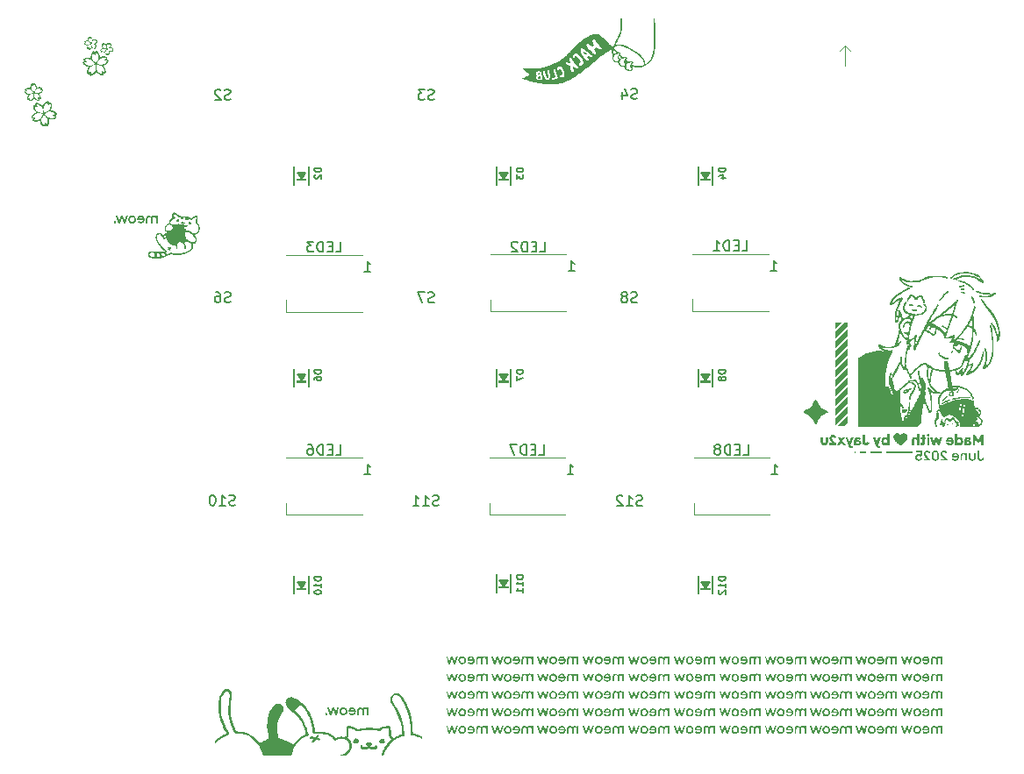
<source format=gbr>
%TF.GenerationSoftware,KiCad,Pcbnew,9.0.0*%
%TF.CreationDate,2025-06-24T12:34:55+10:00*%
%TF.ProjectId,MeowPad,4d656f77-5061-4642-9e6b-696361645f70,rev?*%
%TF.SameCoordinates,Original*%
%TF.FileFunction,Legend,Bot*%
%TF.FilePolarity,Positive*%
%FSLAX46Y46*%
G04 Gerber Fmt 4.6, Leading zero omitted, Abs format (unit mm)*
G04 Created by KiCad (PCBNEW 9.0.0) date 2025-06-24 12:34:55*
%MOMM*%
%LPD*%
G01*
G04 APERTURE LIST*
%ADD10C,0.150000*%
%ADD11C,0.100000*%
%ADD12C,0.146304*%
%ADD13C,0.000000*%
%ADD14C,0.203200*%
%ADD15C,0.120000*%
G04 APERTURE END LIST*
D10*
G36*
X173786232Y-119206225D02*
G01*
X173786232Y-119937000D01*
X173625215Y-119937000D01*
X173625215Y-119511040D01*
X173623290Y-119481137D01*
X173617627Y-119452821D01*
X173608466Y-119426626D01*
X173595950Y-119402737D01*
X173580695Y-119382036D01*
X173562571Y-119364211D01*
X173542534Y-119350072D01*
X173520115Y-119339222D01*
X173496246Y-119332134D01*
X173470396Y-119328698D01*
X173460046Y-119328407D01*
X173433947Y-119330308D01*
X173410801Y-119335796D01*
X173373168Y-119355990D01*
X173344579Y-119388057D01*
X173324348Y-119433171D01*
X173313877Y-119492734D01*
X173313012Y-119517696D01*
X173313012Y-119937000D01*
X173152056Y-119937000D01*
X173152056Y-119509330D01*
X173150130Y-119479906D01*
X173144468Y-119451975D01*
X173135280Y-119426013D01*
X173122722Y-119402295D01*
X173107388Y-119381686D01*
X173089165Y-119363927D01*
X173069020Y-119349840D01*
X173046478Y-119339042D01*
X173022514Y-119332022D01*
X172996565Y-119328664D01*
X172986825Y-119328407D01*
X172960728Y-119330308D01*
X172937585Y-119335796D01*
X172899966Y-119355988D01*
X172871393Y-119388051D01*
X172851177Y-119433164D01*
X172840715Y-119492741D01*
X172839852Y-119517696D01*
X172839852Y-119937000D01*
X172678835Y-119937000D01*
X172678835Y-119499500D01*
X172680800Y-119454674D01*
X172686735Y-119411638D01*
X172696039Y-119373076D01*
X172708991Y-119336933D01*
X172724376Y-119305808D01*
X172743011Y-119277448D01*
X172763368Y-119253763D01*
X172786627Y-119233029D01*
X172811419Y-119216317D01*
X172838886Y-119202722D01*
X172868224Y-119192695D01*
X172900153Y-119186043D01*
X172946220Y-119182778D01*
X173013208Y-119190466D01*
X173045664Y-119200021D01*
X173076640Y-119213254D01*
X173105117Y-119229694D01*
X173131298Y-119249481D01*
X173153854Y-119271522D01*
X173173518Y-119296476D01*
X173191257Y-119327003D01*
X173207131Y-119297728D01*
X173225740Y-119271549D01*
X173246660Y-119248797D01*
X173269915Y-119229253D01*
X173322525Y-119200242D01*
X173382691Y-119184982D01*
X173418036Y-119182778D01*
X173450651Y-119184718D01*
X173482376Y-119190485D01*
X173512722Y-119199953D01*
X173541444Y-119213056D01*
X173567644Y-119229335D01*
X173591588Y-119248949D01*
X173612316Y-119271073D01*
X173630281Y-119296191D01*
X173633642Y-119301785D01*
X173639259Y-119206225D01*
X173786232Y-119206225D01*
G37*
G36*
X172215951Y-119184697D02*
G01*
X172252389Y-119190320D01*
X172320893Y-119212307D01*
X172382725Y-119248015D01*
X172436744Y-119296798D01*
X172481228Y-119357667D01*
X172514066Y-119428863D01*
X172525468Y-119467568D01*
X172533194Y-119507668D01*
X172537602Y-119569597D01*
X172535672Y-119612090D01*
X172529977Y-119653010D01*
X172520627Y-119692284D01*
X172507777Y-119729597D01*
X172491588Y-119764732D01*
X172472192Y-119797530D01*
X172449856Y-119827659D01*
X172424629Y-119855101D01*
X172396903Y-119879475D01*
X172366615Y-119900842D01*
X172334248Y-119918853D01*
X172299639Y-119933564D01*
X172263298Y-119944707D01*
X172225020Y-119952272D01*
X172165254Y-119956539D01*
X172123971Y-119954582D01*
X172083417Y-119948699D01*
X172044955Y-119939149D01*
X172008048Y-119925821D01*
X171974572Y-119909511D01*
X171943283Y-119889710D01*
X171915953Y-119867681D01*
X171891247Y-119842482D01*
X171870445Y-119815523D01*
X171852588Y-119785667D01*
X171844624Y-119769144D01*
X171986040Y-119714739D01*
X172005663Y-119741994D01*
X172027231Y-119764972D01*
X172049183Y-119782595D01*
X172072917Y-119796527D01*
X172124570Y-119813178D01*
X172165254Y-119816588D01*
X172194803Y-119814677D01*
X172222189Y-119809121D01*
X172270706Y-119787902D01*
X172311185Y-119753865D01*
X172342998Y-119707285D01*
X172364316Y-119648859D01*
X172371028Y-119608737D01*
X171829236Y-119608737D01*
X171829236Y-119561171D01*
X171831174Y-119516688D01*
X171834234Y-119493943D01*
X171997214Y-119493943D01*
X172366815Y-119493943D01*
X172358034Y-119460011D01*
X172345566Y-119428024D01*
X172330484Y-119400256D01*
X172312201Y-119375351D01*
X172292599Y-119355453D01*
X172270349Y-119338870D01*
X172247422Y-119326846D01*
X172222271Y-119318367D01*
X172177832Y-119313020D01*
X172150536Y-119314925D01*
X172125547Y-119320446D01*
X172082018Y-119341400D01*
X172046047Y-119375230D01*
X172017813Y-119422434D01*
X171999136Y-119483048D01*
X171997214Y-119493943D01*
X171834234Y-119493943D01*
X171836924Y-119473944D01*
X171846244Y-119433684D01*
X171859093Y-119395577D01*
X171875017Y-119360546D01*
X171894152Y-119328016D01*
X171915834Y-119298892D01*
X171940410Y-119272552D01*
X171967117Y-119249714D01*
X171996428Y-119229905D01*
X172027659Y-119213586D01*
X172061255Y-119200539D01*
X172096767Y-119191020D01*
X172134456Y-119185048D01*
X172177832Y-119182778D01*
X172215951Y-119184697D01*
G37*
G36*
X171381025Y-119184702D02*
G01*
X171420299Y-119190361D01*
X171457900Y-119199649D01*
X171493453Y-119212364D01*
X171558535Y-119247768D01*
X171614429Y-119295595D01*
X171659771Y-119354742D01*
X171693050Y-119423829D01*
X171704702Y-119461604D01*
X171712776Y-119501143D01*
X171717923Y-119568987D01*
X171715994Y-119610724D01*
X171710311Y-119651035D01*
X171700930Y-119690048D01*
X171688042Y-119727210D01*
X171671728Y-119762462D01*
X171652193Y-119795442D01*
X171629636Y-119825898D01*
X171604185Y-119853682D01*
X171576221Y-119878415D01*
X171545717Y-119900120D01*
X171513234Y-119918395D01*
X171478571Y-119933329D01*
X171442395Y-119944599D01*
X171404387Y-119952249D01*
X171345575Y-119956539D01*
X171304655Y-119954614D01*
X171265515Y-119948958D01*
X171228008Y-119939668D01*
X171192536Y-119926951D01*
X171127513Y-119891512D01*
X171071574Y-119843600D01*
X171026113Y-119784314D01*
X170992682Y-119715056D01*
X170980955Y-119677200D01*
X170972807Y-119637596D01*
X170967548Y-119568987D01*
X171132778Y-119568987D01*
X171140463Y-119636291D01*
X171149890Y-119668032D01*
X171162911Y-119697882D01*
X171178768Y-119724380D01*
X171197785Y-119748191D01*
X171218542Y-119767775D01*
X171241961Y-119784177D01*
X171266433Y-119796389D01*
X171293149Y-119805101D01*
X171342766Y-119810970D01*
X171371206Y-119809064D01*
X171397776Y-119803533D01*
X171446093Y-119782128D01*
X171487593Y-119747405D01*
X171520975Y-119699791D01*
X171543685Y-119640870D01*
X171552696Y-119574736D01*
X171552754Y-119568987D01*
X171550816Y-119534612D01*
X171545068Y-119501291D01*
X171535689Y-119469724D01*
X171522746Y-119440144D01*
X171506995Y-119413965D01*
X171488110Y-119390492D01*
X171467427Y-119371149D01*
X171444087Y-119354968D01*
X171419561Y-119342868D01*
X171392771Y-119334240D01*
X171342766Y-119328407D01*
X171313291Y-119330316D01*
X171285923Y-119335861D01*
X171237087Y-119357109D01*
X171196015Y-119391267D01*
X171163502Y-119437982D01*
X171141550Y-119496279D01*
X171132831Y-119563220D01*
X171132778Y-119568987D01*
X170967548Y-119568987D01*
X170969477Y-119526850D01*
X170975166Y-119486245D01*
X170984524Y-119447166D01*
X170997380Y-119410013D01*
X171013610Y-119374932D01*
X171033046Y-119342165D01*
X171055464Y-119311995D01*
X171080769Y-119284503D01*
X171108598Y-119260050D01*
X171138980Y-119238609D01*
X171171426Y-119220533D01*
X171206089Y-119205770D01*
X171242424Y-119194602D01*
X171280652Y-119187026D01*
X171339957Y-119182778D01*
X171381025Y-119184702D01*
G37*
G36*
X170670121Y-119937000D02*
G01*
X170518935Y-119937000D01*
X170356513Y-119406077D01*
X170195557Y-119937000D01*
X170044310Y-119937000D01*
X169799334Y-119206225D01*
X169961756Y-119206225D01*
X170119903Y-119739651D01*
X170282324Y-119206225D01*
X170426550Y-119206225D01*
X170590315Y-119739651D01*
X170745714Y-119206225D01*
X170913753Y-119206225D01*
X170670121Y-119937000D01*
G37*
G36*
X169395723Y-119206225D02*
G01*
X169395723Y-119937000D01*
X169234706Y-119937000D01*
X169234706Y-119511040D01*
X169232780Y-119481137D01*
X169227117Y-119452821D01*
X169217956Y-119426626D01*
X169205441Y-119402737D01*
X169190186Y-119382036D01*
X169172061Y-119364211D01*
X169152025Y-119350072D01*
X169129605Y-119339222D01*
X169105737Y-119332134D01*
X169079887Y-119328698D01*
X169069536Y-119328407D01*
X169043438Y-119330308D01*
X169020291Y-119335796D01*
X168982659Y-119355990D01*
X168954069Y-119388057D01*
X168933839Y-119433171D01*
X168923367Y-119492734D01*
X168922502Y-119517696D01*
X168922502Y-119937000D01*
X168761546Y-119937000D01*
X168761546Y-119509330D01*
X168759621Y-119479906D01*
X168753958Y-119451975D01*
X168744771Y-119426013D01*
X168732212Y-119402295D01*
X168716878Y-119381686D01*
X168698656Y-119363927D01*
X168678510Y-119349840D01*
X168655969Y-119339042D01*
X168632005Y-119332022D01*
X168606056Y-119328664D01*
X168596316Y-119328407D01*
X168570218Y-119330308D01*
X168547075Y-119335796D01*
X168509456Y-119355988D01*
X168480884Y-119388051D01*
X168460668Y-119433164D01*
X168450206Y-119492741D01*
X168449343Y-119517696D01*
X168449343Y-119937000D01*
X168288326Y-119937000D01*
X168288326Y-119499500D01*
X168290290Y-119454674D01*
X168296225Y-119411638D01*
X168305529Y-119373076D01*
X168318482Y-119336933D01*
X168333866Y-119305808D01*
X168352501Y-119277448D01*
X168372859Y-119253763D01*
X168396118Y-119233029D01*
X168420910Y-119216317D01*
X168448377Y-119202722D01*
X168477715Y-119192695D01*
X168509643Y-119186043D01*
X168555711Y-119182778D01*
X168622698Y-119190466D01*
X168655155Y-119200021D01*
X168686131Y-119213254D01*
X168714608Y-119229694D01*
X168740788Y-119249481D01*
X168763345Y-119271522D01*
X168783008Y-119296476D01*
X168800747Y-119327003D01*
X168816622Y-119297728D01*
X168835231Y-119271549D01*
X168856150Y-119248797D01*
X168879406Y-119229253D01*
X168932016Y-119200242D01*
X168992181Y-119184982D01*
X169027527Y-119182778D01*
X169060142Y-119184718D01*
X169091867Y-119190485D01*
X169122212Y-119199953D01*
X169150935Y-119213056D01*
X169177135Y-119229335D01*
X169201078Y-119248949D01*
X169221806Y-119271073D01*
X169239772Y-119296191D01*
X169243132Y-119301785D01*
X169248750Y-119206225D01*
X169395723Y-119206225D01*
G37*
G36*
X167825442Y-119184697D02*
G01*
X167861880Y-119190320D01*
X167930383Y-119212307D01*
X167992216Y-119248015D01*
X168046235Y-119296798D01*
X168090718Y-119357667D01*
X168123556Y-119428863D01*
X168134959Y-119467568D01*
X168142685Y-119507668D01*
X168147092Y-119569597D01*
X168145162Y-119612090D01*
X168139467Y-119653010D01*
X168130117Y-119692284D01*
X168117268Y-119729597D01*
X168101078Y-119764732D01*
X168081683Y-119797530D01*
X168059346Y-119827659D01*
X168034120Y-119855101D01*
X168006394Y-119879475D01*
X167976105Y-119900842D01*
X167943738Y-119918853D01*
X167909130Y-119933564D01*
X167872788Y-119944707D01*
X167834511Y-119952272D01*
X167774744Y-119956539D01*
X167733462Y-119954582D01*
X167692908Y-119948699D01*
X167654446Y-119939149D01*
X167617538Y-119925821D01*
X167584062Y-119909511D01*
X167552773Y-119889710D01*
X167525444Y-119867681D01*
X167500738Y-119842482D01*
X167479936Y-119815523D01*
X167462078Y-119785667D01*
X167454114Y-119769144D01*
X167595531Y-119714739D01*
X167615153Y-119741994D01*
X167636722Y-119764972D01*
X167658673Y-119782595D01*
X167682407Y-119796527D01*
X167734060Y-119813178D01*
X167774744Y-119816588D01*
X167804293Y-119814677D01*
X167831680Y-119809121D01*
X167880197Y-119787902D01*
X167920676Y-119753865D01*
X167952489Y-119707285D01*
X167973806Y-119648859D01*
X167980519Y-119608737D01*
X167438727Y-119608737D01*
X167438727Y-119561171D01*
X167440665Y-119516688D01*
X167443724Y-119493943D01*
X167606705Y-119493943D01*
X167976306Y-119493943D01*
X167967524Y-119460011D01*
X167955057Y-119428024D01*
X167939974Y-119400256D01*
X167921691Y-119375351D01*
X167902090Y-119355453D01*
X167879840Y-119338870D01*
X167856912Y-119326846D01*
X167831762Y-119318367D01*
X167787323Y-119313020D01*
X167760026Y-119314925D01*
X167735038Y-119320446D01*
X167691509Y-119341400D01*
X167655538Y-119375230D01*
X167627304Y-119422434D01*
X167608626Y-119483048D01*
X167606705Y-119493943D01*
X167443724Y-119493943D01*
X167446414Y-119473944D01*
X167455735Y-119433684D01*
X167468584Y-119395577D01*
X167484508Y-119360546D01*
X167503642Y-119328016D01*
X167525325Y-119298892D01*
X167549901Y-119272552D01*
X167576607Y-119249714D01*
X167605919Y-119229905D01*
X167637150Y-119213586D01*
X167670746Y-119200539D01*
X167706257Y-119191020D01*
X167743946Y-119185048D01*
X167787323Y-119182778D01*
X167825442Y-119184697D01*
G37*
G36*
X166990515Y-119184702D02*
G01*
X167029790Y-119190361D01*
X167067391Y-119199649D01*
X167102943Y-119212364D01*
X167168026Y-119247768D01*
X167223919Y-119295595D01*
X167269262Y-119354742D01*
X167302541Y-119423829D01*
X167314192Y-119461604D01*
X167322267Y-119501143D01*
X167327413Y-119568987D01*
X167325485Y-119610724D01*
X167319801Y-119651035D01*
X167310421Y-119690048D01*
X167297532Y-119727210D01*
X167281218Y-119762462D01*
X167261684Y-119795442D01*
X167239127Y-119825898D01*
X167213676Y-119853682D01*
X167185712Y-119878415D01*
X167155207Y-119900120D01*
X167122724Y-119918395D01*
X167088061Y-119933329D01*
X167051886Y-119944599D01*
X167013877Y-119952249D01*
X166955065Y-119956539D01*
X166914145Y-119954614D01*
X166875005Y-119948958D01*
X166837498Y-119939668D01*
X166802027Y-119926951D01*
X166737003Y-119891512D01*
X166681065Y-119843600D01*
X166635604Y-119784314D01*
X166602173Y-119715056D01*
X166590445Y-119677200D01*
X166582297Y-119637596D01*
X166577038Y-119568987D01*
X166742269Y-119568987D01*
X166749954Y-119636291D01*
X166759381Y-119668032D01*
X166772402Y-119697882D01*
X166788259Y-119724380D01*
X166807276Y-119748191D01*
X166828033Y-119767775D01*
X166851451Y-119784177D01*
X166875924Y-119796389D01*
X166902640Y-119805101D01*
X166952256Y-119810970D01*
X166980696Y-119809064D01*
X167007267Y-119803533D01*
X167055584Y-119782128D01*
X167097084Y-119747405D01*
X167130466Y-119699791D01*
X167153176Y-119640870D01*
X167162187Y-119574736D01*
X167162244Y-119568987D01*
X167160306Y-119534612D01*
X167154559Y-119501291D01*
X167145180Y-119469724D01*
X167132237Y-119440144D01*
X167116485Y-119413965D01*
X167097601Y-119390492D01*
X167076918Y-119371149D01*
X167053578Y-119354968D01*
X167029051Y-119342868D01*
X167002262Y-119334240D01*
X166952256Y-119328407D01*
X166922782Y-119330316D01*
X166895413Y-119335861D01*
X166846577Y-119357109D01*
X166805505Y-119391267D01*
X166772993Y-119437982D01*
X166751040Y-119496279D01*
X166742322Y-119563220D01*
X166742269Y-119568987D01*
X166577038Y-119568987D01*
X166578968Y-119526850D01*
X166584657Y-119486245D01*
X166594014Y-119447166D01*
X166606871Y-119410013D01*
X166623100Y-119374932D01*
X166642537Y-119342165D01*
X166664954Y-119311995D01*
X166690260Y-119284503D01*
X166718089Y-119260050D01*
X166748471Y-119238609D01*
X166780917Y-119220533D01*
X166815580Y-119205770D01*
X166851914Y-119194602D01*
X166890143Y-119187026D01*
X166949448Y-119182778D01*
X166990515Y-119184702D01*
G37*
G36*
X166279612Y-119937000D02*
G01*
X166128425Y-119937000D01*
X165966004Y-119406077D01*
X165805048Y-119937000D01*
X165653800Y-119937000D01*
X165408825Y-119206225D01*
X165571246Y-119206225D01*
X165729393Y-119739651D01*
X165891815Y-119206225D01*
X166036040Y-119206225D01*
X166199805Y-119739651D01*
X166355205Y-119206225D01*
X166523244Y-119206225D01*
X166279612Y-119937000D01*
G37*
G36*
X165005213Y-119206225D02*
G01*
X165005213Y-119937000D01*
X164844196Y-119937000D01*
X164844196Y-119511040D01*
X164842271Y-119481137D01*
X164836608Y-119452821D01*
X164827447Y-119426626D01*
X164814931Y-119402737D01*
X164799676Y-119382036D01*
X164781552Y-119364211D01*
X164761515Y-119350072D01*
X164739096Y-119339222D01*
X164715228Y-119332134D01*
X164689377Y-119328698D01*
X164679027Y-119328407D01*
X164652928Y-119330308D01*
X164629782Y-119335796D01*
X164592149Y-119355990D01*
X164563560Y-119388057D01*
X164543329Y-119433171D01*
X164532858Y-119492734D01*
X164531993Y-119517696D01*
X164531993Y-119937000D01*
X164371037Y-119937000D01*
X164371037Y-119509330D01*
X164369111Y-119479906D01*
X164363449Y-119451975D01*
X164354261Y-119426013D01*
X164341703Y-119402295D01*
X164326369Y-119381686D01*
X164308146Y-119363927D01*
X164288001Y-119349840D01*
X164265459Y-119339042D01*
X164241496Y-119332022D01*
X164215546Y-119328664D01*
X164205807Y-119328407D01*
X164179709Y-119330308D01*
X164156566Y-119335796D01*
X164118947Y-119355988D01*
X164090374Y-119388051D01*
X164070158Y-119433164D01*
X164059697Y-119492741D01*
X164058833Y-119517696D01*
X164058833Y-119937000D01*
X163897816Y-119937000D01*
X163897816Y-119499500D01*
X163899781Y-119454674D01*
X163905716Y-119411638D01*
X163915020Y-119373076D01*
X163927972Y-119336933D01*
X163943357Y-119305808D01*
X163961992Y-119277448D01*
X163982349Y-119253763D01*
X164005608Y-119233029D01*
X164030400Y-119216317D01*
X164057868Y-119202722D01*
X164087205Y-119192695D01*
X164119134Y-119186043D01*
X164165201Y-119182778D01*
X164232189Y-119190466D01*
X164264645Y-119200021D01*
X164295622Y-119213254D01*
X164324098Y-119229694D01*
X164350279Y-119249481D01*
X164372835Y-119271522D01*
X164392499Y-119296476D01*
X164410238Y-119327003D01*
X164426112Y-119297728D01*
X164444721Y-119271549D01*
X164465641Y-119248797D01*
X164488897Y-119229253D01*
X164541506Y-119200242D01*
X164601672Y-119184982D01*
X164637017Y-119182778D01*
X164669633Y-119184718D01*
X164701358Y-119190485D01*
X164731703Y-119199953D01*
X164760425Y-119213056D01*
X164786626Y-119229335D01*
X164810569Y-119248949D01*
X164831297Y-119271073D01*
X164849263Y-119296191D01*
X164852623Y-119301785D01*
X164858240Y-119206225D01*
X165005213Y-119206225D01*
G37*
G36*
X163434932Y-119184697D02*
G01*
X163471371Y-119190320D01*
X163539874Y-119212307D01*
X163601707Y-119248015D01*
X163655725Y-119296798D01*
X163700209Y-119357667D01*
X163733047Y-119428863D01*
X163744449Y-119467568D01*
X163752175Y-119507668D01*
X163756583Y-119569597D01*
X163754653Y-119612090D01*
X163748958Y-119653010D01*
X163739608Y-119692284D01*
X163726758Y-119729597D01*
X163710569Y-119764732D01*
X163691174Y-119797530D01*
X163668837Y-119827659D01*
X163643610Y-119855101D01*
X163615885Y-119879475D01*
X163585596Y-119900842D01*
X163553229Y-119918853D01*
X163518621Y-119933564D01*
X163482279Y-119944707D01*
X163444001Y-119952272D01*
X163384235Y-119956539D01*
X163342953Y-119954582D01*
X163302398Y-119948699D01*
X163263936Y-119939149D01*
X163227029Y-119925821D01*
X163193553Y-119909511D01*
X163162264Y-119889710D01*
X163134934Y-119867681D01*
X163110228Y-119842482D01*
X163089426Y-119815523D01*
X163071569Y-119785667D01*
X163063605Y-119769144D01*
X163205021Y-119714739D01*
X163224644Y-119741994D01*
X163246212Y-119764972D01*
X163268164Y-119782595D01*
X163291898Y-119796527D01*
X163343551Y-119813178D01*
X163384235Y-119816588D01*
X163413784Y-119814677D01*
X163441171Y-119809121D01*
X163489688Y-119787902D01*
X163530166Y-119753865D01*
X163561979Y-119707285D01*
X163583297Y-119648859D01*
X163590009Y-119608737D01*
X163048218Y-119608737D01*
X163048218Y-119561171D01*
X163050155Y-119516688D01*
X163053215Y-119493943D01*
X163216196Y-119493943D01*
X163585796Y-119493943D01*
X163577015Y-119460011D01*
X163564547Y-119428024D01*
X163549465Y-119400256D01*
X163531182Y-119375351D01*
X163511580Y-119355453D01*
X163489330Y-119338870D01*
X163466403Y-119326846D01*
X163441252Y-119318367D01*
X163396813Y-119313020D01*
X163369517Y-119314925D01*
X163344528Y-119320446D01*
X163300999Y-119341400D01*
X163265029Y-119375230D01*
X163236794Y-119422434D01*
X163218117Y-119483048D01*
X163216196Y-119493943D01*
X163053215Y-119493943D01*
X163055905Y-119473944D01*
X163065226Y-119433684D01*
X163078074Y-119395577D01*
X163093998Y-119360546D01*
X163113133Y-119328016D01*
X163134816Y-119298892D01*
X163159391Y-119272552D01*
X163186098Y-119249714D01*
X163215410Y-119229905D01*
X163246640Y-119213586D01*
X163280237Y-119200539D01*
X163315748Y-119191020D01*
X163353437Y-119185048D01*
X163396813Y-119182778D01*
X163434932Y-119184697D01*
G37*
G36*
X162600006Y-119184702D02*
G01*
X162639280Y-119190361D01*
X162676881Y-119199649D01*
X162712434Y-119212364D01*
X162777516Y-119247768D01*
X162833410Y-119295595D01*
X162878752Y-119354742D01*
X162912032Y-119423829D01*
X162923683Y-119461604D01*
X162931757Y-119501143D01*
X162936904Y-119568987D01*
X162934975Y-119610724D01*
X162929292Y-119651035D01*
X162919911Y-119690048D01*
X162907023Y-119727210D01*
X162890709Y-119762462D01*
X162871174Y-119795442D01*
X162848617Y-119825898D01*
X162823166Y-119853682D01*
X162795202Y-119878415D01*
X162764698Y-119900120D01*
X162732215Y-119918395D01*
X162697552Y-119933329D01*
X162661376Y-119944599D01*
X162623368Y-119952249D01*
X162564556Y-119956539D01*
X162523636Y-119954614D01*
X162484496Y-119948958D01*
X162446989Y-119939668D01*
X162411517Y-119926951D01*
X162346494Y-119891512D01*
X162290556Y-119843600D01*
X162245094Y-119784314D01*
X162211664Y-119715056D01*
X162199936Y-119677200D01*
X162191788Y-119637596D01*
X162186529Y-119568987D01*
X162351759Y-119568987D01*
X162359444Y-119636291D01*
X162368871Y-119668032D01*
X162381892Y-119697882D01*
X162397749Y-119724380D01*
X162416766Y-119748191D01*
X162437523Y-119767775D01*
X162460942Y-119784177D01*
X162485414Y-119796389D01*
X162512130Y-119805101D01*
X162561747Y-119810970D01*
X162590187Y-119809064D01*
X162616757Y-119803533D01*
X162665075Y-119782128D01*
X162706575Y-119747405D01*
X162739956Y-119699791D01*
X162762666Y-119640870D01*
X162771677Y-119574736D01*
X162771735Y-119568987D01*
X162769797Y-119534612D01*
X162764050Y-119501291D01*
X162754670Y-119469724D01*
X162741727Y-119440144D01*
X162725976Y-119413965D01*
X162707091Y-119390492D01*
X162686408Y-119371149D01*
X162663068Y-119354968D01*
X162638542Y-119342868D01*
X162611752Y-119334240D01*
X162561747Y-119328407D01*
X162532272Y-119330316D01*
X162504904Y-119335861D01*
X162456068Y-119357109D01*
X162414996Y-119391267D01*
X162382483Y-119437982D01*
X162360531Y-119496279D01*
X162351812Y-119563220D01*
X162351759Y-119568987D01*
X162186529Y-119568987D01*
X162188458Y-119526850D01*
X162194147Y-119486245D01*
X162203505Y-119447166D01*
X162216361Y-119410013D01*
X162232591Y-119374932D01*
X162252027Y-119342165D01*
X162274445Y-119311995D01*
X162299751Y-119284503D01*
X162327580Y-119260050D01*
X162357961Y-119238609D01*
X162390407Y-119220533D01*
X162425070Y-119205770D01*
X162461405Y-119194602D01*
X162499633Y-119187026D01*
X162558938Y-119182778D01*
X162600006Y-119184702D01*
G37*
G36*
X161889102Y-119937000D02*
G01*
X161737916Y-119937000D01*
X161575494Y-119406077D01*
X161414538Y-119937000D01*
X161263291Y-119937000D01*
X161018315Y-119206225D01*
X161180737Y-119206225D01*
X161338884Y-119739651D01*
X161501306Y-119206225D01*
X161645531Y-119206225D01*
X161809296Y-119739651D01*
X161964695Y-119206225D01*
X162132734Y-119206225D01*
X161889102Y-119937000D01*
G37*
G36*
X160614704Y-119206225D02*
G01*
X160614704Y-119937000D01*
X160453687Y-119937000D01*
X160453687Y-119511040D01*
X160451761Y-119481137D01*
X160446098Y-119452821D01*
X160436937Y-119426626D01*
X160424422Y-119402737D01*
X160409167Y-119382036D01*
X160391043Y-119364211D01*
X160371006Y-119350072D01*
X160348586Y-119339222D01*
X160324718Y-119332134D01*
X160298868Y-119328698D01*
X160288518Y-119328407D01*
X160262419Y-119330308D01*
X160239272Y-119335796D01*
X160201640Y-119355990D01*
X160173051Y-119388057D01*
X160152820Y-119433171D01*
X160142348Y-119492734D01*
X160141483Y-119517696D01*
X160141483Y-119937000D01*
X159980527Y-119937000D01*
X159980527Y-119509330D01*
X159978602Y-119479906D01*
X159972940Y-119451975D01*
X159963752Y-119426013D01*
X159951194Y-119402295D01*
X159935860Y-119381686D01*
X159917637Y-119363927D01*
X159897492Y-119349840D01*
X159874950Y-119339042D01*
X159850986Y-119332022D01*
X159825037Y-119328664D01*
X159815297Y-119328407D01*
X159789200Y-119330308D01*
X159766056Y-119335796D01*
X159728438Y-119355988D01*
X159699865Y-119388051D01*
X159679649Y-119433164D01*
X159669187Y-119492741D01*
X159668324Y-119517696D01*
X159668324Y-119937000D01*
X159507307Y-119937000D01*
X159507307Y-119499500D01*
X159509271Y-119454674D01*
X159515206Y-119411638D01*
X159524510Y-119373076D01*
X159537463Y-119336933D01*
X159552847Y-119305808D01*
X159571482Y-119277448D01*
X159591840Y-119253763D01*
X159615099Y-119233029D01*
X159639891Y-119216317D01*
X159667358Y-119202722D01*
X159696696Y-119192695D01*
X159728624Y-119186043D01*
X159774692Y-119182778D01*
X159841679Y-119190466D01*
X159874136Y-119200021D01*
X159905112Y-119213254D01*
X159933589Y-119229694D01*
X159959769Y-119249481D01*
X159982326Y-119271522D01*
X160001989Y-119296476D01*
X160019728Y-119327003D01*
X160035603Y-119297728D01*
X160054212Y-119271549D01*
X160075131Y-119248797D01*
X160098387Y-119229253D01*
X160150997Y-119200242D01*
X160211162Y-119184982D01*
X160246508Y-119182778D01*
X160279123Y-119184718D01*
X160310848Y-119190485D01*
X160341193Y-119199953D01*
X160369916Y-119213056D01*
X160396116Y-119229335D01*
X160420059Y-119248949D01*
X160440788Y-119271073D01*
X160458753Y-119296191D01*
X160462113Y-119301785D01*
X160467731Y-119206225D01*
X160614704Y-119206225D01*
G37*
G36*
X159044423Y-119184697D02*
G01*
X159080861Y-119190320D01*
X159149365Y-119212307D01*
X159211197Y-119248015D01*
X159265216Y-119296798D01*
X159309699Y-119357667D01*
X159342537Y-119428863D01*
X159353940Y-119467568D01*
X159361666Y-119507668D01*
X159366073Y-119569597D01*
X159364143Y-119612090D01*
X159358448Y-119653010D01*
X159349098Y-119692284D01*
X159336249Y-119729597D01*
X159320059Y-119764732D01*
X159300664Y-119797530D01*
X159278327Y-119827659D01*
X159253101Y-119855101D01*
X159225375Y-119879475D01*
X159195086Y-119900842D01*
X159162720Y-119918853D01*
X159128111Y-119933564D01*
X159091770Y-119944707D01*
X159053492Y-119952272D01*
X158993725Y-119956539D01*
X158952443Y-119954582D01*
X158911889Y-119948699D01*
X158873427Y-119939149D01*
X158836519Y-119925821D01*
X158803043Y-119909511D01*
X158771754Y-119889710D01*
X158744425Y-119867681D01*
X158719719Y-119842482D01*
X158698917Y-119815523D01*
X158681059Y-119785667D01*
X158673095Y-119769144D01*
X158814512Y-119714739D01*
X158834135Y-119741994D01*
X158855703Y-119764972D01*
X158877655Y-119782595D01*
X158901388Y-119796527D01*
X158953042Y-119813178D01*
X158993725Y-119816588D01*
X159023274Y-119814677D01*
X159050661Y-119809121D01*
X159099178Y-119787902D01*
X159139657Y-119753865D01*
X159171470Y-119707285D01*
X159192788Y-119648859D01*
X159199500Y-119608737D01*
X158657708Y-119608737D01*
X158657708Y-119561171D01*
X158659646Y-119516688D01*
X158662705Y-119493943D01*
X158825686Y-119493943D01*
X159195287Y-119493943D01*
X159186506Y-119460011D01*
X159174038Y-119428024D01*
X159158955Y-119400256D01*
X159140672Y-119375351D01*
X159121071Y-119355453D01*
X159098821Y-119338870D01*
X159075894Y-119326846D01*
X159050743Y-119318367D01*
X159006304Y-119313020D01*
X158979007Y-119314925D01*
X158954019Y-119320446D01*
X158910490Y-119341400D01*
X158874519Y-119375230D01*
X158846285Y-119422434D01*
X158827607Y-119483048D01*
X158825686Y-119493943D01*
X158662705Y-119493943D01*
X158665395Y-119473944D01*
X158674716Y-119433684D01*
X158687565Y-119395577D01*
X158703489Y-119360546D01*
X158722624Y-119328016D01*
X158744306Y-119298892D01*
X158768882Y-119272552D01*
X158795589Y-119249714D01*
X158824900Y-119229905D01*
X158856131Y-119213586D01*
X158889727Y-119200539D01*
X158925238Y-119191020D01*
X158962928Y-119185048D01*
X159006304Y-119182778D01*
X159044423Y-119184697D01*
G37*
G36*
X158209496Y-119184702D02*
G01*
X158248771Y-119190361D01*
X158286372Y-119199649D01*
X158321925Y-119212364D01*
X158387007Y-119247768D01*
X158442900Y-119295595D01*
X158488243Y-119354742D01*
X158521522Y-119423829D01*
X158533173Y-119461604D01*
X158541248Y-119501143D01*
X158546394Y-119568987D01*
X158544466Y-119610724D01*
X158538782Y-119651035D01*
X158529402Y-119690048D01*
X158516514Y-119727210D01*
X158500199Y-119762462D01*
X158480665Y-119795442D01*
X158458108Y-119825898D01*
X158432657Y-119853682D01*
X158404693Y-119878415D01*
X158374188Y-119900120D01*
X158341706Y-119918395D01*
X158307043Y-119933329D01*
X158270867Y-119944599D01*
X158232858Y-119952249D01*
X158174046Y-119956539D01*
X158133126Y-119954614D01*
X158093986Y-119948958D01*
X158056479Y-119939668D01*
X158021008Y-119926951D01*
X157955984Y-119891512D01*
X157900046Y-119843600D01*
X157854585Y-119784314D01*
X157821154Y-119715056D01*
X157809426Y-119677200D01*
X157801278Y-119637596D01*
X157796019Y-119568987D01*
X157961250Y-119568987D01*
X157968935Y-119636291D01*
X157978362Y-119668032D01*
X157991383Y-119697882D01*
X158007240Y-119724380D01*
X158026257Y-119748191D01*
X158047014Y-119767775D01*
X158070433Y-119784177D01*
X158094905Y-119796389D01*
X158121621Y-119805101D01*
X158171237Y-119810970D01*
X158199677Y-119809064D01*
X158226248Y-119803533D01*
X158274565Y-119782128D01*
X158316065Y-119747405D01*
X158349447Y-119699791D01*
X158372157Y-119640870D01*
X158381168Y-119574736D01*
X158381225Y-119568987D01*
X158379288Y-119534612D01*
X158373540Y-119501291D01*
X158364161Y-119469724D01*
X158351218Y-119440144D01*
X158335466Y-119413965D01*
X158316582Y-119390492D01*
X158295899Y-119371149D01*
X158272559Y-119354968D01*
X158248032Y-119342868D01*
X158221243Y-119334240D01*
X158171237Y-119328407D01*
X158141763Y-119330316D01*
X158114394Y-119335861D01*
X158065558Y-119357109D01*
X158024487Y-119391267D01*
X157991974Y-119437982D01*
X157970021Y-119496279D01*
X157961303Y-119563220D01*
X157961250Y-119568987D01*
X157796019Y-119568987D01*
X157797949Y-119526850D01*
X157803638Y-119486245D01*
X157812996Y-119447166D01*
X157825852Y-119410013D01*
X157842081Y-119374932D01*
X157861518Y-119342165D01*
X157883935Y-119311995D01*
X157909241Y-119284503D01*
X157937070Y-119260050D01*
X157967452Y-119238609D01*
X157999898Y-119220533D01*
X158034561Y-119205770D01*
X158070896Y-119194602D01*
X158109124Y-119187026D01*
X158168429Y-119182778D01*
X158209496Y-119184702D01*
G37*
G36*
X157498593Y-119937000D02*
G01*
X157347406Y-119937000D01*
X157184985Y-119406077D01*
X157024029Y-119937000D01*
X156872781Y-119937000D01*
X156627806Y-119206225D01*
X156790227Y-119206225D01*
X156948375Y-119739651D01*
X157110796Y-119206225D01*
X157255021Y-119206225D01*
X157418786Y-119739651D01*
X157574186Y-119206225D01*
X157742225Y-119206225D01*
X157498593Y-119937000D01*
G37*
G36*
X156224195Y-119206225D02*
G01*
X156224195Y-119937000D01*
X156063177Y-119937000D01*
X156063177Y-119511040D01*
X156061252Y-119481137D01*
X156055589Y-119452821D01*
X156046428Y-119426626D01*
X156033912Y-119402737D01*
X156018657Y-119382036D01*
X156000533Y-119364211D01*
X155980497Y-119350072D01*
X155958077Y-119339222D01*
X155934209Y-119332134D01*
X155908359Y-119328698D01*
X155898008Y-119328407D01*
X155871910Y-119330308D01*
X155848763Y-119335796D01*
X155811131Y-119355990D01*
X155782541Y-119388057D01*
X155762310Y-119433171D01*
X155751839Y-119492734D01*
X155750974Y-119517696D01*
X155750974Y-119937000D01*
X155590018Y-119937000D01*
X155590018Y-119509330D01*
X155588093Y-119479906D01*
X155582430Y-119451975D01*
X155573242Y-119426013D01*
X155560684Y-119402295D01*
X155545350Y-119381686D01*
X155527128Y-119363927D01*
X155506982Y-119349840D01*
X155484441Y-119339042D01*
X155460477Y-119332022D01*
X155434527Y-119328664D01*
X155424788Y-119328407D01*
X155398690Y-119330308D01*
X155375547Y-119335796D01*
X155337928Y-119355988D01*
X155309355Y-119388051D01*
X155289139Y-119433164D01*
X155278678Y-119492741D01*
X155277815Y-119517696D01*
X155277815Y-119937000D01*
X155116797Y-119937000D01*
X155116797Y-119499500D01*
X155118762Y-119454674D01*
X155124697Y-119411638D01*
X155134001Y-119373076D01*
X155146953Y-119336933D01*
X155162338Y-119305808D01*
X155180973Y-119277448D01*
X155201330Y-119253763D01*
X155224589Y-119233029D01*
X155249382Y-119216317D01*
X155276849Y-119202722D01*
X155306187Y-119192695D01*
X155338115Y-119186043D01*
X155384182Y-119182778D01*
X155451170Y-119190466D01*
X155483626Y-119200021D01*
X155514603Y-119213254D01*
X155543079Y-119229694D01*
X155569260Y-119249481D01*
X155591817Y-119271522D01*
X155611480Y-119296476D01*
X155629219Y-119327003D01*
X155645094Y-119297728D01*
X155663702Y-119271549D01*
X155684622Y-119248797D01*
X155707878Y-119229253D01*
X155760487Y-119200242D01*
X155820653Y-119184982D01*
X155855998Y-119182778D01*
X155888614Y-119184718D01*
X155920339Y-119190485D01*
X155950684Y-119199953D01*
X155979406Y-119213056D01*
X156005607Y-119229335D01*
X156029550Y-119248949D01*
X156050278Y-119271073D01*
X156068244Y-119296191D01*
X156071604Y-119301785D01*
X156077221Y-119206225D01*
X156224195Y-119206225D01*
G37*
G36*
X154653914Y-119184697D02*
G01*
X154690352Y-119190320D01*
X154758855Y-119212307D01*
X154820688Y-119248015D01*
X154874706Y-119296798D01*
X154919190Y-119357667D01*
X154952028Y-119428863D01*
X154963431Y-119467568D01*
X154971156Y-119507668D01*
X154975564Y-119569597D01*
X154973634Y-119612090D01*
X154967939Y-119653010D01*
X154958589Y-119692284D01*
X154945739Y-119729597D01*
X154929550Y-119764732D01*
X154910155Y-119797530D01*
X154887818Y-119827659D01*
X154862592Y-119855101D01*
X154834866Y-119879475D01*
X154804577Y-119900842D01*
X154772210Y-119918853D01*
X154737602Y-119933564D01*
X154701260Y-119944707D01*
X154662982Y-119952272D01*
X154603216Y-119956539D01*
X154561934Y-119954582D01*
X154521380Y-119948699D01*
X154482917Y-119939149D01*
X154446010Y-119925821D01*
X154412534Y-119909511D01*
X154381245Y-119889710D01*
X154353915Y-119867681D01*
X154329209Y-119842482D01*
X154308407Y-119815523D01*
X154290550Y-119785667D01*
X154282586Y-119769144D01*
X154424003Y-119714739D01*
X154443625Y-119741994D01*
X154465194Y-119764972D01*
X154487145Y-119782595D01*
X154510879Y-119796527D01*
X154562532Y-119813178D01*
X154603216Y-119816588D01*
X154632765Y-119814677D01*
X154660152Y-119809121D01*
X154708669Y-119787902D01*
X154749147Y-119753865D01*
X154780960Y-119707285D01*
X154802278Y-119648859D01*
X154808990Y-119608737D01*
X154267199Y-119608737D01*
X154267199Y-119561171D01*
X154269137Y-119516688D01*
X154272196Y-119493943D01*
X154435177Y-119493943D01*
X154804777Y-119493943D01*
X154795996Y-119460011D01*
X154783528Y-119428024D01*
X154768446Y-119400256D01*
X154750163Y-119375351D01*
X154730561Y-119355453D01*
X154708312Y-119338870D01*
X154685384Y-119326846D01*
X154660234Y-119318367D01*
X154615794Y-119313020D01*
X154588498Y-119314925D01*
X154563510Y-119320446D01*
X154519980Y-119341400D01*
X154484010Y-119375230D01*
X154455776Y-119422434D01*
X154437098Y-119483048D01*
X154435177Y-119493943D01*
X154272196Y-119493943D01*
X154274886Y-119473944D01*
X154284207Y-119433684D01*
X154297056Y-119395577D01*
X154312979Y-119360546D01*
X154332114Y-119328016D01*
X154353797Y-119298892D01*
X154378372Y-119272552D01*
X154405079Y-119249714D01*
X154434391Y-119229905D01*
X154465621Y-119213586D01*
X154499218Y-119200539D01*
X154534729Y-119191020D01*
X154572418Y-119185048D01*
X154615794Y-119182778D01*
X154653914Y-119184697D01*
G37*
G36*
X153818987Y-119184702D02*
G01*
X153858261Y-119190361D01*
X153895863Y-119199649D01*
X153931415Y-119212364D01*
X153996498Y-119247768D01*
X154052391Y-119295595D01*
X154097733Y-119354742D01*
X154131013Y-119423829D01*
X154142664Y-119461604D01*
X154150739Y-119501143D01*
X154155885Y-119568987D01*
X154153957Y-119610724D01*
X154148273Y-119651035D01*
X154138892Y-119690048D01*
X154126004Y-119727210D01*
X154109690Y-119762462D01*
X154090156Y-119795442D01*
X154067598Y-119825898D01*
X154042148Y-119853682D01*
X154014183Y-119878415D01*
X153983679Y-119900120D01*
X153951196Y-119918395D01*
X153916533Y-119933329D01*
X153880357Y-119944599D01*
X153842349Y-119952249D01*
X153783537Y-119956539D01*
X153742617Y-119954614D01*
X153703477Y-119948958D01*
X153665970Y-119939668D01*
X153630498Y-119926951D01*
X153565475Y-119891512D01*
X153509537Y-119843600D01*
X153464076Y-119784314D01*
X153430645Y-119715056D01*
X153418917Y-119677200D01*
X153410769Y-119637596D01*
X153405510Y-119568987D01*
X153570740Y-119568987D01*
X153578425Y-119636291D01*
X153587853Y-119668032D01*
X153600873Y-119697882D01*
X153616730Y-119724380D01*
X153635747Y-119748191D01*
X153656505Y-119767775D01*
X153679923Y-119784177D01*
X153704396Y-119796389D01*
X153731111Y-119805101D01*
X153780728Y-119810970D01*
X153809168Y-119809064D01*
X153835738Y-119803533D01*
X153884056Y-119782128D01*
X153925556Y-119747405D01*
X153958938Y-119699791D01*
X153981648Y-119640870D01*
X153990659Y-119574736D01*
X153990716Y-119568987D01*
X153988778Y-119534612D01*
X153983031Y-119501291D01*
X153973651Y-119469724D01*
X153960708Y-119440144D01*
X153944957Y-119413965D01*
X153926072Y-119390492D01*
X153905389Y-119371149D01*
X153882049Y-119354968D01*
X153857523Y-119342868D01*
X153830734Y-119334240D01*
X153780728Y-119328407D01*
X153751253Y-119330316D01*
X153723885Y-119335861D01*
X153675049Y-119357109D01*
X153633977Y-119391267D01*
X153601465Y-119437982D01*
X153579512Y-119496279D01*
X153570793Y-119563220D01*
X153570740Y-119568987D01*
X153405510Y-119568987D01*
X153407439Y-119526850D01*
X153413129Y-119486245D01*
X153422486Y-119447166D01*
X153435343Y-119410013D01*
X153451572Y-119374932D01*
X153471008Y-119342165D01*
X153493426Y-119311995D01*
X153518732Y-119284503D01*
X153546561Y-119260050D01*
X153576942Y-119238609D01*
X153609389Y-119220533D01*
X153644051Y-119205770D01*
X153680386Y-119194602D01*
X153718614Y-119187026D01*
X153777919Y-119182778D01*
X153818987Y-119184702D01*
G37*
G36*
X153108083Y-119937000D02*
G01*
X152956897Y-119937000D01*
X152794475Y-119406077D01*
X152633519Y-119937000D01*
X152482272Y-119937000D01*
X152237296Y-119206225D01*
X152399718Y-119206225D01*
X152557865Y-119739651D01*
X152720287Y-119206225D01*
X152864512Y-119206225D01*
X153028277Y-119739651D01*
X153183676Y-119206225D01*
X153351715Y-119206225D01*
X153108083Y-119937000D01*
G37*
G36*
X151833685Y-119206225D02*
G01*
X151833685Y-119937000D01*
X151672668Y-119937000D01*
X151672668Y-119511040D01*
X151670742Y-119481137D01*
X151665080Y-119452821D01*
X151655919Y-119426626D01*
X151643403Y-119402737D01*
X151628148Y-119382036D01*
X151610024Y-119364211D01*
X151589987Y-119350072D01*
X151567568Y-119339222D01*
X151543699Y-119332134D01*
X151517849Y-119328698D01*
X151507499Y-119328407D01*
X151481400Y-119330308D01*
X151458254Y-119335796D01*
X151420621Y-119355990D01*
X151392032Y-119388057D01*
X151371801Y-119433171D01*
X151361330Y-119492734D01*
X151360465Y-119517696D01*
X151360465Y-119937000D01*
X151199509Y-119937000D01*
X151199509Y-119509330D01*
X151197583Y-119479906D01*
X151191921Y-119451975D01*
X151182733Y-119426013D01*
X151170175Y-119402295D01*
X151154841Y-119381686D01*
X151136618Y-119363927D01*
X151116473Y-119349840D01*
X151093931Y-119339042D01*
X151069967Y-119332022D01*
X151044018Y-119328664D01*
X151034278Y-119328407D01*
X151008181Y-119330308D01*
X150985038Y-119335796D01*
X150947419Y-119355988D01*
X150918846Y-119388051D01*
X150898630Y-119433164D01*
X150888168Y-119492741D01*
X150887305Y-119517696D01*
X150887305Y-119937000D01*
X150726288Y-119937000D01*
X150726288Y-119499500D01*
X150728252Y-119454674D01*
X150734188Y-119411638D01*
X150743492Y-119373076D01*
X150756444Y-119336933D01*
X150771828Y-119305808D01*
X150790464Y-119277448D01*
X150810821Y-119253763D01*
X150834080Y-119233029D01*
X150858872Y-119216317D01*
X150886339Y-119202722D01*
X150915677Y-119192695D01*
X150947605Y-119186043D01*
X150993673Y-119182778D01*
X151060661Y-119190466D01*
X151093117Y-119200021D01*
X151124093Y-119213254D01*
X151152570Y-119229694D01*
X151178750Y-119249481D01*
X151201307Y-119271522D01*
X151220970Y-119296476D01*
X151238710Y-119327003D01*
X151254584Y-119297728D01*
X151273193Y-119271549D01*
X151294112Y-119248797D01*
X151317368Y-119229253D01*
X151369978Y-119200242D01*
X151430144Y-119184982D01*
X151465489Y-119182778D01*
X151498104Y-119184718D01*
X151529829Y-119190485D01*
X151560175Y-119199953D01*
X151588897Y-119213056D01*
X151615097Y-119229335D01*
X151639040Y-119248949D01*
X151659769Y-119271073D01*
X151677734Y-119296191D01*
X151681094Y-119301785D01*
X151686712Y-119206225D01*
X151833685Y-119206225D01*
G37*
G36*
X150263404Y-119184697D02*
G01*
X150299842Y-119190320D01*
X150368346Y-119212307D01*
X150430178Y-119248015D01*
X150484197Y-119296798D01*
X150528680Y-119357667D01*
X150561519Y-119428863D01*
X150572921Y-119467568D01*
X150580647Y-119507668D01*
X150585055Y-119569597D01*
X150583125Y-119612090D01*
X150577429Y-119653010D01*
X150568079Y-119692284D01*
X150555230Y-119729597D01*
X150539041Y-119764732D01*
X150519645Y-119797530D01*
X150497308Y-119827659D01*
X150472082Y-119855101D01*
X150444356Y-119879475D01*
X150414067Y-119900842D01*
X150381701Y-119918853D01*
X150347092Y-119933564D01*
X150310751Y-119944707D01*
X150272473Y-119952272D01*
X150212706Y-119956539D01*
X150171424Y-119954582D01*
X150130870Y-119948699D01*
X150092408Y-119939149D01*
X150055501Y-119925821D01*
X150022025Y-119909511D01*
X149990735Y-119889710D01*
X149963406Y-119867681D01*
X149938700Y-119842482D01*
X149917898Y-119815523D01*
X149900041Y-119785667D01*
X149892077Y-119769144D01*
X150033493Y-119714739D01*
X150053116Y-119741994D01*
X150074684Y-119764972D01*
X150096636Y-119782595D01*
X150120370Y-119796527D01*
X150172023Y-119813178D01*
X150212706Y-119816588D01*
X150242256Y-119814677D01*
X150269642Y-119809121D01*
X150318159Y-119787902D01*
X150358638Y-119753865D01*
X150390451Y-119707285D01*
X150411769Y-119648859D01*
X150418481Y-119608737D01*
X149876689Y-119608737D01*
X149876689Y-119561171D01*
X149878627Y-119516688D01*
X149881686Y-119493943D01*
X150044667Y-119493943D01*
X150414268Y-119493943D01*
X150405487Y-119460011D01*
X150393019Y-119428024D01*
X150377937Y-119400256D01*
X150359654Y-119375351D01*
X150340052Y-119355453D01*
X150317802Y-119338870D01*
X150294875Y-119326846D01*
X150269724Y-119318367D01*
X150225285Y-119313020D01*
X150197989Y-119314925D01*
X150173000Y-119320446D01*
X150129471Y-119341400D01*
X150093500Y-119375230D01*
X150065266Y-119422434D01*
X150046589Y-119483048D01*
X150044667Y-119493943D01*
X149881686Y-119493943D01*
X149884376Y-119473944D01*
X149893697Y-119433684D01*
X149906546Y-119395577D01*
X149922470Y-119360546D01*
X149941605Y-119328016D01*
X149963287Y-119298892D01*
X149987863Y-119272552D01*
X150014570Y-119249714D01*
X150043881Y-119229905D01*
X150075112Y-119213586D01*
X150108708Y-119200539D01*
X150144220Y-119191020D01*
X150181909Y-119185048D01*
X150225285Y-119182778D01*
X150263404Y-119184697D01*
G37*
G36*
X149428478Y-119184702D02*
G01*
X149467752Y-119190361D01*
X149505353Y-119199649D01*
X149540906Y-119212364D01*
X149605988Y-119247768D01*
X149661881Y-119295595D01*
X149707224Y-119354742D01*
X149740503Y-119423829D01*
X149752154Y-119461604D01*
X149760229Y-119501143D01*
X149765376Y-119568987D01*
X149763447Y-119610724D01*
X149757764Y-119651035D01*
X149748383Y-119690048D01*
X149735495Y-119727210D01*
X149719181Y-119762462D01*
X149699646Y-119795442D01*
X149677089Y-119825898D01*
X149651638Y-119853682D01*
X149623674Y-119878415D01*
X149593170Y-119900120D01*
X149560687Y-119918395D01*
X149526024Y-119933329D01*
X149489848Y-119944599D01*
X149451839Y-119952249D01*
X149393027Y-119956539D01*
X149352107Y-119954614D01*
X149312968Y-119948958D01*
X149275461Y-119939668D01*
X149239989Y-119926951D01*
X149174966Y-119891512D01*
X149119027Y-119843600D01*
X149073566Y-119784314D01*
X149040135Y-119715056D01*
X149028407Y-119677200D01*
X149020259Y-119637596D01*
X149015001Y-119568987D01*
X149180231Y-119568987D01*
X149187916Y-119636291D01*
X149197343Y-119668032D01*
X149210364Y-119697882D01*
X149226221Y-119724380D01*
X149245238Y-119748191D01*
X149265995Y-119767775D01*
X149289414Y-119784177D01*
X149313886Y-119796389D01*
X149340602Y-119805101D01*
X149390219Y-119810970D01*
X149418658Y-119809064D01*
X149445229Y-119803533D01*
X149493546Y-119782128D01*
X149535046Y-119747405D01*
X149568428Y-119699791D01*
X149591138Y-119640870D01*
X149600149Y-119574736D01*
X149600206Y-119568987D01*
X149598269Y-119534612D01*
X149592521Y-119501291D01*
X149583142Y-119469724D01*
X149570199Y-119440144D01*
X149554448Y-119413965D01*
X149535563Y-119390492D01*
X149514880Y-119371149D01*
X149491540Y-119354968D01*
X149467013Y-119342868D01*
X149440224Y-119334240D01*
X149390219Y-119328407D01*
X149360744Y-119330316D01*
X149333375Y-119335861D01*
X149284540Y-119357109D01*
X149243468Y-119391267D01*
X149210955Y-119437982D01*
X149189003Y-119496279D01*
X149180284Y-119563220D01*
X149180231Y-119568987D01*
X149015001Y-119568987D01*
X149016930Y-119526850D01*
X149022619Y-119486245D01*
X149031977Y-119447166D01*
X149044833Y-119410013D01*
X149061063Y-119374932D01*
X149080499Y-119342165D01*
X149102917Y-119311995D01*
X149128222Y-119284503D01*
X149156051Y-119260050D01*
X149186433Y-119238609D01*
X149218879Y-119220533D01*
X149253542Y-119205770D01*
X149289877Y-119194602D01*
X149328105Y-119187026D01*
X149387410Y-119182778D01*
X149428478Y-119184702D01*
G37*
G36*
X148717574Y-119937000D02*
G01*
X148566387Y-119937000D01*
X148403966Y-119406077D01*
X148243010Y-119937000D01*
X148091763Y-119937000D01*
X147846787Y-119206225D01*
X148009209Y-119206225D01*
X148167356Y-119739651D01*
X148329777Y-119206225D01*
X148474003Y-119206225D01*
X148637767Y-119739651D01*
X148793167Y-119206225D01*
X148961206Y-119206225D01*
X148717574Y-119937000D01*
G37*
G36*
X147443176Y-119206225D02*
G01*
X147443176Y-119937000D01*
X147282159Y-119937000D01*
X147282159Y-119511040D01*
X147280233Y-119481137D01*
X147274570Y-119452821D01*
X147265409Y-119426626D01*
X147252893Y-119402737D01*
X147237638Y-119382036D01*
X147219514Y-119364211D01*
X147199478Y-119350072D01*
X147177058Y-119339222D01*
X147153190Y-119332134D01*
X147127340Y-119328698D01*
X147116989Y-119328407D01*
X147090891Y-119330308D01*
X147067744Y-119335796D01*
X147030112Y-119355990D01*
X147001522Y-119388057D01*
X146981291Y-119433171D01*
X146970820Y-119492734D01*
X146969955Y-119517696D01*
X146969955Y-119937000D01*
X146808999Y-119937000D01*
X146808999Y-119509330D01*
X146807074Y-119479906D01*
X146801411Y-119451975D01*
X146792224Y-119426013D01*
X146779665Y-119402295D01*
X146764331Y-119381686D01*
X146746109Y-119363927D01*
X146725963Y-119349840D01*
X146703422Y-119339042D01*
X146679458Y-119332022D01*
X146653509Y-119328664D01*
X146643769Y-119328407D01*
X146617671Y-119330308D01*
X146594528Y-119335796D01*
X146556909Y-119355988D01*
X146528336Y-119388051D01*
X146508120Y-119433164D01*
X146497659Y-119492741D01*
X146496796Y-119517696D01*
X146496796Y-119937000D01*
X146335779Y-119937000D01*
X146335779Y-119499500D01*
X146337743Y-119454674D01*
X146343678Y-119411638D01*
X146352982Y-119373076D01*
X146365934Y-119336933D01*
X146381319Y-119305808D01*
X146399954Y-119277448D01*
X146420311Y-119253763D01*
X146443571Y-119233029D01*
X146468363Y-119216317D01*
X146495830Y-119202722D01*
X146525168Y-119192695D01*
X146557096Y-119186043D01*
X146603163Y-119182778D01*
X146670151Y-119190466D01*
X146702608Y-119200021D01*
X146733584Y-119213254D01*
X146762060Y-119229694D01*
X146788241Y-119249481D01*
X146810798Y-119271522D01*
X146830461Y-119296476D01*
X146848200Y-119327003D01*
X146864075Y-119297728D01*
X146882684Y-119271549D01*
X146903603Y-119248797D01*
X146926859Y-119229253D01*
X146979469Y-119200242D01*
X147039634Y-119184982D01*
X147074980Y-119182778D01*
X147107595Y-119184718D01*
X147139320Y-119190485D01*
X147169665Y-119199953D01*
X147198388Y-119213056D01*
X147224588Y-119229335D01*
X147248531Y-119248949D01*
X147269259Y-119271073D01*
X147287225Y-119296191D01*
X147290585Y-119301785D01*
X147296203Y-119206225D01*
X147443176Y-119206225D01*
G37*
G36*
X145872895Y-119184697D02*
G01*
X145909333Y-119190320D01*
X145977836Y-119212307D01*
X146039669Y-119248015D01*
X146093688Y-119296798D01*
X146138171Y-119357667D01*
X146171009Y-119428863D01*
X146182412Y-119467568D01*
X146190138Y-119507668D01*
X146194545Y-119569597D01*
X146192615Y-119612090D01*
X146186920Y-119653010D01*
X146177570Y-119692284D01*
X146164721Y-119729597D01*
X146148531Y-119764732D01*
X146129136Y-119797530D01*
X146106799Y-119827659D01*
X146081573Y-119855101D01*
X146053847Y-119879475D01*
X146023558Y-119900842D01*
X145991191Y-119918853D01*
X145956583Y-119933564D01*
X145920241Y-119944707D01*
X145881963Y-119952272D01*
X145822197Y-119956539D01*
X145780915Y-119954582D01*
X145740361Y-119948699D01*
X145701899Y-119939149D01*
X145664991Y-119925821D01*
X145631515Y-119909511D01*
X145600226Y-119889710D01*
X145572897Y-119867681D01*
X145548190Y-119842482D01*
X145527389Y-119815523D01*
X145509531Y-119785667D01*
X145501567Y-119769144D01*
X145642984Y-119714739D01*
X145662606Y-119741994D01*
X145684175Y-119764972D01*
X145706126Y-119782595D01*
X145729860Y-119796527D01*
X145781513Y-119813178D01*
X145822197Y-119816588D01*
X145851746Y-119814677D01*
X145879133Y-119809121D01*
X145927650Y-119787902D01*
X145968128Y-119753865D01*
X145999941Y-119707285D01*
X146021259Y-119648859D01*
X146027972Y-119608737D01*
X145486180Y-119608737D01*
X145486180Y-119561171D01*
X145488118Y-119516688D01*
X145491177Y-119493943D01*
X145654158Y-119493943D01*
X146023758Y-119493943D01*
X146014977Y-119460011D01*
X146002510Y-119428024D01*
X145987427Y-119400256D01*
X145969144Y-119375351D01*
X145949543Y-119355453D01*
X145927293Y-119338870D01*
X145904365Y-119326846D01*
X145879215Y-119318367D01*
X145834775Y-119313020D01*
X145807479Y-119314925D01*
X145782491Y-119320446D01*
X145738961Y-119341400D01*
X145702991Y-119375230D01*
X145674757Y-119422434D01*
X145656079Y-119483048D01*
X145654158Y-119493943D01*
X145491177Y-119493943D01*
X145493867Y-119473944D01*
X145503188Y-119433684D01*
X145516037Y-119395577D01*
X145531960Y-119360546D01*
X145551095Y-119328016D01*
X145572778Y-119298892D01*
X145597353Y-119272552D01*
X145624060Y-119249714D01*
X145653372Y-119229905D01*
X145684603Y-119213586D01*
X145718199Y-119200539D01*
X145753710Y-119191020D01*
X145791399Y-119185048D01*
X145834775Y-119182778D01*
X145872895Y-119184697D01*
G37*
G36*
X145037968Y-119184702D02*
G01*
X145077243Y-119190361D01*
X145114844Y-119199649D01*
X145150396Y-119212364D01*
X145215479Y-119247768D01*
X145271372Y-119295595D01*
X145316715Y-119354742D01*
X145349994Y-119423829D01*
X145361645Y-119461604D01*
X145369720Y-119501143D01*
X145374866Y-119568987D01*
X145372938Y-119610724D01*
X145367254Y-119651035D01*
X145357874Y-119690048D01*
X145344985Y-119727210D01*
X145328671Y-119762462D01*
X145309137Y-119795442D01*
X145286580Y-119825898D01*
X145261129Y-119853682D01*
X145233165Y-119878415D01*
X145202660Y-119900120D01*
X145170177Y-119918395D01*
X145135514Y-119933329D01*
X145099339Y-119944599D01*
X145061330Y-119952249D01*
X145002518Y-119956539D01*
X144961598Y-119954614D01*
X144922458Y-119948958D01*
X144884951Y-119939668D01*
X144849479Y-119926951D01*
X144784456Y-119891512D01*
X144728518Y-119843600D01*
X144683057Y-119784314D01*
X144649626Y-119715056D01*
X144637898Y-119677200D01*
X144629750Y-119637596D01*
X144624491Y-119568987D01*
X144789721Y-119568987D01*
X144797406Y-119636291D01*
X144806834Y-119668032D01*
X144819854Y-119697882D01*
X144835712Y-119724380D01*
X144854729Y-119748191D01*
X144875486Y-119767775D01*
X144898904Y-119784177D01*
X144923377Y-119796389D01*
X144950093Y-119805101D01*
X144999709Y-119810970D01*
X145028149Y-119809064D01*
X145054720Y-119803533D01*
X145103037Y-119782128D01*
X145144537Y-119747405D01*
X145177919Y-119699791D01*
X145200629Y-119640870D01*
X145209640Y-119574736D01*
X145209697Y-119568987D01*
X145207759Y-119534612D01*
X145202012Y-119501291D01*
X145192632Y-119469724D01*
X145179690Y-119440144D01*
X145163938Y-119413965D01*
X145145054Y-119390492D01*
X145124371Y-119371149D01*
X145101030Y-119354968D01*
X145076504Y-119342868D01*
X145049715Y-119334240D01*
X144999709Y-119328407D01*
X144970235Y-119330316D01*
X144942866Y-119335861D01*
X144894030Y-119357109D01*
X144852958Y-119391267D01*
X144820446Y-119437982D01*
X144798493Y-119496279D01*
X144789775Y-119563220D01*
X144789721Y-119568987D01*
X144624491Y-119568987D01*
X144626420Y-119526850D01*
X144632110Y-119486245D01*
X144641467Y-119447166D01*
X144654324Y-119410013D01*
X144670553Y-119374932D01*
X144689990Y-119342165D01*
X144712407Y-119311995D01*
X144737713Y-119284503D01*
X144765542Y-119260050D01*
X144795924Y-119238609D01*
X144828370Y-119220533D01*
X144863033Y-119205770D01*
X144899367Y-119194602D01*
X144937596Y-119187026D01*
X144996900Y-119182778D01*
X145037968Y-119184702D01*
G37*
G36*
X144327064Y-119937000D02*
G01*
X144175878Y-119937000D01*
X144013457Y-119406077D01*
X143852501Y-119937000D01*
X143701253Y-119937000D01*
X143456278Y-119206225D01*
X143618699Y-119206225D01*
X143776846Y-119739651D01*
X143939268Y-119206225D01*
X144083493Y-119206225D01*
X144247258Y-119739651D01*
X144402658Y-119206225D01*
X144570697Y-119206225D01*
X144327064Y-119937000D01*
G37*
G36*
X143052666Y-119206225D02*
G01*
X143052666Y-119937000D01*
X142891649Y-119937000D01*
X142891649Y-119511040D01*
X142889724Y-119481137D01*
X142884061Y-119452821D01*
X142874900Y-119426626D01*
X142862384Y-119402737D01*
X142847129Y-119382036D01*
X142829005Y-119364211D01*
X142808968Y-119350072D01*
X142786549Y-119339222D01*
X142762680Y-119332134D01*
X142736830Y-119328698D01*
X142726480Y-119328407D01*
X142700381Y-119330308D01*
X142677235Y-119335796D01*
X142639602Y-119355990D01*
X142611013Y-119388057D01*
X142590782Y-119433171D01*
X142580311Y-119492734D01*
X142579446Y-119517696D01*
X142579446Y-119937000D01*
X142418490Y-119937000D01*
X142418490Y-119509330D01*
X142416564Y-119479906D01*
X142410902Y-119451975D01*
X142401714Y-119426013D01*
X142389156Y-119402295D01*
X142373822Y-119381686D01*
X142355599Y-119363927D01*
X142335454Y-119349840D01*
X142312912Y-119339042D01*
X142288948Y-119332022D01*
X142262999Y-119328664D01*
X142253259Y-119328407D01*
X142227162Y-119330308D01*
X142204019Y-119335796D01*
X142166400Y-119355988D01*
X142137827Y-119388051D01*
X142117611Y-119433164D01*
X142107149Y-119492741D01*
X142106286Y-119517696D01*
X142106286Y-119937000D01*
X141945269Y-119937000D01*
X141945269Y-119499500D01*
X141947234Y-119454674D01*
X141953169Y-119411638D01*
X141962473Y-119373076D01*
X141975425Y-119336933D01*
X141990810Y-119305808D01*
X142009445Y-119277448D01*
X142029802Y-119253763D01*
X142053061Y-119233029D01*
X142077853Y-119216317D01*
X142105321Y-119202722D01*
X142134658Y-119192695D01*
X142166587Y-119186043D01*
X142212654Y-119182778D01*
X142279642Y-119190466D01*
X142312098Y-119200021D01*
X142343074Y-119213254D01*
X142371551Y-119229694D01*
X142397732Y-119249481D01*
X142420288Y-119271522D01*
X142439952Y-119296476D01*
X142457691Y-119327003D01*
X142473565Y-119297728D01*
X142492174Y-119271549D01*
X142513094Y-119248797D01*
X142536350Y-119229253D01*
X142588959Y-119200242D01*
X142649125Y-119184982D01*
X142684470Y-119182778D01*
X142717085Y-119184718D01*
X142748810Y-119190485D01*
X142779156Y-119199953D01*
X142807878Y-119213056D01*
X142834078Y-119229335D01*
X142858022Y-119248949D01*
X142878750Y-119271073D01*
X142896715Y-119296191D01*
X142900076Y-119301785D01*
X142905693Y-119206225D01*
X143052666Y-119206225D01*
G37*
G36*
X141482385Y-119184697D02*
G01*
X141518824Y-119190320D01*
X141587327Y-119212307D01*
X141649160Y-119248015D01*
X141703178Y-119296798D01*
X141747662Y-119357667D01*
X141780500Y-119428863D01*
X141791902Y-119467568D01*
X141799628Y-119507668D01*
X141804036Y-119569597D01*
X141802106Y-119612090D01*
X141796411Y-119653010D01*
X141787061Y-119692284D01*
X141774211Y-119729597D01*
X141758022Y-119764732D01*
X141738627Y-119797530D01*
X141716290Y-119827659D01*
X141691063Y-119855101D01*
X141663338Y-119879475D01*
X141633049Y-119900842D01*
X141600682Y-119918853D01*
X141566073Y-119933564D01*
X141529732Y-119944707D01*
X141491454Y-119952272D01*
X141431688Y-119956539D01*
X141390405Y-119954582D01*
X141349851Y-119948699D01*
X141311389Y-119939149D01*
X141274482Y-119925821D01*
X141241006Y-119909511D01*
X141209717Y-119889710D01*
X141182387Y-119867681D01*
X141157681Y-119842482D01*
X141136879Y-119815523D01*
X141119022Y-119785667D01*
X141111058Y-119769144D01*
X141252474Y-119714739D01*
X141272097Y-119741994D01*
X141293665Y-119764972D01*
X141315617Y-119782595D01*
X141339351Y-119796527D01*
X141391004Y-119813178D01*
X141431688Y-119816588D01*
X141461237Y-119814677D01*
X141488624Y-119809121D01*
X141537141Y-119787902D01*
X141577619Y-119753865D01*
X141609432Y-119707285D01*
X141630750Y-119648859D01*
X141637462Y-119608737D01*
X141095670Y-119608737D01*
X141095670Y-119561171D01*
X141097608Y-119516688D01*
X141100668Y-119493943D01*
X141263648Y-119493943D01*
X141633249Y-119493943D01*
X141624468Y-119460011D01*
X141612000Y-119428024D01*
X141596918Y-119400256D01*
X141578635Y-119375351D01*
X141559033Y-119355453D01*
X141536783Y-119338870D01*
X141513856Y-119326846D01*
X141488705Y-119318367D01*
X141444266Y-119313020D01*
X141416970Y-119314925D01*
X141391981Y-119320446D01*
X141348452Y-119341400D01*
X141312481Y-119375230D01*
X141284247Y-119422434D01*
X141265570Y-119483048D01*
X141263648Y-119493943D01*
X141100668Y-119493943D01*
X141103358Y-119473944D01*
X141112678Y-119433684D01*
X141125527Y-119395577D01*
X141141451Y-119360546D01*
X141160586Y-119328016D01*
X141182268Y-119298892D01*
X141206844Y-119272552D01*
X141233551Y-119249714D01*
X141262862Y-119229905D01*
X141294093Y-119213586D01*
X141327689Y-119200539D01*
X141363201Y-119191020D01*
X141400890Y-119185048D01*
X141444266Y-119182778D01*
X141482385Y-119184697D01*
G37*
G36*
X140647459Y-119184702D02*
G01*
X140686733Y-119190361D01*
X140724334Y-119199649D01*
X140759887Y-119212364D01*
X140824969Y-119247768D01*
X140880863Y-119295595D01*
X140926205Y-119354742D01*
X140959484Y-119423829D01*
X140971136Y-119461604D01*
X140979210Y-119501143D01*
X140984357Y-119568987D01*
X140982428Y-119610724D01*
X140976745Y-119651035D01*
X140967364Y-119690048D01*
X140954476Y-119727210D01*
X140938162Y-119762462D01*
X140918627Y-119795442D01*
X140896070Y-119825898D01*
X140870619Y-119853682D01*
X140842655Y-119878415D01*
X140812151Y-119900120D01*
X140779668Y-119918395D01*
X140745005Y-119933329D01*
X140708829Y-119944599D01*
X140670821Y-119952249D01*
X140612009Y-119956539D01*
X140571089Y-119954614D01*
X140531949Y-119948958D01*
X140494442Y-119939668D01*
X140458970Y-119926951D01*
X140393947Y-119891512D01*
X140338009Y-119843600D01*
X140292547Y-119784314D01*
X140259117Y-119715056D01*
X140247389Y-119677200D01*
X140239241Y-119637596D01*
X140233982Y-119568987D01*
X140399212Y-119568987D01*
X140406897Y-119636291D01*
X140416324Y-119668032D01*
X140429345Y-119697882D01*
X140445202Y-119724380D01*
X140464219Y-119748191D01*
X140484976Y-119767775D01*
X140508395Y-119784177D01*
X140532867Y-119796389D01*
X140559583Y-119805101D01*
X140609200Y-119810970D01*
X140637640Y-119809064D01*
X140664210Y-119803533D01*
X140712527Y-119782128D01*
X140754027Y-119747405D01*
X140787409Y-119699791D01*
X140810119Y-119640870D01*
X140819130Y-119574736D01*
X140819188Y-119568987D01*
X140817250Y-119534612D01*
X140811503Y-119501291D01*
X140802123Y-119469724D01*
X140789180Y-119440144D01*
X140773429Y-119413965D01*
X140754544Y-119390492D01*
X140733861Y-119371149D01*
X140710521Y-119354968D01*
X140685995Y-119342868D01*
X140659205Y-119334240D01*
X140609200Y-119328407D01*
X140579725Y-119330316D01*
X140552357Y-119335861D01*
X140503521Y-119357109D01*
X140462449Y-119391267D01*
X140429936Y-119437982D01*
X140407984Y-119496279D01*
X140399265Y-119563220D01*
X140399212Y-119568987D01*
X140233982Y-119568987D01*
X140235911Y-119526850D01*
X140241600Y-119486245D01*
X140250958Y-119447166D01*
X140263814Y-119410013D01*
X140280044Y-119374932D01*
X140299480Y-119342165D01*
X140321898Y-119311995D01*
X140347203Y-119284503D01*
X140375032Y-119260050D01*
X140405414Y-119238609D01*
X140437860Y-119220533D01*
X140472523Y-119205770D01*
X140508858Y-119194602D01*
X140547086Y-119187026D01*
X140606391Y-119182778D01*
X140647459Y-119184702D01*
G37*
G36*
X139936555Y-119937000D02*
G01*
X139785369Y-119937000D01*
X139622947Y-119406077D01*
X139461991Y-119937000D01*
X139310744Y-119937000D01*
X139065768Y-119206225D01*
X139228190Y-119206225D01*
X139386337Y-119739651D01*
X139548758Y-119206225D01*
X139692984Y-119206225D01*
X139856749Y-119739651D01*
X140012148Y-119206225D01*
X140180187Y-119206225D01*
X139936555Y-119937000D01*
G37*
G36*
X138662157Y-119206225D02*
G01*
X138662157Y-119937000D01*
X138501140Y-119937000D01*
X138501140Y-119511040D01*
X138499214Y-119481137D01*
X138493551Y-119452821D01*
X138484390Y-119426626D01*
X138471875Y-119402737D01*
X138456620Y-119382036D01*
X138438496Y-119364211D01*
X138418459Y-119350072D01*
X138396039Y-119339222D01*
X138372171Y-119332134D01*
X138346321Y-119328698D01*
X138335971Y-119328407D01*
X138309872Y-119330308D01*
X138286725Y-119335796D01*
X138249093Y-119355990D01*
X138220503Y-119388057D01*
X138200273Y-119433171D01*
X138189801Y-119492734D01*
X138188936Y-119517696D01*
X138188936Y-119937000D01*
X138027980Y-119937000D01*
X138027980Y-119509330D01*
X138026055Y-119479906D01*
X138020392Y-119451975D01*
X138011205Y-119426013D01*
X137998646Y-119402295D01*
X137983312Y-119381686D01*
X137965090Y-119363927D01*
X137944944Y-119349840D01*
X137922403Y-119339042D01*
X137898439Y-119332022D01*
X137872490Y-119328664D01*
X137862750Y-119328407D01*
X137836653Y-119330308D01*
X137813509Y-119335796D01*
X137775891Y-119355988D01*
X137747318Y-119388051D01*
X137727102Y-119433164D01*
X137716640Y-119492741D01*
X137715777Y-119517696D01*
X137715777Y-119937000D01*
X137554760Y-119937000D01*
X137554760Y-119499500D01*
X137556724Y-119454674D01*
X137562659Y-119411638D01*
X137571963Y-119373076D01*
X137584916Y-119336933D01*
X137600300Y-119305808D01*
X137618935Y-119277448D01*
X137639293Y-119253763D01*
X137662552Y-119233029D01*
X137687344Y-119216317D01*
X137714811Y-119202722D01*
X137744149Y-119192695D01*
X137776077Y-119186043D01*
X137822145Y-119182778D01*
X137889132Y-119190466D01*
X137921589Y-119200021D01*
X137952565Y-119213254D01*
X137981042Y-119229694D01*
X138007222Y-119249481D01*
X138029779Y-119271522D01*
X138049442Y-119296476D01*
X138067181Y-119327003D01*
X138083056Y-119297728D01*
X138101665Y-119271549D01*
X138122584Y-119248797D01*
X138145840Y-119229253D01*
X138198450Y-119200242D01*
X138258615Y-119184982D01*
X138293961Y-119182778D01*
X138326576Y-119184718D01*
X138358301Y-119190485D01*
X138388646Y-119199953D01*
X138417369Y-119213056D01*
X138443569Y-119229335D01*
X138467512Y-119248949D01*
X138488240Y-119271073D01*
X138506206Y-119296191D01*
X138509566Y-119301785D01*
X138515184Y-119206225D01*
X138662157Y-119206225D01*
G37*
G36*
X137091876Y-119184697D02*
G01*
X137128314Y-119190320D01*
X137196817Y-119212307D01*
X137258650Y-119248015D01*
X137312669Y-119296798D01*
X137357152Y-119357667D01*
X137389990Y-119428863D01*
X137401393Y-119467568D01*
X137409119Y-119507668D01*
X137413526Y-119569597D01*
X137411596Y-119612090D01*
X137405901Y-119653010D01*
X137396551Y-119692284D01*
X137383702Y-119729597D01*
X137367512Y-119764732D01*
X137348117Y-119797530D01*
X137325780Y-119827659D01*
X137300554Y-119855101D01*
X137272828Y-119879475D01*
X137242539Y-119900842D01*
X137210172Y-119918853D01*
X137175564Y-119933564D01*
X137139222Y-119944707D01*
X137100945Y-119952272D01*
X137041178Y-119956539D01*
X136999896Y-119954582D01*
X136959342Y-119948699D01*
X136920880Y-119939149D01*
X136883972Y-119925821D01*
X136850496Y-119909511D01*
X136819207Y-119889710D01*
X136791878Y-119867681D01*
X136767172Y-119842482D01*
X136746370Y-119815523D01*
X136728512Y-119785667D01*
X136720548Y-119769144D01*
X136861965Y-119714739D01*
X136881587Y-119741994D01*
X136903156Y-119764972D01*
X136925108Y-119782595D01*
X136948841Y-119796527D01*
X137000494Y-119813178D01*
X137041178Y-119816588D01*
X137070727Y-119814677D01*
X137098114Y-119809121D01*
X137146631Y-119787902D01*
X137187110Y-119753865D01*
X137218923Y-119707285D01*
X137240240Y-119648859D01*
X137246953Y-119608737D01*
X136705161Y-119608737D01*
X136705161Y-119561171D01*
X136707099Y-119516688D01*
X136710158Y-119493943D01*
X136873139Y-119493943D01*
X137242740Y-119493943D01*
X137233958Y-119460011D01*
X137221491Y-119428024D01*
X137206408Y-119400256D01*
X137188125Y-119375351D01*
X137168524Y-119355453D01*
X137146274Y-119338870D01*
X137123347Y-119326846D01*
X137098196Y-119318367D01*
X137053757Y-119313020D01*
X137026460Y-119314925D01*
X137001472Y-119320446D01*
X136957943Y-119341400D01*
X136921972Y-119375230D01*
X136893738Y-119422434D01*
X136875060Y-119483048D01*
X136873139Y-119493943D01*
X136710158Y-119493943D01*
X136712848Y-119473944D01*
X136722169Y-119433684D01*
X136735018Y-119395577D01*
X136750942Y-119360546D01*
X136770076Y-119328016D01*
X136791759Y-119298892D01*
X136816335Y-119272552D01*
X136843041Y-119249714D01*
X136872353Y-119229905D01*
X136903584Y-119213586D01*
X136937180Y-119200539D01*
X136972691Y-119191020D01*
X137010381Y-119185048D01*
X137053757Y-119182778D01*
X137091876Y-119184697D01*
G37*
G36*
X136256949Y-119184702D02*
G01*
X136296224Y-119190361D01*
X136333825Y-119199649D01*
X136369377Y-119212364D01*
X136434460Y-119247768D01*
X136490353Y-119295595D01*
X136535696Y-119354742D01*
X136568975Y-119423829D01*
X136580626Y-119461604D01*
X136588701Y-119501143D01*
X136593847Y-119568987D01*
X136591919Y-119610724D01*
X136586235Y-119651035D01*
X136576855Y-119690048D01*
X136563967Y-119727210D01*
X136547652Y-119762462D01*
X136528118Y-119795442D01*
X136505561Y-119825898D01*
X136480110Y-119853682D01*
X136452146Y-119878415D01*
X136421641Y-119900120D01*
X136389158Y-119918395D01*
X136354495Y-119933329D01*
X136318320Y-119944599D01*
X136280311Y-119952249D01*
X136221499Y-119956539D01*
X136180579Y-119954614D01*
X136141439Y-119948958D01*
X136103932Y-119939668D01*
X136068461Y-119926951D01*
X136003437Y-119891512D01*
X135947499Y-119843600D01*
X135902038Y-119784314D01*
X135868607Y-119715056D01*
X135856879Y-119677200D01*
X135848731Y-119637596D01*
X135843472Y-119568987D01*
X136008703Y-119568987D01*
X136016388Y-119636291D01*
X136025815Y-119668032D01*
X136038836Y-119697882D01*
X136054693Y-119724380D01*
X136073710Y-119748191D01*
X136094467Y-119767775D01*
X136117885Y-119784177D01*
X136142358Y-119796389D01*
X136169074Y-119805101D01*
X136218690Y-119810970D01*
X136247130Y-119809064D01*
X136273701Y-119803533D01*
X136322018Y-119782128D01*
X136363518Y-119747405D01*
X136396900Y-119699791D01*
X136419610Y-119640870D01*
X136428621Y-119574736D01*
X136428678Y-119568987D01*
X136426741Y-119534612D01*
X136420993Y-119501291D01*
X136411614Y-119469724D01*
X136398671Y-119440144D01*
X136382919Y-119413965D01*
X136364035Y-119390492D01*
X136343352Y-119371149D01*
X136320012Y-119354968D01*
X136295485Y-119342868D01*
X136268696Y-119334240D01*
X136218690Y-119328407D01*
X136189216Y-119330316D01*
X136161847Y-119335861D01*
X136113011Y-119357109D01*
X136071939Y-119391267D01*
X136039427Y-119437982D01*
X136017474Y-119496279D01*
X136008756Y-119563220D01*
X136008703Y-119568987D01*
X135843472Y-119568987D01*
X135845402Y-119526850D01*
X135851091Y-119486245D01*
X135860449Y-119447166D01*
X135873305Y-119410013D01*
X135889534Y-119374932D01*
X135908971Y-119342165D01*
X135931388Y-119311995D01*
X135956694Y-119284503D01*
X135984523Y-119260050D01*
X136014905Y-119238609D01*
X136047351Y-119220533D01*
X136082014Y-119205770D01*
X136118348Y-119194602D01*
X136156577Y-119187026D01*
X136215882Y-119182778D01*
X136256949Y-119184702D01*
G37*
G36*
X135546046Y-119937000D02*
G01*
X135394859Y-119937000D01*
X135232438Y-119406077D01*
X135071482Y-119937000D01*
X134920234Y-119937000D01*
X134675259Y-119206225D01*
X134837680Y-119206225D01*
X134995827Y-119739651D01*
X135158249Y-119206225D01*
X135302474Y-119206225D01*
X135466239Y-119739651D01*
X135621639Y-119206225D01*
X135789678Y-119206225D01*
X135546046Y-119937000D01*
G37*
G36*
X134271647Y-119206225D02*
G01*
X134271647Y-119937000D01*
X134110630Y-119937000D01*
X134110630Y-119511040D01*
X134108705Y-119481137D01*
X134103042Y-119452821D01*
X134093881Y-119426626D01*
X134081365Y-119402737D01*
X134066110Y-119382036D01*
X134047986Y-119364211D01*
X134027949Y-119350072D01*
X134005530Y-119339222D01*
X133981662Y-119332134D01*
X133955811Y-119328698D01*
X133945461Y-119328407D01*
X133919362Y-119330308D01*
X133896216Y-119335796D01*
X133858583Y-119355990D01*
X133829994Y-119388057D01*
X133809763Y-119433171D01*
X133799292Y-119492734D01*
X133798427Y-119517696D01*
X133798427Y-119937000D01*
X133637471Y-119937000D01*
X133637471Y-119509330D01*
X133635545Y-119479906D01*
X133629883Y-119451975D01*
X133620695Y-119426013D01*
X133608137Y-119402295D01*
X133592803Y-119381686D01*
X133574580Y-119363927D01*
X133554435Y-119349840D01*
X133531893Y-119339042D01*
X133507930Y-119332022D01*
X133481980Y-119328664D01*
X133472241Y-119328407D01*
X133446143Y-119330308D01*
X133423000Y-119335796D01*
X133385381Y-119355988D01*
X133356808Y-119388051D01*
X133336592Y-119433164D01*
X133326131Y-119492741D01*
X133325267Y-119517696D01*
X133325267Y-119937000D01*
X133164250Y-119937000D01*
X133164250Y-119499500D01*
X133166215Y-119454674D01*
X133172150Y-119411638D01*
X133181454Y-119373076D01*
X133194406Y-119336933D01*
X133209791Y-119305808D01*
X133228426Y-119277448D01*
X133248783Y-119253763D01*
X133272042Y-119233029D01*
X133296834Y-119216317D01*
X133324302Y-119202722D01*
X133353639Y-119192695D01*
X133385568Y-119186043D01*
X133431635Y-119182778D01*
X133498623Y-119190466D01*
X133531079Y-119200021D01*
X133562056Y-119213254D01*
X133590532Y-119229694D01*
X133616713Y-119249481D01*
X133639270Y-119271522D01*
X133658933Y-119296476D01*
X133676672Y-119327003D01*
X133692546Y-119297728D01*
X133711155Y-119271549D01*
X133732075Y-119248797D01*
X133755331Y-119229253D01*
X133807940Y-119200242D01*
X133868106Y-119184982D01*
X133903451Y-119182778D01*
X133936067Y-119184718D01*
X133967792Y-119190485D01*
X133998137Y-119199953D01*
X134026859Y-119213056D01*
X134053060Y-119229335D01*
X134077003Y-119248949D01*
X134097731Y-119271073D01*
X134115697Y-119296191D01*
X134119057Y-119301785D01*
X134124674Y-119206225D01*
X134271647Y-119206225D01*
G37*
G36*
X132701366Y-119184697D02*
G01*
X132737805Y-119190320D01*
X132806308Y-119212307D01*
X132868141Y-119248015D01*
X132922159Y-119296798D01*
X132966643Y-119357667D01*
X132999481Y-119428863D01*
X133010883Y-119467568D01*
X133018609Y-119507668D01*
X133023017Y-119569597D01*
X133021087Y-119612090D01*
X133015392Y-119653010D01*
X133006042Y-119692284D01*
X132993192Y-119729597D01*
X132977003Y-119764732D01*
X132957608Y-119797530D01*
X132935271Y-119827659D01*
X132910044Y-119855101D01*
X132882319Y-119879475D01*
X132852030Y-119900842D01*
X132819663Y-119918853D01*
X132785055Y-119933564D01*
X132748713Y-119944707D01*
X132710435Y-119952272D01*
X132650669Y-119956539D01*
X132609387Y-119954582D01*
X132568832Y-119948699D01*
X132530370Y-119939149D01*
X132493463Y-119925821D01*
X132459987Y-119909511D01*
X132428698Y-119889710D01*
X132401368Y-119867681D01*
X132376662Y-119842482D01*
X132355860Y-119815523D01*
X132338003Y-119785667D01*
X132330039Y-119769144D01*
X132471456Y-119714739D01*
X132491078Y-119741994D01*
X132512646Y-119764972D01*
X132534598Y-119782595D01*
X132558332Y-119796527D01*
X132609985Y-119813178D01*
X132650669Y-119816588D01*
X132680218Y-119814677D01*
X132707605Y-119809121D01*
X132756122Y-119787902D01*
X132796600Y-119753865D01*
X132828413Y-119707285D01*
X132849731Y-119648859D01*
X132856443Y-119608737D01*
X132314652Y-119608737D01*
X132314652Y-119561171D01*
X132316589Y-119516688D01*
X132319649Y-119493943D01*
X132482630Y-119493943D01*
X132852230Y-119493943D01*
X132843449Y-119460011D01*
X132830981Y-119428024D01*
X132815899Y-119400256D01*
X132797616Y-119375351D01*
X132778014Y-119355453D01*
X132755765Y-119338870D01*
X132732837Y-119326846D01*
X132707686Y-119318367D01*
X132663247Y-119313020D01*
X132635951Y-119314925D01*
X132610962Y-119320446D01*
X132567433Y-119341400D01*
X132531463Y-119375230D01*
X132503228Y-119422434D01*
X132484551Y-119483048D01*
X132482630Y-119493943D01*
X132319649Y-119493943D01*
X132322339Y-119473944D01*
X132331660Y-119433684D01*
X132344509Y-119395577D01*
X132360432Y-119360546D01*
X132379567Y-119328016D01*
X132401250Y-119298892D01*
X132425825Y-119272552D01*
X132452532Y-119249714D01*
X132481844Y-119229905D01*
X132513074Y-119213586D01*
X132546671Y-119200539D01*
X132582182Y-119191020D01*
X132619871Y-119185048D01*
X132663247Y-119182778D01*
X132701366Y-119184697D01*
G37*
G36*
X131866440Y-119184702D02*
G01*
X131905714Y-119190361D01*
X131943316Y-119199649D01*
X131978868Y-119212364D01*
X132043951Y-119247768D01*
X132099844Y-119295595D01*
X132145186Y-119354742D01*
X132178466Y-119423829D01*
X132190117Y-119461604D01*
X132198191Y-119501143D01*
X132203338Y-119568987D01*
X132201409Y-119610724D01*
X132195726Y-119651035D01*
X132186345Y-119690048D01*
X132173457Y-119727210D01*
X132157143Y-119762462D01*
X132137608Y-119795442D01*
X132115051Y-119825898D01*
X132089600Y-119853682D01*
X132061636Y-119878415D01*
X132031132Y-119900120D01*
X131998649Y-119918395D01*
X131963986Y-119933329D01*
X131927810Y-119944599D01*
X131889802Y-119952249D01*
X131830990Y-119956539D01*
X131790070Y-119954614D01*
X131750930Y-119948958D01*
X131713423Y-119939668D01*
X131677951Y-119926951D01*
X131612928Y-119891512D01*
X131556990Y-119843600D01*
X131511529Y-119784314D01*
X131478098Y-119715056D01*
X131466370Y-119677200D01*
X131458222Y-119637596D01*
X131452963Y-119568987D01*
X131618193Y-119568987D01*
X131625878Y-119636291D01*
X131635305Y-119668032D01*
X131648326Y-119697882D01*
X131664183Y-119724380D01*
X131683200Y-119748191D01*
X131703957Y-119767775D01*
X131727376Y-119784177D01*
X131751849Y-119796389D01*
X131778564Y-119805101D01*
X131828181Y-119810970D01*
X131856621Y-119809064D01*
X131883191Y-119803533D01*
X131931509Y-119782128D01*
X131973009Y-119747405D01*
X132006390Y-119699791D01*
X132029100Y-119640870D01*
X132038111Y-119574736D01*
X132038169Y-119568987D01*
X132036231Y-119534612D01*
X132030484Y-119501291D01*
X132021104Y-119469724D01*
X132008161Y-119440144D01*
X131992410Y-119413965D01*
X131973525Y-119390492D01*
X131952842Y-119371149D01*
X131929502Y-119354968D01*
X131904976Y-119342868D01*
X131878187Y-119334240D01*
X131828181Y-119328407D01*
X131798706Y-119330316D01*
X131771338Y-119335861D01*
X131722502Y-119357109D01*
X131681430Y-119391267D01*
X131648917Y-119437982D01*
X131626965Y-119496279D01*
X131618246Y-119563220D01*
X131618193Y-119568987D01*
X131452963Y-119568987D01*
X131454892Y-119526850D01*
X131460582Y-119486245D01*
X131469939Y-119447166D01*
X131482796Y-119410013D01*
X131499025Y-119374932D01*
X131518461Y-119342165D01*
X131540879Y-119311995D01*
X131566185Y-119284503D01*
X131594014Y-119260050D01*
X131624395Y-119238609D01*
X131656841Y-119220533D01*
X131691504Y-119205770D01*
X131727839Y-119194602D01*
X131766067Y-119187026D01*
X131825372Y-119182778D01*
X131866440Y-119184702D01*
G37*
G36*
X131155536Y-119937000D02*
G01*
X131004350Y-119937000D01*
X130841928Y-119406077D01*
X130680972Y-119937000D01*
X130529725Y-119937000D01*
X130284749Y-119206225D01*
X130447171Y-119206225D01*
X130605318Y-119739651D01*
X130767740Y-119206225D01*
X130911965Y-119206225D01*
X131075730Y-119739651D01*
X131231129Y-119206225D01*
X131399168Y-119206225D01*
X131155536Y-119937000D01*
G37*
G36*
X129881138Y-119206225D02*
G01*
X129881138Y-119937000D01*
X129720121Y-119937000D01*
X129720121Y-119511040D01*
X129718195Y-119481137D01*
X129712532Y-119452821D01*
X129703372Y-119426626D01*
X129690856Y-119402737D01*
X129675601Y-119382036D01*
X129657477Y-119364211D01*
X129637440Y-119350072D01*
X129615020Y-119339222D01*
X129591152Y-119332134D01*
X129565302Y-119328698D01*
X129554952Y-119328407D01*
X129528853Y-119330308D01*
X129505706Y-119335796D01*
X129468074Y-119355990D01*
X129439485Y-119388057D01*
X129419254Y-119433171D01*
X129408782Y-119492734D01*
X129407918Y-119517696D01*
X129407918Y-119937000D01*
X129246961Y-119937000D01*
X129246961Y-119509330D01*
X129245036Y-119479906D01*
X129239374Y-119451975D01*
X129230186Y-119426013D01*
X129217628Y-119402295D01*
X129202294Y-119381686D01*
X129184071Y-119363927D01*
X129163926Y-119349840D01*
X129141384Y-119339042D01*
X129117420Y-119332022D01*
X129091471Y-119328664D01*
X129081731Y-119328407D01*
X129055634Y-119330308D01*
X129032490Y-119335796D01*
X128994872Y-119355988D01*
X128966299Y-119388051D01*
X128946083Y-119433164D01*
X128935621Y-119492741D01*
X128934758Y-119517696D01*
X128934758Y-119937000D01*
X128773741Y-119937000D01*
X128773741Y-119499500D01*
X128775705Y-119454674D01*
X128781640Y-119411638D01*
X128790945Y-119373076D01*
X128803897Y-119336933D01*
X128819281Y-119305808D01*
X128837917Y-119277448D01*
X128858274Y-119253763D01*
X128881533Y-119233029D01*
X128906325Y-119216317D01*
X128933792Y-119202722D01*
X128963130Y-119192695D01*
X128995058Y-119186043D01*
X129041126Y-119182778D01*
X129108113Y-119190466D01*
X129140570Y-119200021D01*
X129171546Y-119213254D01*
X129200023Y-119229694D01*
X129226203Y-119249481D01*
X129248760Y-119271522D01*
X129268423Y-119296476D01*
X129286162Y-119327003D01*
X129302037Y-119297728D01*
X129320646Y-119271549D01*
X129341565Y-119248797D01*
X129364821Y-119229253D01*
X129417431Y-119200242D01*
X129477596Y-119184982D01*
X129512942Y-119182778D01*
X129545557Y-119184718D01*
X129577282Y-119190485D01*
X129607628Y-119199953D01*
X129636350Y-119213056D01*
X129662550Y-119229335D01*
X129686493Y-119248949D01*
X129707222Y-119271073D01*
X129725187Y-119296191D01*
X129728547Y-119301785D01*
X129734165Y-119206225D01*
X129881138Y-119206225D01*
G37*
G36*
X128310857Y-119184697D02*
G01*
X128347295Y-119190320D01*
X128415799Y-119212307D01*
X128477631Y-119248015D01*
X128531650Y-119296798D01*
X128576133Y-119357667D01*
X128608972Y-119428863D01*
X128620374Y-119467568D01*
X128628100Y-119507668D01*
X128632508Y-119569597D01*
X128630577Y-119612090D01*
X128624882Y-119653010D01*
X128615532Y-119692284D01*
X128602683Y-119729597D01*
X128586493Y-119764732D01*
X128567098Y-119797530D01*
X128544761Y-119827659D01*
X128519535Y-119855101D01*
X128491809Y-119879475D01*
X128461520Y-119900842D01*
X128429154Y-119918853D01*
X128394545Y-119933564D01*
X128358204Y-119944707D01*
X128319926Y-119952272D01*
X128260159Y-119956539D01*
X128218877Y-119954582D01*
X128178323Y-119948699D01*
X128139861Y-119939149D01*
X128102953Y-119925821D01*
X128069478Y-119909511D01*
X128038188Y-119889710D01*
X128010859Y-119867681D01*
X127986153Y-119842482D01*
X127965351Y-119815523D01*
X127947493Y-119785667D01*
X127939530Y-119769144D01*
X128080946Y-119714739D01*
X128100569Y-119741994D01*
X128122137Y-119764972D01*
X128144089Y-119782595D01*
X128167823Y-119796527D01*
X128219476Y-119813178D01*
X128260159Y-119816588D01*
X128289708Y-119814677D01*
X128317095Y-119809121D01*
X128365612Y-119787902D01*
X128406091Y-119753865D01*
X128437904Y-119707285D01*
X128459222Y-119648859D01*
X128465934Y-119608737D01*
X127924142Y-119608737D01*
X127924142Y-119561171D01*
X127926080Y-119516688D01*
X127929139Y-119493943D01*
X128092120Y-119493943D01*
X128461721Y-119493943D01*
X128452940Y-119460011D01*
X128440472Y-119428024D01*
X128425389Y-119400256D01*
X128407106Y-119375351D01*
X128387505Y-119355453D01*
X128365255Y-119338870D01*
X128342328Y-119326846D01*
X128317177Y-119318367D01*
X128272738Y-119313020D01*
X128245441Y-119314925D01*
X128220453Y-119320446D01*
X128176924Y-119341400D01*
X128140953Y-119375230D01*
X128112719Y-119422434D01*
X128094041Y-119483048D01*
X128092120Y-119493943D01*
X127929139Y-119493943D01*
X127931829Y-119473944D01*
X127941150Y-119433684D01*
X127953999Y-119395577D01*
X127969923Y-119360546D01*
X127989058Y-119328016D01*
X128010740Y-119298892D01*
X128035316Y-119272552D01*
X128062023Y-119249714D01*
X128091334Y-119229905D01*
X128122565Y-119213586D01*
X128156161Y-119200539D01*
X128191672Y-119191020D01*
X128229362Y-119185048D01*
X128272738Y-119182778D01*
X128310857Y-119184697D01*
G37*
G36*
X127475931Y-119184702D02*
G01*
X127515205Y-119190361D01*
X127552806Y-119199649D01*
X127588359Y-119212364D01*
X127653441Y-119247768D01*
X127709334Y-119295595D01*
X127754677Y-119354742D01*
X127787956Y-119423829D01*
X127799607Y-119461604D01*
X127807682Y-119501143D01*
X127812829Y-119568987D01*
X127810900Y-119610724D01*
X127805216Y-119651035D01*
X127795836Y-119690048D01*
X127782948Y-119727210D01*
X127766634Y-119762462D01*
X127747099Y-119795442D01*
X127724542Y-119825898D01*
X127699091Y-119853682D01*
X127671127Y-119878415D01*
X127640622Y-119900120D01*
X127608140Y-119918395D01*
X127573477Y-119933329D01*
X127537301Y-119944599D01*
X127499292Y-119952249D01*
X127440480Y-119956539D01*
X127399560Y-119954614D01*
X127360420Y-119948958D01*
X127322913Y-119939668D01*
X127287442Y-119926951D01*
X127222419Y-119891512D01*
X127166480Y-119843600D01*
X127121019Y-119784314D01*
X127087588Y-119715056D01*
X127075860Y-119677200D01*
X127067712Y-119637596D01*
X127062453Y-119568987D01*
X127227684Y-119568987D01*
X127235369Y-119636291D01*
X127244796Y-119668032D01*
X127257817Y-119697882D01*
X127273674Y-119724380D01*
X127292691Y-119748191D01*
X127313448Y-119767775D01*
X127336867Y-119784177D01*
X127361339Y-119796389D01*
X127388055Y-119805101D01*
X127437672Y-119810970D01*
X127466111Y-119809064D01*
X127492682Y-119803533D01*
X127540999Y-119782128D01*
X127582499Y-119747405D01*
X127615881Y-119699791D01*
X127638591Y-119640870D01*
X127647602Y-119574736D01*
X127647659Y-119568987D01*
X127645722Y-119534612D01*
X127639974Y-119501291D01*
X127630595Y-119469724D01*
X127617652Y-119440144D01*
X127601900Y-119413965D01*
X127583016Y-119390492D01*
X127562333Y-119371149D01*
X127538993Y-119354968D01*
X127514466Y-119342868D01*
X127487677Y-119334240D01*
X127437672Y-119328407D01*
X127408197Y-119330316D01*
X127380828Y-119335861D01*
X127331992Y-119357109D01*
X127290921Y-119391267D01*
X127258408Y-119437982D01*
X127236455Y-119496279D01*
X127227737Y-119563220D01*
X127227684Y-119568987D01*
X127062453Y-119568987D01*
X127064383Y-119526850D01*
X127070072Y-119486245D01*
X127079430Y-119447166D01*
X127092286Y-119410013D01*
X127108515Y-119374932D01*
X127127952Y-119342165D01*
X127150370Y-119311995D01*
X127175675Y-119284503D01*
X127203504Y-119260050D01*
X127233886Y-119238609D01*
X127266332Y-119220533D01*
X127300995Y-119205770D01*
X127337330Y-119194602D01*
X127375558Y-119187026D01*
X127434863Y-119182778D01*
X127475931Y-119184702D01*
G37*
G36*
X126765027Y-119937000D02*
G01*
X126613840Y-119937000D01*
X126451419Y-119406077D01*
X126290463Y-119937000D01*
X126139215Y-119937000D01*
X125894240Y-119206225D01*
X126056661Y-119206225D01*
X126214809Y-119739651D01*
X126377230Y-119206225D01*
X126521456Y-119206225D01*
X126685220Y-119739651D01*
X126840620Y-119206225D01*
X127008659Y-119206225D01*
X126765027Y-119937000D01*
G37*
G36*
X173786232Y-120886225D02*
G01*
X173786232Y-121617000D01*
X173625215Y-121617000D01*
X173625215Y-121191040D01*
X173623290Y-121161137D01*
X173617627Y-121132821D01*
X173608466Y-121106626D01*
X173595950Y-121082737D01*
X173580695Y-121062036D01*
X173562571Y-121044211D01*
X173542534Y-121030072D01*
X173520115Y-121019222D01*
X173496246Y-121012134D01*
X173470396Y-121008698D01*
X173460046Y-121008407D01*
X173433947Y-121010308D01*
X173410801Y-121015796D01*
X173373168Y-121035990D01*
X173344579Y-121068057D01*
X173324348Y-121113171D01*
X173313877Y-121172734D01*
X173313012Y-121197696D01*
X173313012Y-121617000D01*
X173152056Y-121617000D01*
X173152056Y-121189330D01*
X173150130Y-121159906D01*
X173144468Y-121131975D01*
X173135280Y-121106013D01*
X173122722Y-121082295D01*
X173107388Y-121061686D01*
X173089165Y-121043927D01*
X173069020Y-121029840D01*
X173046478Y-121019042D01*
X173022514Y-121012022D01*
X172996565Y-121008664D01*
X172986825Y-121008407D01*
X172960728Y-121010308D01*
X172937585Y-121015796D01*
X172899966Y-121035988D01*
X172871393Y-121068051D01*
X172851177Y-121113164D01*
X172840715Y-121172741D01*
X172839852Y-121197696D01*
X172839852Y-121617000D01*
X172678835Y-121617000D01*
X172678835Y-121179500D01*
X172680800Y-121134674D01*
X172686735Y-121091638D01*
X172696039Y-121053076D01*
X172708991Y-121016933D01*
X172724376Y-120985808D01*
X172743011Y-120957448D01*
X172763368Y-120933763D01*
X172786627Y-120913029D01*
X172811419Y-120896317D01*
X172838886Y-120882722D01*
X172868224Y-120872695D01*
X172900153Y-120866043D01*
X172946220Y-120862778D01*
X173013208Y-120870466D01*
X173045664Y-120880021D01*
X173076640Y-120893254D01*
X173105117Y-120909694D01*
X173131298Y-120929481D01*
X173153854Y-120951522D01*
X173173518Y-120976476D01*
X173191257Y-121007003D01*
X173207131Y-120977728D01*
X173225740Y-120951549D01*
X173246660Y-120928797D01*
X173269915Y-120909253D01*
X173322525Y-120880242D01*
X173382691Y-120864982D01*
X173418036Y-120862778D01*
X173450651Y-120864718D01*
X173482376Y-120870485D01*
X173512722Y-120879953D01*
X173541444Y-120893056D01*
X173567644Y-120909335D01*
X173591588Y-120928949D01*
X173612316Y-120951073D01*
X173630281Y-120976191D01*
X173633642Y-120981785D01*
X173639259Y-120886225D01*
X173786232Y-120886225D01*
G37*
G36*
X172215951Y-120864697D02*
G01*
X172252389Y-120870320D01*
X172320893Y-120892307D01*
X172382725Y-120928015D01*
X172436744Y-120976798D01*
X172481228Y-121037667D01*
X172514066Y-121108863D01*
X172525468Y-121147568D01*
X172533194Y-121187668D01*
X172537602Y-121249597D01*
X172535672Y-121292090D01*
X172529977Y-121333010D01*
X172520627Y-121372284D01*
X172507777Y-121409597D01*
X172491588Y-121444732D01*
X172472192Y-121477530D01*
X172449856Y-121507659D01*
X172424629Y-121535101D01*
X172396903Y-121559475D01*
X172366615Y-121580842D01*
X172334248Y-121598853D01*
X172299639Y-121613564D01*
X172263298Y-121624707D01*
X172225020Y-121632272D01*
X172165254Y-121636539D01*
X172123971Y-121634582D01*
X172083417Y-121628699D01*
X172044955Y-121619149D01*
X172008048Y-121605821D01*
X171974572Y-121589511D01*
X171943283Y-121569710D01*
X171915953Y-121547681D01*
X171891247Y-121522482D01*
X171870445Y-121495523D01*
X171852588Y-121465667D01*
X171844624Y-121449144D01*
X171986040Y-121394739D01*
X172005663Y-121421994D01*
X172027231Y-121444972D01*
X172049183Y-121462595D01*
X172072917Y-121476527D01*
X172124570Y-121493178D01*
X172165254Y-121496588D01*
X172194803Y-121494677D01*
X172222189Y-121489121D01*
X172270706Y-121467902D01*
X172311185Y-121433865D01*
X172342998Y-121387285D01*
X172364316Y-121328859D01*
X172371028Y-121288737D01*
X171829236Y-121288737D01*
X171829236Y-121241171D01*
X171831174Y-121196688D01*
X171834234Y-121173943D01*
X171997214Y-121173943D01*
X172366815Y-121173943D01*
X172358034Y-121140011D01*
X172345566Y-121108024D01*
X172330484Y-121080256D01*
X172312201Y-121055351D01*
X172292599Y-121035453D01*
X172270349Y-121018870D01*
X172247422Y-121006846D01*
X172222271Y-120998367D01*
X172177832Y-120993020D01*
X172150536Y-120994925D01*
X172125547Y-121000446D01*
X172082018Y-121021400D01*
X172046047Y-121055230D01*
X172017813Y-121102434D01*
X171999136Y-121163048D01*
X171997214Y-121173943D01*
X171834234Y-121173943D01*
X171836924Y-121153944D01*
X171846244Y-121113684D01*
X171859093Y-121075577D01*
X171875017Y-121040546D01*
X171894152Y-121008016D01*
X171915834Y-120978892D01*
X171940410Y-120952552D01*
X171967117Y-120929714D01*
X171996428Y-120909905D01*
X172027659Y-120893586D01*
X172061255Y-120880539D01*
X172096767Y-120871020D01*
X172134456Y-120865048D01*
X172177832Y-120862778D01*
X172215951Y-120864697D01*
G37*
G36*
X171381025Y-120864702D02*
G01*
X171420299Y-120870361D01*
X171457900Y-120879649D01*
X171493453Y-120892364D01*
X171558535Y-120927768D01*
X171614429Y-120975595D01*
X171659771Y-121034742D01*
X171693050Y-121103829D01*
X171704702Y-121141604D01*
X171712776Y-121181143D01*
X171717923Y-121248987D01*
X171715994Y-121290724D01*
X171710311Y-121331035D01*
X171700930Y-121370048D01*
X171688042Y-121407210D01*
X171671728Y-121442462D01*
X171652193Y-121475442D01*
X171629636Y-121505898D01*
X171604185Y-121533682D01*
X171576221Y-121558415D01*
X171545717Y-121580120D01*
X171513234Y-121598395D01*
X171478571Y-121613329D01*
X171442395Y-121624599D01*
X171404387Y-121632249D01*
X171345575Y-121636539D01*
X171304655Y-121634614D01*
X171265515Y-121628958D01*
X171228008Y-121619668D01*
X171192536Y-121606951D01*
X171127513Y-121571512D01*
X171071574Y-121523600D01*
X171026113Y-121464314D01*
X170992682Y-121395056D01*
X170980955Y-121357200D01*
X170972807Y-121317596D01*
X170967548Y-121248987D01*
X171132778Y-121248987D01*
X171140463Y-121316291D01*
X171149890Y-121348032D01*
X171162911Y-121377882D01*
X171178768Y-121404380D01*
X171197785Y-121428191D01*
X171218542Y-121447775D01*
X171241961Y-121464177D01*
X171266433Y-121476389D01*
X171293149Y-121485101D01*
X171342766Y-121490970D01*
X171371206Y-121489064D01*
X171397776Y-121483533D01*
X171446093Y-121462128D01*
X171487593Y-121427405D01*
X171520975Y-121379791D01*
X171543685Y-121320870D01*
X171552696Y-121254736D01*
X171552754Y-121248987D01*
X171550816Y-121214612D01*
X171545068Y-121181291D01*
X171535689Y-121149724D01*
X171522746Y-121120144D01*
X171506995Y-121093965D01*
X171488110Y-121070492D01*
X171467427Y-121051149D01*
X171444087Y-121034968D01*
X171419561Y-121022868D01*
X171392771Y-121014240D01*
X171342766Y-121008407D01*
X171313291Y-121010316D01*
X171285923Y-121015861D01*
X171237087Y-121037109D01*
X171196015Y-121071267D01*
X171163502Y-121117982D01*
X171141550Y-121176279D01*
X171132831Y-121243220D01*
X171132778Y-121248987D01*
X170967548Y-121248987D01*
X170969477Y-121206850D01*
X170975166Y-121166245D01*
X170984524Y-121127166D01*
X170997380Y-121090013D01*
X171013610Y-121054932D01*
X171033046Y-121022165D01*
X171055464Y-120991995D01*
X171080769Y-120964503D01*
X171108598Y-120940050D01*
X171138980Y-120918609D01*
X171171426Y-120900533D01*
X171206089Y-120885770D01*
X171242424Y-120874602D01*
X171280652Y-120867026D01*
X171339957Y-120862778D01*
X171381025Y-120864702D01*
G37*
G36*
X170670121Y-121617000D02*
G01*
X170518935Y-121617000D01*
X170356513Y-121086077D01*
X170195557Y-121617000D01*
X170044310Y-121617000D01*
X169799334Y-120886225D01*
X169961756Y-120886225D01*
X170119903Y-121419651D01*
X170282324Y-120886225D01*
X170426550Y-120886225D01*
X170590315Y-121419651D01*
X170745714Y-120886225D01*
X170913753Y-120886225D01*
X170670121Y-121617000D01*
G37*
G36*
X169395723Y-120886225D02*
G01*
X169395723Y-121617000D01*
X169234706Y-121617000D01*
X169234706Y-121191040D01*
X169232780Y-121161137D01*
X169227117Y-121132821D01*
X169217956Y-121106626D01*
X169205441Y-121082737D01*
X169190186Y-121062036D01*
X169172061Y-121044211D01*
X169152025Y-121030072D01*
X169129605Y-121019222D01*
X169105737Y-121012134D01*
X169079887Y-121008698D01*
X169069536Y-121008407D01*
X169043438Y-121010308D01*
X169020291Y-121015796D01*
X168982659Y-121035990D01*
X168954069Y-121068057D01*
X168933839Y-121113171D01*
X168923367Y-121172734D01*
X168922502Y-121197696D01*
X168922502Y-121617000D01*
X168761546Y-121617000D01*
X168761546Y-121189330D01*
X168759621Y-121159906D01*
X168753958Y-121131975D01*
X168744771Y-121106013D01*
X168732212Y-121082295D01*
X168716878Y-121061686D01*
X168698656Y-121043927D01*
X168678510Y-121029840D01*
X168655969Y-121019042D01*
X168632005Y-121012022D01*
X168606056Y-121008664D01*
X168596316Y-121008407D01*
X168570218Y-121010308D01*
X168547075Y-121015796D01*
X168509456Y-121035988D01*
X168480884Y-121068051D01*
X168460668Y-121113164D01*
X168450206Y-121172741D01*
X168449343Y-121197696D01*
X168449343Y-121617000D01*
X168288326Y-121617000D01*
X168288326Y-121179500D01*
X168290290Y-121134674D01*
X168296225Y-121091638D01*
X168305529Y-121053076D01*
X168318482Y-121016933D01*
X168333866Y-120985808D01*
X168352501Y-120957448D01*
X168372859Y-120933763D01*
X168396118Y-120913029D01*
X168420910Y-120896317D01*
X168448377Y-120882722D01*
X168477715Y-120872695D01*
X168509643Y-120866043D01*
X168555711Y-120862778D01*
X168622698Y-120870466D01*
X168655155Y-120880021D01*
X168686131Y-120893254D01*
X168714608Y-120909694D01*
X168740788Y-120929481D01*
X168763345Y-120951522D01*
X168783008Y-120976476D01*
X168800747Y-121007003D01*
X168816622Y-120977728D01*
X168835231Y-120951549D01*
X168856150Y-120928797D01*
X168879406Y-120909253D01*
X168932016Y-120880242D01*
X168992181Y-120864982D01*
X169027527Y-120862778D01*
X169060142Y-120864718D01*
X169091867Y-120870485D01*
X169122212Y-120879953D01*
X169150935Y-120893056D01*
X169177135Y-120909335D01*
X169201078Y-120928949D01*
X169221806Y-120951073D01*
X169239772Y-120976191D01*
X169243132Y-120981785D01*
X169248750Y-120886225D01*
X169395723Y-120886225D01*
G37*
G36*
X167825442Y-120864697D02*
G01*
X167861880Y-120870320D01*
X167930383Y-120892307D01*
X167992216Y-120928015D01*
X168046235Y-120976798D01*
X168090718Y-121037667D01*
X168123556Y-121108863D01*
X168134959Y-121147568D01*
X168142685Y-121187668D01*
X168147092Y-121249597D01*
X168145162Y-121292090D01*
X168139467Y-121333010D01*
X168130117Y-121372284D01*
X168117268Y-121409597D01*
X168101078Y-121444732D01*
X168081683Y-121477530D01*
X168059346Y-121507659D01*
X168034120Y-121535101D01*
X168006394Y-121559475D01*
X167976105Y-121580842D01*
X167943738Y-121598853D01*
X167909130Y-121613564D01*
X167872788Y-121624707D01*
X167834511Y-121632272D01*
X167774744Y-121636539D01*
X167733462Y-121634582D01*
X167692908Y-121628699D01*
X167654446Y-121619149D01*
X167617538Y-121605821D01*
X167584062Y-121589511D01*
X167552773Y-121569710D01*
X167525444Y-121547681D01*
X167500738Y-121522482D01*
X167479936Y-121495523D01*
X167462078Y-121465667D01*
X167454114Y-121449144D01*
X167595531Y-121394739D01*
X167615153Y-121421994D01*
X167636722Y-121444972D01*
X167658673Y-121462595D01*
X167682407Y-121476527D01*
X167734060Y-121493178D01*
X167774744Y-121496588D01*
X167804293Y-121494677D01*
X167831680Y-121489121D01*
X167880197Y-121467902D01*
X167920676Y-121433865D01*
X167952489Y-121387285D01*
X167973806Y-121328859D01*
X167980519Y-121288737D01*
X167438727Y-121288737D01*
X167438727Y-121241171D01*
X167440665Y-121196688D01*
X167443724Y-121173943D01*
X167606705Y-121173943D01*
X167976306Y-121173943D01*
X167967524Y-121140011D01*
X167955057Y-121108024D01*
X167939974Y-121080256D01*
X167921691Y-121055351D01*
X167902090Y-121035453D01*
X167879840Y-121018870D01*
X167856912Y-121006846D01*
X167831762Y-120998367D01*
X167787323Y-120993020D01*
X167760026Y-120994925D01*
X167735038Y-121000446D01*
X167691509Y-121021400D01*
X167655538Y-121055230D01*
X167627304Y-121102434D01*
X167608626Y-121163048D01*
X167606705Y-121173943D01*
X167443724Y-121173943D01*
X167446414Y-121153944D01*
X167455735Y-121113684D01*
X167468584Y-121075577D01*
X167484508Y-121040546D01*
X167503642Y-121008016D01*
X167525325Y-120978892D01*
X167549901Y-120952552D01*
X167576607Y-120929714D01*
X167605919Y-120909905D01*
X167637150Y-120893586D01*
X167670746Y-120880539D01*
X167706257Y-120871020D01*
X167743946Y-120865048D01*
X167787323Y-120862778D01*
X167825442Y-120864697D01*
G37*
G36*
X166990515Y-120864702D02*
G01*
X167029790Y-120870361D01*
X167067391Y-120879649D01*
X167102943Y-120892364D01*
X167168026Y-120927768D01*
X167223919Y-120975595D01*
X167269262Y-121034742D01*
X167302541Y-121103829D01*
X167314192Y-121141604D01*
X167322267Y-121181143D01*
X167327413Y-121248987D01*
X167325485Y-121290724D01*
X167319801Y-121331035D01*
X167310421Y-121370048D01*
X167297532Y-121407210D01*
X167281218Y-121442462D01*
X167261684Y-121475442D01*
X167239127Y-121505898D01*
X167213676Y-121533682D01*
X167185712Y-121558415D01*
X167155207Y-121580120D01*
X167122724Y-121598395D01*
X167088061Y-121613329D01*
X167051886Y-121624599D01*
X167013877Y-121632249D01*
X166955065Y-121636539D01*
X166914145Y-121634614D01*
X166875005Y-121628958D01*
X166837498Y-121619668D01*
X166802027Y-121606951D01*
X166737003Y-121571512D01*
X166681065Y-121523600D01*
X166635604Y-121464314D01*
X166602173Y-121395056D01*
X166590445Y-121357200D01*
X166582297Y-121317596D01*
X166577038Y-121248987D01*
X166742269Y-121248987D01*
X166749954Y-121316291D01*
X166759381Y-121348032D01*
X166772402Y-121377882D01*
X166788259Y-121404380D01*
X166807276Y-121428191D01*
X166828033Y-121447775D01*
X166851451Y-121464177D01*
X166875924Y-121476389D01*
X166902640Y-121485101D01*
X166952256Y-121490970D01*
X166980696Y-121489064D01*
X167007267Y-121483533D01*
X167055584Y-121462128D01*
X167097084Y-121427405D01*
X167130466Y-121379791D01*
X167153176Y-121320870D01*
X167162187Y-121254736D01*
X167162244Y-121248987D01*
X167160306Y-121214612D01*
X167154559Y-121181291D01*
X167145180Y-121149724D01*
X167132237Y-121120144D01*
X167116485Y-121093965D01*
X167097601Y-121070492D01*
X167076918Y-121051149D01*
X167053578Y-121034968D01*
X167029051Y-121022868D01*
X167002262Y-121014240D01*
X166952256Y-121008407D01*
X166922782Y-121010316D01*
X166895413Y-121015861D01*
X166846577Y-121037109D01*
X166805505Y-121071267D01*
X166772993Y-121117982D01*
X166751040Y-121176279D01*
X166742322Y-121243220D01*
X166742269Y-121248987D01*
X166577038Y-121248987D01*
X166578968Y-121206850D01*
X166584657Y-121166245D01*
X166594014Y-121127166D01*
X166606871Y-121090013D01*
X166623100Y-121054932D01*
X166642537Y-121022165D01*
X166664954Y-120991995D01*
X166690260Y-120964503D01*
X166718089Y-120940050D01*
X166748471Y-120918609D01*
X166780917Y-120900533D01*
X166815580Y-120885770D01*
X166851914Y-120874602D01*
X166890143Y-120867026D01*
X166949448Y-120862778D01*
X166990515Y-120864702D01*
G37*
G36*
X166279612Y-121617000D02*
G01*
X166128425Y-121617000D01*
X165966004Y-121086077D01*
X165805048Y-121617000D01*
X165653800Y-121617000D01*
X165408825Y-120886225D01*
X165571246Y-120886225D01*
X165729393Y-121419651D01*
X165891815Y-120886225D01*
X166036040Y-120886225D01*
X166199805Y-121419651D01*
X166355205Y-120886225D01*
X166523244Y-120886225D01*
X166279612Y-121617000D01*
G37*
G36*
X165005213Y-120886225D02*
G01*
X165005213Y-121617000D01*
X164844196Y-121617000D01*
X164844196Y-121191040D01*
X164842271Y-121161137D01*
X164836608Y-121132821D01*
X164827447Y-121106626D01*
X164814931Y-121082737D01*
X164799676Y-121062036D01*
X164781552Y-121044211D01*
X164761515Y-121030072D01*
X164739096Y-121019222D01*
X164715228Y-121012134D01*
X164689377Y-121008698D01*
X164679027Y-121008407D01*
X164652928Y-121010308D01*
X164629782Y-121015796D01*
X164592149Y-121035990D01*
X164563560Y-121068057D01*
X164543329Y-121113171D01*
X164532858Y-121172734D01*
X164531993Y-121197696D01*
X164531993Y-121617000D01*
X164371037Y-121617000D01*
X164371037Y-121189330D01*
X164369111Y-121159906D01*
X164363449Y-121131975D01*
X164354261Y-121106013D01*
X164341703Y-121082295D01*
X164326369Y-121061686D01*
X164308146Y-121043927D01*
X164288001Y-121029840D01*
X164265459Y-121019042D01*
X164241496Y-121012022D01*
X164215546Y-121008664D01*
X164205807Y-121008407D01*
X164179709Y-121010308D01*
X164156566Y-121015796D01*
X164118947Y-121035988D01*
X164090374Y-121068051D01*
X164070158Y-121113164D01*
X164059697Y-121172741D01*
X164058833Y-121197696D01*
X164058833Y-121617000D01*
X163897816Y-121617000D01*
X163897816Y-121179500D01*
X163899781Y-121134674D01*
X163905716Y-121091638D01*
X163915020Y-121053076D01*
X163927972Y-121016933D01*
X163943357Y-120985808D01*
X163961992Y-120957448D01*
X163982349Y-120933763D01*
X164005608Y-120913029D01*
X164030400Y-120896317D01*
X164057868Y-120882722D01*
X164087205Y-120872695D01*
X164119134Y-120866043D01*
X164165201Y-120862778D01*
X164232189Y-120870466D01*
X164264645Y-120880021D01*
X164295622Y-120893254D01*
X164324098Y-120909694D01*
X164350279Y-120929481D01*
X164372835Y-120951522D01*
X164392499Y-120976476D01*
X164410238Y-121007003D01*
X164426112Y-120977728D01*
X164444721Y-120951549D01*
X164465641Y-120928797D01*
X164488897Y-120909253D01*
X164541506Y-120880242D01*
X164601672Y-120864982D01*
X164637017Y-120862778D01*
X164669633Y-120864718D01*
X164701358Y-120870485D01*
X164731703Y-120879953D01*
X164760425Y-120893056D01*
X164786626Y-120909335D01*
X164810569Y-120928949D01*
X164831297Y-120951073D01*
X164849263Y-120976191D01*
X164852623Y-120981785D01*
X164858240Y-120886225D01*
X165005213Y-120886225D01*
G37*
G36*
X163434932Y-120864697D02*
G01*
X163471371Y-120870320D01*
X163539874Y-120892307D01*
X163601707Y-120928015D01*
X163655725Y-120976798D01*
X163700209Y-121037667D01*
X163733047Y-121108863D01*
X163744449Y-121147568D01*
X163752175Y-121187668D01*
X163756583Y-121249597D01*
X163754653Y-121292090D01*
X163748958Y-121333010D01*
X163739608Y-121372284D01*
X163726758Y-121409597D01*
X163710569Y-121444732D01*
X163691174Y-121477530D01*
X163668837Y-121507659D01*
X163643610Y-121535101D01*
X163615885Y-121559475D01*
X163585596Y-121580842D01*
X163553229Y-121598853D01*
X163518621Y-121613564D01*
X163482279Y-121624707D01*
X163444001Y-121632272D01*
X163384235Y-121636539D01*
X163342953Y-121634582D01*
X163302398Y-121628699D01*
X163263936Y-121619149D01*
X163227029Y-121605821D01*
X163193553Y-121589511D01*
X163162264Y-121569710D01*
X163134934Y-121547681D01*
X163110228Y-121522482D01*
X163089426Y-121495523D01*
X163071569Y-121465667D01*
X163063605Y-121449144D01*
X163205021Y-121394739D01*
X163224644Y-121421994D01*
X163246212Y-121444972D01*
X163268164Y-121462595D01*
X163291898Y-121476527D01*
X163343551Y-121493178D01*
X163384235Y-121496588D01*
X163413784Y-121494677D01*
X163441171Y-121489121D01*
X163489688Y-121467902D01*
X163530166Y-121433865D01*
X163561979Y-121387285D01*
X163583297Y-121328859D01*
X163590009Y-121288737D01*
X163048218Y-121288737D01*
X163048218Y-121241171D01*
X163050155Y-121196688D01*
X163053215Y-121173943D01*
X163216196Y-121173943D01*
X163585796Y-121173943D01*
X163577015Y-121140011D01*
X163564547Y-121108024D01*
X163549465Y-121080256D01*
X163531182Y-121055351D01*
X163511580Y-121035453D01*
X163489330Y-121018870D01*
X163466403Y-121006846D01*
X163441252Y-120998367D01*
X163396813Y-120993020D01*
X163369517Y-120994925D01*
X163344528Y-121000446D01*
X163300999Y-121021400D01*
X163265029Y-121055230D01*
X163236794Y-121102434D01*
X163218117Y-121163048D01*
X163216196Y-121173943D01*
X163053215Y-121173943D01*
X163055905Y-121153944D01*
X163065226Y-121113684D01*
X163078074Y-121075577D01*
X163093998Y-121040546D01*
X163113133Y-121008016D01*
X163134816Y-120978892D01*
X163159391Y-120952552D01*
X163186098Y-120929714D01*
X163215410Y-120909905D01*
X163246640Y-120893586D01*
X163280237Y-120880539D01*
X163315748Y-120871020D01*
X163353437Y-120865048D01*
X163396813Y-120862778D01*
X163434932Y-120864697D01*
G37*
G36*
X162600006Y-120864702D02*
G01*
X162639280Y-120870361D01*
X162676881Y-120879649D01*
X162712434Y-120892364D01*
X162777516Y-120927768D01*
X162833410Y-120975595D01*
X162878752Y-121034742D01*
X162912032Y-121103829D01*
X162923683Y-121141604D01*
X162931757Y-121181143D01*
X162936904Y-121248987D01*
X162934975Y-121290724D01*
X162929292Y-121331035D01*
X162919911Y-121370048D01*
X162907023Y-121407210D01*
X162890709Y-121442462D01*
X162871174Y-121475442D01*
X162848617Y-121505898D01*
X162823166Y-121533682D01*
X162795202Y-121558415D01*
X162764698Y-121580120D01*
X162732215Y-121598395D01*
X162697552Y-121613329D01*
X162661376Y-121624599D01*
X162623368Y-121632249D01*
X162564556Y-121636539D01*
X162523636Y-121634614D01*
X162484496Y-121628958D01*
X162446989Y-121619668D01*
X162411517Y-121606951D01*
X162346494Y-121571512D01*
X162290556Y-121523600D01*
X162245094Y-121464314D01*
X162211664Y-121395056D01*
X162199936Y-121357200D01*
X162191788Y-121317596D01*
X162186529Y-121248987D01*
X162351759Y-121248987D01*
X162359444Y-121316291D01*
X162368871Y-121348032D01*
X162381892Y-121377882D01*
X162397749Y-121404380D01*
X162416766Y-121428191D01*
X162437523Y-121447775D01*
X162460942Y-121464177D01*
X162485414Y-121476389D01*
X162512130Y-121485101D01*
X162561747Y-121490970D01*
X162590187Y-121489064D01*
X162616757Y-121483533D01*
X162665075Y-121462128D01*
X162706575Y-121427405D01*
X162739956Y-121379791D01*
X162762666Y-121320870D01*
X162771677Y-121254736D01*
X162771735Y-121248987D01*
X162769797Y-121214612D01*
X162764050Y-121181291D01*
X162754670Y-121149724D01*
X162741727Y-121120144D01*
X162725976Y-121093965D01*
X162707091Y-121070492D01*
X162686408Y-121051149D01*
X162663068Y-121034968D01*
X162638542Y-121022868D01*
X162611752Y-121014240D01*
X162561747Y-121008407D01*
X162532272Y-121010316D01*
X162504904Y-121015861D01*
X162456068Y-121037109D01*
X162414996Y-121071267D01*
X162382483Y-121117982D01*
X162360531Y-121176279D01*
X162351812Y-121243220D01*
X162351759Y-121248987D01*
X162186529Y-121248987D01*
X162188458Y-121206850D01*
X162194147Y-121166245D01*
X162203505Y-121127166D01*
X162216361Y-121090013D01*
X162232591Y-121054932D01*
X162252027Y-121022165D01*
X162274445Y-120991995D01*
X162299751Y-120964503D01*
X162327580Y-120940050D01*
X162357961Y-120918609D01*
X162390407Y-120900533D01*
X162425070Y-120885770D01*
X162461405Y-120874602D01*
X162499633Y-120867026D01*
X162558938Y-120862778D01*
X162600006Y-120864702D01*
G37*
G36*
X161889102Y-121617000D02*
G01*
X161737916Y-121617000D01*
X161575494Y-121086077D01*
X161414538Y-121617000D01*
X161263291Y-121617000D01*
X161018315Y-120886225D01*
X161180737Y-120886225D01*
X161338884Y-121419651D01*
X161501306Y-120886225D01*
X161645531Y-120886225D01*
X161809296Y-121419651D01*
X161964695Y-120886225D01*
X162132734Y-120886225D01*
X161889102Y-121617000D01*
G37*
G36*
X160614704Y-120886225D02*
G01*
X160614704Y-121617000D01*
X160453687Y-121617000D01*
X160453687Y-121191040D01*
X160451761Y-121161137D01*
X160446098Y-121132821D01*
X160436937Y-121106626D01*
X160424422Y-121082737D01*
X160409167Y-121062036D01*
X160391043Y-121044211D01*
X160371006Y-121030072D01*
X160348586Y-121019222D01*
X160324718Y-121012134D01*
X160298868Y-121008698D01*
X160288518Y-121008407D01*
X160262419Y-121010308D01*
X160239272Y-121015796D01*
X160201640Y-121035990D01*
X160173051Y-121068057D01*
X160152820Y-121113171D01*
X160142348Y-121172734D01*
X160141483Y-121197696D01*
X160141483Y-121617000D01*
X159980527Y-121617000D01*
X159980527Y-121189330D01*
X159978602Y-121159906D01*
X159972940Y-121131975D01*
X159963752Y-121106013D01*
X159951194Y-121082295D01*
X159935860Y-121061686D01*
X159917637Y-121043927D01*
X159897492Y-121029840D01*
X159874950Y-121019042D01*
X159850986Y-121012022D01*
X159825037Y-121008664D01*
X159815297Y-121008407D01*
X159789200Y-121010308D01*
X159766056Y-121015796D01*
X159728438Y-121035988D01*
X159699865Y-121068051D01*
X159679649Y-121113164D01*
X159669187Y-121172741D01*
X159668324Y-121197696D01*
X159668324Y-121617000D01*
X159507307Y-121617000D01*
X159507307Y-121179500D01*
X159509271Y-121134674D01*
X159515206Y-121091638D01*
X159524510Y-121053076D01*
X159537463Y-121016933D01*
X159552847Y-120985808D01*
X159571482Y-120957448D01*
X159591840Y-120933763D01*
X159615099Y-120913029D01*
X159639891Y-120896317D01*
X159667358Y-120882722D01*
X159696696Y-120872695D01*
X159728624Y-120866043D01*
X159774692Y-120862778D01*
X159841679Y-120870466D01*
X159874136Y-120880021D01*
X159905112Y-120893254D01*
X159933589Y-120909694D01*
X159959769Y-120929481D01*
X159982326Y-120951522D01*
X160001989Y-120976476D01*
X160019728Y-121007003D01*
X160035603Y-120977728D01*
X160054212Y-120951549D01*
X160075131Y-120928797D01*
X160098387Y-120909253D01*
X160150997Y-120880242D01*
X160211162Y-120864982D01*
X160246508Y-120862778D01*
X160279123Y-120864718D01*
X160310848Y-120870485D01*
X160341193Y-120879953D01*
X160369916Y-120893056D01*
X160396116Y-120909335D01*
X160420059Y-120928949D01*
X160440788Y-120951073D01*
X160458753Y-120976191D01*
X160462113Y-120981785D01*
X160467731Y-120886225D01*
X160614704Y-120886225D01*
G37*
G36*
X159044423Y-120864697D02*
G01*
X159080861Y-120870320D01*
X159149365Y-120892307D01*
X159211197Y-120928015D01*
X159265216Y-120976798D01*
X159309699Y-121037667D01*
X159342537Y-121108863D01*
X159353940Y-121147568D01*
X159361666Y-121187668D01*
X159366073Y-121249597D01*
X159364143Y-121292090D01*
X159358448Y-121333010D01*
X159349098Y-121372284D01*
X159336249Y-121409597D01*
X159320059Y-121444732D01*
X159300664Y-121477530D01*
X159278327Y-121507659D01*
X159253101Y-121535101D01*
X159225375Y-121559475D01*
X159195086Y-121580842D01*
X159162720Y-121598853D01*
X159128111Y-121613564D01*
X159091770Y-121624707D01*
X159053492Y-121632272D01*
X158993725Y-121636539D01*
X158952443Y-121634582D01*
X158911889Y-121628699D01*
X158873427Y-121619149D01*
X158836519Y-121605821D01*
X158803043Y-121589511D01*
X158771754Y-121569710D01*
X158744425Y-121547681D01*
X158719719Y-121522482D01*
X158698917Y-121495523D01*
X158681059Y-121465667D01*
X158673095Y-121449144D01*
X158814512Y-121394739D01*
X158834135Y-121421994D01*
X158855703Y-121444972D01*
X158877655Y-121462595D01*
X158901388Y-121476527D01*
X158953042Y-121493178D01*
X158993725Y-121496588D01*
X159023274Y-121494677D01*
X159050661Y-121489121D01*
X159099178Y-121467902D01*
X159139657Y-121433865D01*
X159171470Y-121387285D01*
X159192788Y-121328859D01*
X159199500Y-121288737D01*
X158657708Y-121288737D01*
X158657708Y-121241171D01*
X158659646Y-121196688D01*
X158662705Y-121173943D01*
X158825686Y-121173943D01*
X159195287Y-121173943D01*
X159186506Y-121140011D01*
X159174038Y-121108024D01*
X159158955Y-121080256D01*
X159140672Y-121055351D01*
X159121071Y-121035453D01*
X159098821Y-121018870D01*
X159075894Y-121006846D01*
X159050743Y-120998367D01*
X159006304Y-120993020D01*
X158979007Y-120994925D01*
X158954019Y-121000446D01*
X158910490Y-121021400D01*
X158874519Y-121055230D01*
X158846285Y-121102434D01*
X158827607Y-121163048D01*
X158825686Y-121173943D01*
X158662705Y-121173943D01*
X158665395Y-121153944D01*
X158674716Y-121113684D01*
X158687565Y-121075577D01*
X158703489Y-121040546D01*
X158722624Y-121008016D01*
X158744306Y-120978892D01*
X158768882Y-120952552D01*
X158795589Y-120929714D01*
X158824900Y-120909905D01*
X158856131Y-120893586D01*
X158889727Y-120880539D01*
X158925238Y-120871020D01*
X158962928Y-120865048D01*
X159006304Y-120862778D01*
X159044423Y-120864697D01*
G37*
G36*
X158209496Y-120864702D02*
G01*
X158248771Y-120870361D01*
X158286372Y-120879649D01*
X158321925Y-120892364D01*
X158387007Y-120927768D01*
X158442900Y-120975595D01*
X158488243Y-121034742D01*
X158521522Y-121103829D01*
X158533173Y-121141604D01*
X158541248Y-121181143D01*
X158546394Y-121248987D01*
X158544466Y-121290724D01*
X158538782Y-121331035D01*
X158529402Y-121370048D01*
X158516514Y-121407210D01*
X158500199Y-121442462D01*
X158480665Y-121475442D01*
X158458108Y-121505898D01*
X158432657Y-121533682D01*
X158404693Y-121558415D01*
X158374188Y-121580120D01*
X158341706Y-121598395D01*
X158307043Y-121613329D01*
X158270867Y-121624599D01*
X158232858Y-121632249D01*
X158174046Y-121636539D01*
X158133126Y-121634614D01*
X158093986Y-121628958D01*
X158056479Y-121619668D01*
X158021008Y-121606951D01*
X157955984Y-121571512D01*
X157900046Y-121523600D01*
X157854585Y-121464314D01*
X157821154Y-121395056D01*
X157809426Y-121357200D01*
X157801278Y-121317596D01*
X157796019Y-121248987D01*
X157961250Y-121248987D01*
X157968935Y-121316291D01*
X157978362Y-121348032D01*
X157991383Y-121377882D01*
X158007240Y-121404380D01*
X158026257Y-121428191D01*
X158047014Y-121447775D01*
X158070433Y-121464177D01*
X158094905Y-121476389D01*
X158121621Y-121485101D01*
X158171237Y-121490970D01*
X158199677Y-121489064D01*
X158226248Y-121483533D01*
X158274565Y-121462128D01*
X158316065Y-121427405D01*
X158349447Y-121379791D01*
X158372157Y-121320870D01*
X158381168Y-121254736D01*
X158381225Y-121248987D01*
X158379288Y-121214612D01*
X158373540Y-121181291D01*
X158364161Y-121149724D01*
X158351218Y-121120144D01*
X158335466Y-121093965D01*
X158316582Y-121070492D01*
X158295899Y-121051149D01*
X158272559Y-121034968D01*
X158248032Y-121022868D01*
X158221243Y-121014240D01*
X158171237Y-121008407D01*
X158141763Y-121010316D01*
X158114394Y-121015861D01*
X158065558Y-121037109D01*
X158024487Y-121071267D01*
X157991974Y-121117982D01*
X157970021Y-121176279D01*
X157961303Y-121243220D01*
X157961250Y-121248987D01*
X157796019Y-121248987D01*
X157797949Y-121206850D01*
X157803638Y-121166245D01*
X157812996Y-121127166D01*
X157825852Y-121090013D01*
X157842081Y-121054932D01*
X157861518Y-121022165D01*
X157883935Y-120991995D01*
X157909241Y-120964503D01*
X157937070Y-120940050D01*
X157967452Y-120918609D01*
X157999898Y-120900533D01*
X158034561Y-120885770D01*
X158070896Y-120874602D01*
X158109124Y-120867026D01*
X158168429Y-120862778D01*
X158209496Y-120864702D01*
G37*
G36*
X157498593Y-121617000D02*
G01*
X157347406Y-121617000D01*
X157184985Y-121086077D01*
X157024029Y-121617000D01*
X156872781Y-121617000D01*
X156627806Y-120886225D01*
X156790227Y-120886225D01*
X156948375Y-121419651D01*
X157110796Y-120886225D01*
X157255021Y-120886225D01*
X157418786Y-121419651D01*
X157574186Y-120886225D01*
X157742225Y-120886225D01*
X157498593Y-121617000D01*
G37*
G36*
X156224195Y-120886225D02*
G01*
X156224195Y-121617000D01*
X156063177Y-121617000D01*
X156063177Y-121191040D01*
X156061252Y-121161137D01*
X156055589Y-121132821D01*
X156046428Y-121106626D01*
X156033912Y-121082737D01*
X156018657Y-121062036D01*
X156000533Y-121044211D01*
X155980497Y-121030072D01*
X155958077Y-121019222D01*
X155934209Y-121012134D01*
X155908359Y-121008698D01*
X155898008Y-121008407D01*
X155871910Y-121010308D01*
X155848763Y-121015796D01*
X155811131Y-121035990D01*
X155782541Y-121068057D01*
X155762310Y-121113171D01*
X155751839Y-121172734D01*
X155750974Y-121197696D01*
X155750974Y-121617000D01*
X155590018Y-121617000D01*
X155590018Y-121189330D01*
X155588093Y-121159906D01*
X155582430Y-121131975D01*
X155573242Y-121106013D01*
X155560684Y-121082295D01*
X155545350Y-121061686D01*
X155527128Y-121043927D01*
X155506982Y-121029840D01*
X155484441Y-121019042D01*
X155460477Y-121012022D01*
X155434527Y-121008664D01*
X155424788Y-121008407D01*
X155398690Y-121010308D01*
X155375547Y-121015796D01*
X155337928Y-121035988D01*
X155309355Y-121068051D01*
X155289139Y-121113164D01*
X155278678Y-121172741D01*
X155277815Y-121197696D01*
X155277815Y-121617000D01*
X155116797Y-121617000D01*
X155116797Y-121179500D01*
X155118762Y-121134674D01*
X155124697Y-121091638D01*
X155134001Y-121053076D01*
X155146953Y-121016933D01*
X155162338Y-120985808D01*
X155180973Y-120957448D01*
X155201330Y-120933763D01*
X155224589Y-120913029D01*
X155249382Y-120896317D01*
X155276849Y-120882722D01*
X155306187Y-120872695D01*
X155338115Y-120866043D01*
X155384182Y-120862778D01*
X155451170Y-120870466D01*
X155483626Y-120880021D01*
X155514603Y-120893254D01*
X155543079Y-120909694D01*
X155569260Y-120929481D01*
X155591817Y-120951522D01*
X155611480Y-120976476D01*
X155629219Y-121007003D01*
X155645094Y-120977728D01*
X155663702Y-120951549D01*
X155684622Y-120928797D01*
X155707878Y-120909253D01*
X155760487Y-120880242D01*
X155820653Y-120864982D01*
X155855998Y-120862778D01*
X155888614Y-120864718D01*
X155920339Y-120870485D01*
X155950684Y-120879953D01*
X155979406Y-120893056D01*
X156005607Y-120909335D01*
X156029550Y-120928949D01*
X156050278Y-120951073D01*
X156068244Y-120976191D01*
X156071604Y-120981785D01*
X156077221Y-120886225D01*
X156224195Y-120886225D01*
G37*
G36*
X154653914Y-120864697D02*
G01*
X154690352Y-120870320D01*
X154758855Y-120892307D01*
X154820688Y-120928015D01*
X154874706Y-120976798D01*
X154919190Y-121037667D01*
X154952028Y-121108863D01*
X154963431Y-121147568D01*
X154971156Y-121187668D01*
X154975564Y-121249597D01*
X154973634Y-121292090D01*
X154967939Y-121333010D01*
X154958589Y-121372284D01*
X154945739Y-121409597D01*
X154929550Y-121444732D01*
X154910155Y-121477530D01*
X154887818Y-121507659D01*
X154862592Y-121535101D01*
X154834866Y-121559475D01*
X154804577Y-121580842D01*
X154772210Y-121598853D01*
X154737602Y-121613564D01*
X154701260Y-121624707D01*
X154662982Y-121632272D01*
X154603216Y-121636539D01*
X154561934Y-121634582D01*
X154521380Y-121628699D01*
X154482917Y-121619149D01*
X154446010Y-121605821D01*
X154412534Y-121589511D01*
X154381245Y-121569710D01*
X154353915Y-121547681D01*
X154329209Y-121522482D01*
X154308407Y-121495523D01*
X154290550Y-121465667D01*
X154282586Y-121449144D01*
X154424003Y-121394739D01*
X154443625Y-121421994D01*
X154465194Y-121444972D01*
X154487145Y-121462595D01*
X154510879Y-121476527D01*
X154562532Y-121493178D01*
X154603216Y-121496588D01*
X154632765Y-121494677D01*
X154660152Y-121489121D01*
X154708669Y-121467902D01*
X154749147Y-121433865D01*
X154780960Y-121387285D01*
X154802278Y-121328859D01*
X154808990Y-121288737D01*
X154267199Y-121288737D01*
X154267199Y-121241171D01*
X154269137Y-121196688D01*
X154272196Y-121173943D01*
X154435177Y-121173943D01*
X154804777Y-121173943D01*
X154795996Y-121140011D01*
X154783528Y-121108024D01*
X154768446Y-121080256D01*
X154750163Y-121055351D01*
X154730561Y-121035453D01*
X154708312Y-121018870D01*
X154685384Y-121006846D01*
X154660234Y-120998367D01*
X154615794Y-120993020D01*
X154588498Y-120994925D01*
X154563510Y-121000446D01*
X154519980Y-121021400D01*
X154484010Y-121055230D01*
X154455776Y-121102434D01*
X154437098Y-121163048D01*
X154435177Y-121173943D01*
X154272196Y-121173943D01*
X154274886Y-121153944D01*
X154284207Y-121113684D01*
X154297056Y-121075577D01*
X154312979Y-121040546D01*
X154332114Y-121008016D01*
X154353797Y-120978892D01*
X154378372Y-120952552D01*
X154405079Y-120929714D01*
X154434391Y-120909905D01*
X154465621Y-120893586D01*
X154499218Y-120880539D01*
X154534729Y-120871020D01*
X154572418Y-120865048D01*
X154615794Y-120862778D01*
X154653914Y-120864697D01*
G37*
G36*
X153818987Y-120864702D02*
G01*
X153858261Y-120870361D01*
X153895863Y-120879649D01*
X153931415Y-120892364D01*
X153996498Y-120927768D01*
X154052391Y-120975595D01*
X154097733Y-121034742D01*
X154131013Y-121103829D01*
X154142664Y-121141604D01*
X154150739Y-121181143D01*
X154155885Y-121248987D01*
X154153957Y-121290724D01*
X154148273Y-121331035D01*
X154138892Y-121370048D01*
X154126004Y-121407210D01*
X154109690Y-121442462D01*
X154090156Y-121475442D01*
X154067598Y-121505898D01*
X154042148Y-121533682D01*
X154014183Y-121558415D01*
X153983679Y-121580120D01*
X153951196Y-121598395D01*
X153916533Y-121613329D01*
X153880357Y-121624599D01*
X153842349Y-121632249D01*
X153783537Y-121636539D01*
X153742617Y-121634614D01*
X153703477Y-121628958D01*
X153665970Y-121619668D01*
X153630498Y-121606951D01*
X153565475Y-121571512D01*
X153509537Y-121523600D01*
X153464076Y-121464314D01*
X153430645Y-121395056D01*
X153418917Y-121357200D01*
X153410769Y-121317596D01*
X153405510Y-121248987D01*
X153570740Y-121248987D01*
X153578425Y-121316291D01*
X153587853Y-121348032D01*
X153600873Y-121377882D01*
X153616730Y-121404380D01*
X153635747Y-121428191D01*
X153656505Y-121447775D01*
X153679923Y-121464177D01*
X153704396Y-121476389D01*
X153731111Y-121485101D01*
X153780728Y-121490970D01*
X153809168Y-121489064D01*
X153835738Y-121483533D01*
X153884056Y-121462128D01*
X153925556Y-121427405D01*
X153958938Y-121379791D01*
X153981648Y-121320870D01*
X153990659Y-121254736D01*
X153990716Y-121248987D01*
X153988778Y-121214612D01*
X153983031Y-121181291D01*
X153973651Y-121149724D01*
X153960708Y-121120144D01*
X153944957Y-121093965D01*
X153926072Y-121070492D01*
X153905389Y-121051149D01*
X153882049Y-121034968D01*
X153857523Y-121022868D01*
X153830734Y-121014240D01*
X153780728Y-121008407D01*
X153751253Y-121010316D01*
X153723885Y-121015861D01*
X153675049Y-121037109D01*
X153633977Y-121071267D01*
X153601465Y-121117982D01*
X153579512Y-121176279D01*
X153570793Y-121243220D01*
X153570740Y-121248987D01*
X153405510Y-121248987D01*
X153407439Y-121206850D01*
X153413129Y-121166245D01*
X153422486Y-121127166D01*
X153435343Y-121090013D01*
X153451572Y-121054932D01*
X153471008Y-121022165D01*
X153493426Y-120991995D01*
X153518732Y-120964503D01*
X153546561Y-120940050D01*
X153576942Y-120918609D01*
X153609389Y-120900533D01*
X153644051Y-120885770D01*
X153680386Y-120874602D01*
X153718614Y-120867026D01*
X153777919Y-120862778D01*
X153818987Y-120864702D01*
G37*
G36*
X153108083Y-121617000D02*
G01*
X152956897Y-121617000D01*
X152794475Y-121086077D01*
X152633519Y-121617000D01*
X152482272Y-121617000D01*
X152237296Y-120886225D01*
X152399718Y-120886225D01*
X152557865Y-121419651D01*
X152720287Y-120886225D01*
X152864512Y-120886225D01*
X153028277Y-121419651D01*
X153183676Y-120886225D01*
X153351715Y-120886225D01*
X153108083Y-121617000D01*
G37*
G36*
X151833685Y-120886225D02*
G01*
X151833685Y-121617000D01*
X151672668Y-121617000D01*
X151672668Y-121191040D01*
X151670742Y-121161137D01*
X151665080Y-121132821D01*
X151655919Y-121106626D01*
X151643403Y-121082737D01*
X151628148Y-121062036D01*
X151610024Y-121044211D01*
X151589987Y-121030072D01*
X151567568Y-121019222D01*
X151543699Y-121012134D01*
X151517849Y-121008698D01*
X151507499Y-121008407D01*
X151481400Y-121010308D01*
X151458254Y-121015796D01*
X151420621Y-121035990D01*
X151392032Y-121068057D01*
X151371801Y-121113171D01*
X151361330Y-121172734D01*
X151360465Y-121197696D01*
X151360465Y-121617000D01*
X151199509Y-121617000D01*
X151199509Y-121189330D01*
X151197583Y-121159906D01*
X151191921Y-121131975D01*
X151182733Y-121106013D01*
X151170175Y-121082295D01*
X151154841Y-121061686D01*
X151136618Y-121043927D01*
X151116473Y-121029840D01*
X151093931Y-121019042D01*
X151069967Y-121012022D01*
X151044018Y-121008664D01*
X151034278Y-121008407D01*
X151008181Y-121010308D01*
X150985038Y-121015796D01*
X150947419Y-121035988D01*
X150918846Y-121068051D01*
X150898630Y-121113164D01*
X150888168Y-121172741D01*
X150887305Y-121197696D01*
X150887305Y-121617000D01*
X150726288Y-121617000D01*
X150726288Y-121179500D01*
X150728252Y-121134674D01*
X150734188Y-121091638D01*
X150743492Y-121053076D01*
X150756444Y-121016933D01*
X150771828Y-120985808D01*
X150790464Y-120957448D01*
X150810821Y-120933763D01*
X150834080Y-120913029D01*
X150858872Y-120896317D01*
X150886339Y-120882722D01*
X150915677Y-120872695D01*
X150947605Y-120866043D01*
X150993673Y-120862778D01*
X151060661Y-120870466D01*
X151093117Y-120880021D01*
X151124093Y-120893254D01*
X151152570Y-120909694D01*
X151178750Y-120929481D01*
X151201307Y-120951522D01*
X151220970Y-120976476D01*
X151238710Y-121007003D01*
X151254584Y-120977728D01*
X151273193Y-120951549D01*
X151294112Y-120928797D01*
X151317368Y-120909253D01*
X151369978Y-120880242D01*
X151430144Y-120864982D01*
X151465489Y-120862778D01*
X151498104Y-120864718D01*
X151529829Y-120870485D01*
X151560175Y-120879953D01*
X151588897Y-120893056D01*
X151615097Y-120909335D01*
X151639040Y-120928949D01*
X151659769Y-120951073D01*
X151677734Y-120976191D01*
X151681094Y-120981785D01*
X151686712Y-120886225D01*
X151833685Y-120886225D01*
G37*
G36*
X150263404Y-120864697D02*
G01*
X150299842Y-120870320D01*
X150368346Y-120892307D01*
X150430178Y-120928015D01*
X150484197Y-120976798D01*
X150528680Y-121037667D01*
X150561519Y-121108863D01*
X150572921Y-121147568D01*
X150580647Y-121187668D01*
X150585055Y-121249597D01*
X150583125Y-121292090D01*
X150577429Y-121333010D01*
X150568079Y-121372284D01*
X150555230Y-121409597D01*
X150539041Y-121444732D01*
X150519645Y-121477530D01*
X150497308Y-121507659D01*
X150472082Y-121535101D01*
X150444356Y-121559475D01*
X150414067Y-121580842D01*
X150381701Y-121598853D01*
X150347092Y-121613564D01*
X150310751Y-121624707D01*
X150272473Y-121632272D01*
X150212706Y-121636539D01*
X150171424Y-121634582D01*
X150130870Y-121628699D01*
X150092408Y-121619149D01*
X150055501Y-121605821D01*
X150022025Y-121589511D01*
X149990735Y-121569710D01*
X149963406Y-121547681D01*
X149938700Y-121522482D01*
X149917898Y-121495523D01*
X149900041Y-121465667D01*
X149892077Y-121449144D01*
X150033493Y-121394739D01*
X150053116Y-121421994D01*
X150074684Y-121444972D01*
X150096636Y-121462595D01*
X150120370Y-121476527D01*
X150172023Y-121493178D01*
X150212706Y-121496588D01*
X150242256Y-121494677D01*
X150269642Y-121489121D01*
X150318159Y-121467902D01*
X150358638Y-121433865D01*
X150390451Y-121387285D01*
X150411769Y-121328859D01*
X150418481Y-121288737D01*
X149876689Y-121288737D01*
X149876689Y-121241171D01*
X149878627Y-121196688D01*
X149881686Y-121173943D01*
X150044667Y-121173943D01*
X150414268Y-121173943D01*
X150405487Y-121140011D01*
X150393019Y-121108024D01*
X150377937Y-121080256D01*
X150359654Y-121055351D01*
X150340052Y-121035453D01*
X150317802Y-121018870D01*
X150294875Y-121006846D01*
X150269724Y-120998367D01*
X150225285Y-120993020D01*
X150197989Y-120994925D01*
X150173000Y-121000446D01*
X150129471Y-121021400D01*
X150093500Y-121055230D01*
X150065266Y-121102434D01*
X150046589Y-121163048D01*
X150044667Y-121173943D01*
X149881686Y-121173943D01*
X149884376Y-121153944D01*
X149893697Y-121113684D01*
X149906546Y-121075577D01*
X149922470Y-121040546D01*
X149941605Y-121008016D01*
X149963287Y-120978892D01*
X149987863Y-120952552D01*
X150014570Y-120929714D01*
X150043881Y-120909905D01*
X150075112Y-120893586D01*
X150108708Y-120880539D01*
X150144220Y-120871020D01*
X150181909Y-120865048D01*
X150225285Y-120862778D01*
X150263404Y-120864697D01*
G37*
G36*
X149428478Y-120864702D02*
G01*
X149467752Y-120870361D01*
X149505353Y-120879649D01*
X149540906Y-120892364D01*
X149605988Y-120927768D01*
X149661881Y-120975595D01*
X149707224Y-121034742D01*
X149740503Y-121103829D01*
X149752154Y-121141604D01*
X149760229Y-121181143D01*
X149765376Y-121248987D01*
X149763447Y-121290724D01*
X149757764Y-121331035D01*
X149748383Y-121370048D01*
X149735495Y-121407210D01*
X149719181Y-121442462D01*
X149699646Y-121475442D01*
X149677089Y-121505898D01*
X149651638Y-121533682D01*
X149623674Y-121558415D01*
X149593170Y-121580120D01*
X149560687Y-121598395D01*
X149526024Y-121613329D01*
X149489848Y-121624599D01*
X149451839Y-121632249D01*
X149393027Y-121636539D01*
X149352107Y-121634614D01*
X149312968Y-121628958D01*
X149275461Y-121619668D01*
X149239989Y-121606951D01*
X149174966Y-121571512D01*
X149119027Y-121523600D01*
X149073566Y-121464314D01*
X149040135Y-121395056D01*
X149028407Y-121357200D01*
X149020259Y-121317596D01*
X149015001Y-121248987D01*
X149180231Y-121248987D01*
X149187916Y-121316291D01*
X149197343Y-121348032D01*
X149210364Y-121377882D01*
X149226221Y-121404380D01*
X149245238Y-121428191D01*
X149265995Y-121447775D01*
X149289414Y-121464177D01*
X149313886Y-121476389D01*
X149340602Y-121485101D01*
X149390219Y-121490970D01*
X149418658Y-121489064D01*
X149445229Y-121483533D01*
X149493546Y-121462128D01*
X149535046Y-121427405D01*
X149568428Y-121379791D01*
X149591138Y-121320870D01*
X149600149Y-121254736D01*
X149600206Y-121248987D01*
X149598269Y-121214612D01*
X149592521Y-121181291D01*
X149583142Y-121149724D01*
X149570199Y-121120144D01*
X149554448Y-121093965D01*
X149535563Y-121070492D01*
X149514880Y-121051149D01*
X149491540Y-121034968D01*
X149467013Y-121022868D01*
X149440224Y-121014240D01*
X149390219Y-121008407D01*
X149360744Y-121010316D01*
X149333375Y-121015861D01*
X149284540Y-121037109D01*
X149243468Y-121071267D01*
X149210955Y-121117982D01*
X149189003Y-121176279D01*
X149180284Y-121243220D01*
X149180231Y-121248987D01*
X149015001Y-121248987D01*
X149016930Y-121206850D01*
X149022619Y-121166245D01*
X149031977Y-121127166D01*
X149044833Y-121090013D01*
X149061063Y-121054932D01*
X149080499Y-121022165D01*
X149102917Y-120991995D01*
X149128222Y-120964503D01*
X149156051Y-120940050D01*
X149186433Y-120918609D01*
X149218879Y-120900533D01*
X149253542Y-120885770D01*
X149289877Y-120874602D01*
X149328105Y-120867026D01*
X149387410Y-120862778D01*
X149428478Y-120864702D01*
G37*
G36*
X148717574Y-121617000D02*
G01*
X148566387Y-121617000D01*
X148403966Y-121086077D01*
X148243010Y-121617000D01*
X148091763Y-121617000D01*
X147846787Y-120886225D01*
X148009209Y-120886225D01*
X148167356Y-121419651D01*
X148329777Y-120886225D01*
X148474003Y-120886225D01*
X148637767Y-121419651D01*
X148793167Y-120886225D01*
X148961206Y-120886225D01*
X148717574Y-121617000D01*
G37*
G36*
X147443176Y-120886225D02*
G01*
X147443176Y-121617000D01*
X147282159Y-121617000D01*
X147282159Y-121191040D01*
X147280233Y-121161137D01*
X147274570Y-121132821D01*
X147265409Y-121106626D01*
X147252893Y-121082737D01*
X147237638Y-121062036D01*
X147219514Y-121044211D01*
X147199478Y-121030072D01*
X147177058Y-121019222D01*
X147153190Y-121012134D01*
X147127340Y-121008698D01*
X147116989Y-121008407D01*
X147090891Y-121010308D01*
X147067744Y-121015796D01*
X147030112Y-121035990D01*
X147001522Y-121068057D01*
X146981291Y-121113171D01*
X146970820Y-121172734D01*
X146969955Y-121197696D01*
X146969955Y-121617000D01*
X146808999Y-121617000D01*
X146808999Y-121189330D01*
X146807074Y-121159906D01*
X146801411Y-121131975D01*
X146792224Y-121106013D01*
X146779665Y-121082295D01*
X146764331Y-121061686D01*
X146746109Y-121043927D01*
X146725963Y-121029840D01*
X146703422Y-121019042D01*
X146679458Y-121012022D01*
X146653509Y-121008664D01*
X146643769Y-121008407D01*
X146617671Y-121010308D01*
X146594528Y-121015796D01*
X146556909Y-121035988D01*
X146528336Y-121068051D01*
X146508120Y-121113164D01*
X146497659Y-121172741D01*
X146496796Y-121197696D01*
X146496796Y-121617000D01*
X146335779Y-121617000D01*
X146335779Y-121179500D01*
X146337743Y-121134674D01*
X146343678Y-121091638D01*
X146352982Y-121053076D01*
X146365934Y-121016933D01*
X146381319Y-120985808D01*
X146399954Y-120957448D01*
X146420311Y-120933763D01*
X146443571Y-120913029D01*
X146468363Y-120896317D01*
X146495830Y-120882722D01*
X146525168Y-120872695D01*
X146557096Y-120866043D01*
X146603163Y-120862778D01*
X146670151Y-120870466D01*
X146702608Y-120880021D01*
X146733584Y-120893254D01*
X146762060Y-120909694D01*
X146788241Y-120929481D01*
X146810798Y-120951522D01*
X146830461Y-120976476D01*
X146848200Y-121007003D01*
X146864075Y-120977728D01*
X146882684Y-120951549D01*
X146903603Y-120928797D01*
X146926859Y-120909253D01*
X146979469Y-120880242D01*
X147039634Y-120864982D01*
X147074980Y-120862778D01*
X147107595Y-120864718D01*
X147139320Y-120870485D01*
X147169665Y-120879953D01*
X147198388Y-120893056D01*
X147224588Y-120909335D01*
X147248531Y-120928949D01*
X147269259Y-120951073D01*
X147287225Y-120976191D01*
X147290585Y-120981785D01*
X147296203Y-120886225D01*
X147443176Y-120886225D01*
G37*
G36*
X145872895Y-120864697D02*
G01*
X145909333Y-120870320D01*
X145977836Y-120892307D01*
X146039669Y-120928015D01*
X146093688Y-120976798D01*
X146138171Y-121037667D01*
X146171009Y-121108863D01*
X146182412Y-121147568D01*
X146190138Y-121187668D01*
X146194545Y-121249597D01*
X146192615Y-121292090D01*
X146186920Y-121333010D01*
X146177570Y-121372284D01*
X146164721Y-121409597D01*
X146148531Y-121444732D01*
X146129136Y-121477530D01*
X146106799Y-121507659D01*
X146081573Y-121535101D01*
X146053847Y-121559475D01*
X146023558Y-121580842D01*
X145991191Y-121598853D01*
X145956583Y-121613564D01*
X145920241Y-121624707D01*
X145881963Y-121632272D01*
X145822197Y-121636539D01*
X145780915Y-121634582D01*
X145740361Y-121628699D01*
X145701899Y-121619149D01*
X145664991Y-121605821D01*
X145631515Y-121589511D01*
X145600226Y-121569710D01*
X145572897Y-121547681D01*
X145548190Y-121522482D01*
X145527389Y-121495523D01*
X145509531Y-121465667D01*
X145501567Y-121449144D01*
X145642984Y-121394739D01*
X145662606Y-121421994D01*
X145684175Y-121444972D01*
X145706126Y-121462595D01*
X145729860Y-121476527D01*
X145781513Y-121493178D01*
X145822197Y-121496588D01*
X145851746Y-121494677D01*
X145879133Y-121489121D01*
X145927650Y-121467902D01*
X145968128Y-121433865D01*
X145999941Y-121387285D01*
X146021259Y-121328859D01*
X146027972Y-121288737D01*
X145486180Y-121288737D01*
X145486180Y-121241171D01*
X145488118Y-121196688D01*
X145491177Y-121173943D01*
X145654158Y-121173943D01*
X146023758Y-121173943D01*
X146014977Y-121140011D01*
X146002510Y-121108024D01*
X145987427Y-121080256D01*
X145969144Y-121055351D01*
X145949543Y-121035453D01*
X145927293Y-121018870D01*
X145904365Y-121006846D01*
X145879215Y-120998367D01*
X145834775Y-120993020D01*
X145807479Y-120994925D01*
X145782491Y-121000446D01*
X145738961Y-121021400D01*
X145702991Y-121055230D01*
X145674757Y-121102434D01*
X145656079Y-121163048D01*
X145654158Y-121173943D01*
X145491177Y-121173943D01*
X145493867Y-121153944D01*
X145503188Y-121113684D01*
X145516037Y-121075577D01*
X145531960Y-121040546D01*
X145551095Y-121008016D01*
X145572778Y-120978892D01*
X145597353Y-120952552D01*
X145624060Y-120929714D01*
X145653372Y-120909905D01*
X145684603Y-120893586D01*
X145718199Y-120880539D01*
X145753710Y-120871020D01*
X145791399Y-120865048D01*
X145834775Y-120862778D01*
X145872895Y-120864697D01*
G37*
G36*
X145037968Y-120864702D02*
G01*
X145077243Y-120870361D01*
X145114844Y-120879649D01*
X145150396Y-120892364D01*
X145215479Y-120927768D01*
X145271372Y-120975595D01*
X145316715Y-121034742D01*
X145349994Y-121103829D01*
X145361645Y-121141604D01*
X145369720Y-121181143D01*
X145374866Y-121248987D01*
X145372938Y-121290724D01*
X145367254Y-121331035D01*
X145357874Y-121370048D01*
X145344985Y-121407210D01*
X145328671Y-121442462D01*
X145309137Y-121475442D01*
X145286580Y-121505898D01*
X145261129Y-121533682D01*
X145233165Y-121558415D01*
X145202660Y-121580120D01*
X145170177Y-121598395D01*
X145135514Y-121613329D01*
X145099339Y-121624599D01*
X145061330Y-121632249D01*
X145002518Y-121636539D01*
X144961598Y-121634614D01*
X144922458Y-121628958D01*
X144884951Y-121619668D01*
X144849479Y-121606951D01*
X144784456Y-121571512D01*
X144728518Y-121523600D01*
X144683057Y-121464314D01*
X144649626Y-121395056D01*
X144637898Y-121357200D01*
X144629750Y-121317596D01*
X144624491Y-121248987D01*
X144789721Y-121248987D01*
X144797406Y-121316291D01*
X144806834Y-121348032D01*
X144819854Y-121377882D01*
X144835712Y-121404380D01*
X144854729Y-121428191D01*
X144875486Y-121447775D01*
X144898904Y-121464177D01*
X144923377Y-121476389D01*
X144950093Y-121485101D01*
X144999709Y-121490970D01*
X145028149Y-121489064D01*
X145054720Y-121483533D01*
X145103037Y-121462128D01*
X145144537Y-121427405D01*
X145177919Y-121379791D01*
X145200629Y-121320870D01*
X145209640Y-121254736D01*
X145209697Y-121248987D01*
X145207759Y-121214612D01*
X145202012Y-121181291D01*
X145192632Y-121149724D01*
X145179690Y-121120144D01*
X145163938Y-121093965D01*
X145145054Y-121070492D01*
X145124371Y-121051149D01*
X145101030Y-121034968D01*
X145076504Y-121022868D01*
X145049715Y-121014240D01*
X144999709Y-121008407D01*
X144970235Y-121010316D01*
X144942866Y-121015861D01*
X144894030Y-121037109D01*
X144852958Y-121071267D01*
X144820446Y-121117982D01*
X144798493Y-121176279D01*
X144789775Y-121243220D01*
X144789721Y-121248987D01*
X144624491Y-121248987D01*
X144626420Y-121206850D01*
X144632110Y-121166245D01*
X144641467Y-121127166D01*
X144654324Y-121090013D01*
X144670553Y-121054932D01*
X144689990Y-121022165D01*
X144712407Y-120991995D01*
X144737713Y-120964503D01*
X144765542Y-120940050D01*
X144795924Y-120918609D01*
X144828370Y-120900533D01*
X144863033Y-120885770D01*
X144899367Y-120874602D01*
X144937596Y-120867026D01*
X144996900Y-120862778D01*
X145037968Y-120864702D01*
G37*
G36*
X144327064Y-121617000D02*
G01*
X144175878Y-121617000D01*
X144013457Y-121086077D01*
X143852501Y-121617000D01*
X143701253Y-121617000D01*
X143456278Y-120886225D01*
X143618699Y-120886225D01*
X143776846Y-121419651D01*
X143939268Y-120886225D01*
X144083493Y-120886225D01*
X144247258Y-121419651D01*
X144402658Y-120886225D01*
X144570697Y-120886225D01*
X144327064Y-121617000D01*
G37*
G36*
X143052666Y-120886225D02*
G01*
X143052666Y-121617000D01*
X142891649Y-121617000D01*
X142891649Y-121191040D01*
X142889724Y-121161137D01*
X142884061Y-121132821D01*
X142874900Y-121106626D01*
X142862384Y-121082737D01*
X142847129Y-121062036D01*
X142829005Y-121044211D01*
X142808968Y-121030072D01*
X142786549Y-121019222D01*
X142762680Y-121012134D01*
X142736830Y-121008698D01*
X142726480Y-121008407D01*
X142700381Y-121010308D01*
X142677235Y-121015796D01*
X142639602Y-121035990D01*
X142611013Y-121068057D01*
X142590782Y-121113171D01*
X142580311Y-121172734D01*
X142579446Y-121197696D01*
X142579446Y-121617000D01*
X142418490Y-121617000D01*
X142418490Y-121189330D01*
X142416564Y-121159906D01*
X142410902Y-121131975D01*
X142401714Y-121106013D01*
X142389156Y-121082295D01*
X142373822Y-121061686D01*
X142355599Y-121043927D01*
X142335454Y-121029840D01*
X142312912Y-121019042D01*
X142288948Y-121012022D01*
X142262999Y-121008664D01*
X142253259Y-121008407D01*
X142227162Y-121010308D01*
X142204019Y-121015796D01*
X142166400Y-121035988D01*
X142137827Y-121068051D01*
X142117611Y-121113164D01*
X142107149Y-121172741D01*
X142106286Y-121197696D01*
X142106286Y-121617000D01*
X141945269Y-121617000D01*
X141945269Y-121179500D01*
X141947234Y-121134674D01*
X141953169Y-121091638D01*
X141962473Y-121053076D01*
X141975425Y-121016933D01*
X141990810Y-120985808D01*
X142009445Y-120957448D01*
X142029802Y-120933763D01*
X142053061Y-120913029D01*
X142077853Y-120896317D01*
X142105321Y-120882722D01*
X142134658Y-120872695D01*
X142166587Y-120866043D01*
X142212654Y-120862778D01*
X142279642Y-120870466D01*
X142312098Y-120880021D01*
X142343074Y-120893254D01*
X142371551Y-120909694D01*
X142397732Y-120929481D01*
X142420288Y-120951522D01*
X142439952Y-120976476D01*
X142457691Y-121007003D01*
X142473565Y-120977728D01*
X142492174Y-120951549D01*
X142513094Y-120928797D01*
X142536350Y-120909253D01*
X142588959Y-120880242D01*
X142649125Y-120864982D01*
X142684470Y-120862778D01*
X142717085Y-120864718D01*
X142748810Y-120870485D01*
X142779156Y-120879953D01*
X142807878Y-120893056D01*
X142834078Y-120909335D01*
X142858022Y-120928949D01*
X142878750Y-120951073D01*
X142896715Y-120976191D01*
X142900076Y-120981785D01*
X142905693Y-120886225D01*
X143052666Y-120886225D01*
G37*
G36*
X141482385Y-120864697D02*
G01*
X141518824Y-120870320D01*
X141587327Y-120892307D01*
X141649160Y-120928015D01*
X141703178Y-120976798D01*
X141747662Y-121037667D01*
X141780500Y-121108863D01*
X141791902Y-121147568D01*
X141799628Y-121187668D01*
X141804036Y-121249597D01*
X141802106Y-121292090D01*
X141796411Y-121333010D01*
X141787061Y-121372284D01*
X141774211Y-121409597D01*
X141758022Y-121444732D01*
X141738627Y-121477530D01*
X141716290Y-121507659D01*
X141691063Y-121535101D01*
X141663338Y-121559475D01*
X141633049Y-121580842D01*
X141600682Y-121598853D01*
X141566073Y-121613564D01*
X141529732Y-121624707D01*
X141491454Y-121632272D01*
X141431688Y-121636539D01*
X141390405Y-121634582D01*
X141349851Y-121628699D01*
X141311389Y-121619149D01*
X141274482Y-121605821D01*
X141241006Y-121589511D01*
X141209717Y-121569710D01*
X141182387Y-121547681D01*
X141157681Y-121522482D01*
X141136879Y-121495523D01*
X141119022Y-121465667D01*
X141111058Y-121449144D01*
X141252474Y-121394739D01*
X141272097Y-121421994D01*
X141293665Y-121444972D01*
X141315617Y-121462595D01*
X141339351Y-121476527D01*
X141391004Y-121493178D01*
X141431688Y-121496588D01*
X141461237Y-121494677D01*
X141488624Y-121489121D01*
X141537141Y-121467902D01*
X141577619Y-121433865D01*
X141609432Y-121387285D01*
X141630750Y-121328859D01*
X141637462Y-121288737D01*
X141095670Y-121288737D01*
X141095670Y-121241171D01*
X141097608Y-121196688D01*
X141100668Y-121173943D01*
X141263648Y-121173943D01*
X141633249Y-121173943D01*
X141624468Y-121140011D01*
X141612000Y-121108024D01*
X141596918Y-121080256D01*
X141578635Y-121055351D01*
X141559033Y-121035453D01*
X141536783Y-121018870D01*
X141513856Y-121006846D01*
X141488705Y-120998367D01*
X141444266Y-120993020D01*
X141416970Y-120994925D01*
X141391981Y-121000446D01*
X141348452Y-121021400D01*
X141312481Y-121055230D01*
X141284247Y-121102434D01*
X141265570Y-121163048D01*
X141263648Y-121173943D01*
X141100668Y-121173943D01*
X141103358Y-121153944D01*
X141112678Y-121113684D01*
X141125527Y-121075577D01*
X141141451Y-121040546D01*
X141160586Y-121008016D01*
X141182268Y-120978892D01*
X141206844Y-120952552D01*
X141233551Y-120929714D01*
X141262862Y-120909905D01*
X141294093Y-120893586D01*
X141327689Y-120880539D01*
X141363201Y-120871020D01*
X141400890Y-120865048D01*
X141444266Y-120862778D01*
X141482385Y-120864697D01*
G37*
G36*
X140647459Y-120864702D02*
G01*
X140686733Y-120870361D01*
X140724334Y-120879649D01*
X140759887Y-120892364D01*
X140824969Y-120927768D01*
X140880863Y-120975595D01*
X140926205Y-121034742D01*
X140959484Y-121103829D01*
X140971136Y-121141604D01*
X140979210Y-121181143D01*
X140984357Y-121248987D01*
X140982428Y-121290724D01*
X140976745Y-121331035D01*
X140967364Y-121370048D01*
X140954476Y-121407210D01*
X140938162Y-121442462D01*
X140918627Y-121475442D01*
X140896070Y-121505898D01*
X140870619Y-121533682D01*
X140842655Y-121558415D01*
X140812151Y-121580120D01*
X140779668Y-121598395D01*
X140745005Y-121613329D01*
X140708829Y-121624599D01*
X140670821Y-121632249D01*
X140612009Y-121636539D01*
X140571089Y-121634614D01*
X140531949Y-121628958D01*
X140494442Y-121619668D01*
X140458970Y-121606951D01*
X140393947Y-121571512D01*
X140338009Y-121523600D01*
X140292547Y-121464314D01*
X140259117Y-121395056D01*
X140247389Y-121357200D01*
X140239241Y-121317596D01*
X140233982Y-121248987D01*
X140399212Y-121248987D01*
X140406897Y-121316291D01*
X140416324Y-121348032D01*
X140429345Y-121377882D01*
X140445202Y-121404380D01*
X140464219Y-121428191D01*
X140484976Y-121447775D01*
X140508395Y-121464177D01*
X140532867Y-121476389D01*
X140559583Y-121485101D01*
X140609200Y-121490970D01*
X140637640Y-121489064D01*
X140664210Y-121483533D01*
X140712527Y-121462128D01*
X140754027Y-121427405D01*
X140787409Y-121379791D01*
X140810119Y-121320870D01*
X140819130Y-121254736D01*
X140819188Y-121248987D01*
X140817250Y-121214612D01*
X140811503Y-121181291D01*
X140802123Y-121149724D01*
X140789180Y-121120144D01*
X140773429Y-121093965D01*
X140754544Y-121070492D01*
X140733861Y-121051149D01*
X140710521Y-121034968D01*
X140685995Y-121022868D01*
X140659205Y-121014240D01*
X140609200Y-121008407D01*
X140579725Y-121010316D01*
X140552357Y-121015861D01*
X140503521Y-121037109D01*
X140462449Y-121071267D01*
X140429936Y-121117982D01*
X140407984Y-121176279D01*
X140399265Y-121243220D01*
X140399212Y-121248987D01*
X140233982Y-121248987D01*
X140235911Y-121206850D01*
X140241600Y-121166245D01*
X140250958Y-121127166D01*
X140263814Y-121090013D01*
X140280044Y-121054932D01*
X140299480Y-121022165D01*
X140321898Y-120991995D01*
X140347203Y-120964503D01*
X140375032Y-120940050D01*
X140405414Y-120918609D01*
X140437860Y-120900533D01*
X140472523Y-120885770D01*
X140508858Y-120874602D01*
X140547086Y-120867026D01*
X140606391Y-120862778D01*
X140647459Y-120864702D01*
G37*
G36*
X139936555Y-121617000D02*
G01*
X139785369Y-121617000D01*
X139622947Y-121086077D01*
X139461991Y-121617000D01*
X139310744Y-121617000D01*
X139065768Y-120886225D01*
X139228190Y-120886225D01*
X139386337Y-121419651D01*
X139548758Y-120886225D01*
X139692984Y-120886225D01*
X139856749Y-121419651D01*
X140012148Y-120886225D01*
X140180187Y-120886225D01*
X139936555Y-121617000D01*
G37*
G36*
X138662157Y-120886225D02*
G01*
X138662157Y-121617000D01*
X138501140Y-121617000D01*
X138501140Y-121191040D01*
X138499214Y-121161137D01*
X138493551Y-121132821D01*
X138484390Y-121106626D01*
X138471875Y-121082737D01*
X138456620Y-121062036D01*
X138438496Y-121044211D01*
X138418459Y-121030072D01*
X138396039Y-121019222D01*
X138372171Y-121012134D01*
X138346321Y-121008698D01*
X138335971Y-121008407D01*
X138309872Y-121010308D01*
X138286725Y-121015796D01*
X138249093Y-121035990D01*
X138220503Y-121068057D01*
X138200273Y-121113171D01*
X138189801Y-121172734D01*
X138188936Y-121197696D01*
X138188936Y-121617000D01*
X138027980Y-121617000D01*
X138027980Y-121189330D01*
X138026055Y-121159906D01*
X138020392Y-121131975D01*
X138011205Y-121106013D01*
X137998646Y-121082295D01*
X137983312Y-121061686D01*
X137965090Y-121043927D01*
X137944944Y-121029840D01*
X137922403Y-121019042D01*
X137898439Y-121012022D01*
X137872490Y-121008664D01*
X137862750Y-121008407D01*
X137836653Y-121010308D01*
X137813509Y-121015796D01*
X137775891Y-121035988D01*
X137747318Y-121068051D01*
X137727102Y-121113164D01*
X137716640Y-121172741D01*
X137715777Y-121197696D01*
X137715777Y-121617000D01*
X137554760Y-121617000D01*
X137554760Y-121179500D01*
X137556724Y-121134674D01*
X137562659Y-121091638D01*
X137571963Y-121053076D01*
X137584916Y-121016933D01*
X137600300Y-120985808D01*
X137618935Y-120957448D01*
X137639293Y-120933763D01*
X137662552Y-120913029D01*
X137687344Y-120896317D01*
X137714811Y-120882722D01*
X137744149Y-120872695D01*
X137776077Y-120866043D01*
X137822145Y-120862778D01*
X137889132Y-120870466D01*
X137921589Y-120880021D01*
X137952565Y-120893254D01*
X137981042Y-120909694D01*
X138007222Y-120929481D01*
X138029779Y-120951522D01*
X138049442Y-120976476D01*
X138067181Y-121007003D01*
X138083056Y-120977728D01*
X138101665Y-120951549D01*
X138122584Y-120928797D01*
X138145840Y-120909253D01*
X138198450Y-120880242D01*
X138258615Y-120864982D01*
X138293961Y-120862778D01*
X138326576Y-120864718D01*
X138358301Y-120870485D01*
X138388646Y-120879953D01*
X138417369Y-120893056D01*
X138443569Y-120909335D01*
X138467512Y-120928949D01*
X138488240Y-120951073D01*
X138506206Y-120976191D01*
X138509566Y-120981785D01*
X138515184Y-120886225D01*
X138662157Y-120886225D01*
G37*
G36*
X137091876Y-120864697D02*
G01*
X137128314Y-120870320D01*
X137196817Y-120892307D01*
X137258650Y-120928015D01*
X137312669Y-120976798D01*
X137357152Y-121037667D01*
X137389990Y-121108863D01*
X137401393Y-121147568D01*
X137409119Y-121187668D01*
X137413526Y-121249597D01*
X137411596Y-121292090D01*
X137405901Y-121333010D01*
X137396551Y-121372284D01*
X137383702Y-121409597D01*
X137367512Y-121444732D01*
X137348117Y-121477530D01*
X137325780Y-121507659D01*
X137300554Y-121535101D01*
X137272828Y-121559475D01*
X137242539Y-121580842D01*
X137210172Y-121598853D01*
X137175564Y-121613564D01*
X137139222Y-121624707D01*
X137100945Y-121632272D01*
X137041178Y-121636539D01*
X136999896Y-121634582D01*
X136959342Y-121628699D01*
X136920880Y-121619149D01*
X136883972Y-121605821D01*
X136850496Y-121589511D01*
X136819207Y-121569710D01*
X136791878Y-121547681D01*
X136767172Y-121522482D01*
X136746370Y-121495523D01*
X136728512Y-121465667D01*
X136720548Y-121449144D01*
X136861965Y-121394739D01*
X136881587Y-121421994D01*
X136903156Y-121444972D01*
X136925108Y-121462595D01*
X136948841Y-121476527D01*
X137000494Y-121493178D01*
X137041178Y-121496588D01*
X137070727Y-121494677D01*
X137098114Y-121489121D01*
X137146631Y-121467902D01*
X137187110Y-121433865D01*
X137218923Y-121387285D01*
X137240240Y-121328859D01*
X137246953Y-121288737D01*
X136705161Y-121288737D01*
X136705161Y-121241171D01*
X136707099Y-121196688D01*
X136710158Y-121173943D01*
X136873139Y-121173943D01*
X137242740Y-121173943D01*
X137233958Y-121140011D01*
X137221491Y-121108024D01*
X137206408Y-121080256D01*
X137188125Y-121055351D01*
X137168524Y-121035453D01*
X137146274Y-121018870D01*
X137123347Y-121006846D01*
X137098196Y-120998367D01*
X137053757Y-120993020D01*
X137026460Y-120994925D01*
X137001472Y-121000446D01*
X136957943Y-121021400D01*
X136921972Y-121055230D01*
X136893738Y-121102434D01*
X136875060Y-121163048D01*
X136873139Y-121173943D01*
X136710158Y-121173943D01*
X136712848Y-121153944D01*
X136722169Y-121113684D01*
X136735018Y-121075577D01*
X136750942Y-121040546D01*
X136770076Y-121008016D01*
X136791759Y-120978892D01*
X136816335Y-120952552D01*
X136843041Y-120929714D01*
X136872353Y-120909905D01*
X136903584Y-120893586D01*
X136937180Y-120880539D01*
X136972691Y-120871020D01*
X137010381Y-120865048D01*
X137053757Y-120862778D01*
X137091876Y-120864697D01*
G37*
G36*
X136256949Y-120864702D02*
G01*
X136296224Y-120870361D01*
X136333825Y-120879649D01*
X136369377Y-120892364D01*
X136434460Y-120927768D01*
X136490353Y-120975595D01*
X136535696Y-121034742D01*
X136568975Y-121103829D01*
X136580626Y-121141604D01*
X136588701Y-121181143D01*
X136593847Y-121248987D01*
X136591919Y-121290724D01*
X136586235Y-121331035D01*
X136576855Y-121370048D01*
X136563967Y-121407210D01*
X136547652Y-121442462D01*
X136528118Y-121475442D01*
X136505561Y-121505898D01*
X136480110Y-121533682D01*
X136452146Y-121558415D01*
X136421641Y-121580120D01*
X136389158Y-121598395D01*
X136354495Y-121613329D01*
X136318320Y-121624599D01*
X136280311Y-121632249D01*
X136221499Y-121636539D01*
X136180579Y-121634614D01*
X136141439Y-121628958D01*
X136103932Y-121619668D01*
X136068461Y-121606951D01*
X136003437Y-121571512D01*
X135947499Y-121523600D01*
X135902038Y-121464314D01*
X135868607Y-121395056D01*
X135856879Y-121357200D01*
X135848731Y-121317596D01*
X135843472Y-121248987D01*
X136008703Y-121248987D01*
X136016388Y-121316291D01*
X136025815Y-121348032D01*
X136038836Y-121377882D01*
X136054693Y-121404380D01*
X136073710Y-121428191D01*
X136094467Y-121447775D01*
X136117885Y-121464177D01*
X136142358Y-121476389D01*
X136169074Y-121485101D01*
X136218690Y-121490970D01*
X136247130Y-121489064D01*
X136273701Y-121483533D01*
X136322018Y-121462128D01*
X136363518Y-121427405D01*
X136396900Y-121379791D01*
X136419610Y-121320870D01*
X136428621Y-121254736D01*
X136428678Y-121248987D01*
X136426741Y-121214612D01*
X136420993Y-121181291D01*
X136411614Y-121149724D01*
X136398671Y-121120144D01*
X136382919Y-121093965D01*
X136364035Y-121070492D01*
X136343352Y-121051149D01*
X136320012Y-121034968D01*
X136295485Y-121022868D01*
X136268696Y-121014240D01*
X136218690Y-121008407D01*
X136189216Y-121010316D01*
X136161847Y-121015861D01*
X136113011Y-121037109D01*
X136071939Y-121071267D01*
X136039427Y-121117982D01*
X136017474Y-121176279D01*
X136008756Y-121243220D01*
X136008703Y-121248987D01*
X135843472Y-121248987D01*
X135845402Y-121206850D01*
X135851091Y-121166245D01*
X135860449Y-121127166D01*
X135873305Y-121090013D01*
X135889534Y-121054932D01*
X135908971Y-121022165D01*
X135931388Y-120991995D01*
X135956694Y-120964503D01*
X135984523Y-120940050D01*
X136014905Y-120918609D01*
X136047351Y-120900533D01*
X136082014Y-120885770D01*
X136118348Y-120874602D01*
X136156577Y-120867026D01*
X136215882Y-120862778D01*
X136256949Y-120864702D01*
G37*
G36*
X135546046Y-121617000D02*
G01*
X135394859Y-121617000D01*
X135232438Y-121086077D01*
X135071482Y-121617000D01*
X134920234Y-121617000D01*
X134675259Y-120886225D01*
X134837680Y-120886225D01*
X134995827Y-121419651D01*
X135158249Y-120886225D01*
X135302474Y-120886225D01*
X135466239Y-121419651D01*
X135621639Y-120886225D01*
X135789678Y-120886225D01*
X135546046Y-121617000D01*
G37*
G36*
X134271647Y-120886225D02*
G01*
X134271647Y-121617000D01*
X134110630Y-121617000D01*
X134110630Y-121191040D01*
X134108705Y-121161137D01*
X134103042Y-121132821D01*
X134093881Y-121106626D01*
X134081365Y-121082737D01*
X134066110Y-121062036D01*
X134047986Y-121044211D01*
X134027949Y-121030072D01*
X134005530Y-121019222D01*
X133981662Y-121012134D01*
X133955811Y-121008698D01*
X133945461Y-121008407D01*
X133919362Y-121010308D01*
X133896216Y-121015796D01*
X133858583Y-121035990D01*
X133829994Y-121068057D01*
X133809763Y-121113171D01*
X133799292Y-121172734D01*
X133798427Y-121197696D01*
X133798427Y-121617000D01*
X133637471Y-121617000D01*
X133637471Y-121189330D01*
X133635545Y-121159906D01*
X133629883Y-121131975D01*
X133620695Y-121106013D01*
X133608137Y-121082295D01*
X133592803Y-121061686D01*
X133574580Y-121043927D01*
X133554435Y-121029840D01*
X133531893Y-121019042D01*
X133507930Y-121012022D01*
X133481980Y-121008664D01*
X133472241Y-121008407D01*
X133446143Y-121010308D01*
X133423000Y-121015796D01*
X133385381Y-121035988D01*
X133356808Y-121068051D01*
X133336592Y-121113164D01*
X133326131Y-121172741D01*
X133325267Y-121197696D01*
X133325267Y-121617000D01*
X133164250Y-121617000D01*
X133164250Y-121179500D01*
X133166215Y-121134674D01*
X133172150Y-121091638D01*
X133181454Y-121053076D01*
X133194406Y-121016933D01*
X133209791Y-120985808D01*
X133228426Y-120957448D01*
X133248783Y-120933763D01*
X133272042Y-120913029D01*
X133296834Y-120896317D01*
X133324302Y-120882722D01*
X133353639Y-120872695D01*
X133385568Y-120866043D01*
X133431635Y-120862778D01*
X133498623Y-120870466D01*
X133531079Y-120880021D01*
X133562056Y-120893254D01*
X133590532Y-120909694D01*
X133616713Y-120929481D01*
X133639270Y-120951522D01*
X133658933Y-120976476D01*
X133676672Y-121007003D01*
X133692546Y-120977728D01*
X133711155Y-120951549D01*
X133732075Y-120928797D01*
X133755331Y-120909253D01*
X133807940Y-120880242D01*
X133868106Y-120864982D01*
X133903451Y-120862778D01*
X133936067Y-120864718D01*
X133967792Y-120870485D01*
X133998137Y-120879953D01*
X134026859Y-120893056D01*
X134053060Y-120909335D01*
X134077003Y-120928949D01*
X134097731Y-120951073D01*
X134115697Y-120976191D01*
X134119057Y-120981785D01*
X134124674Y-120886225D01*
X134271647Y-120886225D01*
G37*
G36*
X132701366Y-120864697D02*
G01*
X132737805Y-120870320D01*
X132806308Y-120892307D01*
X132868141Y-120928015D01*
X132922159Y-120976798D01*
X132966643Y-121037667D01*
X132999481Y-121108863D01*
X133010883Y-121147568D01*
X133018609Y-121187668D01*
X133023017Y-121249597D01*
X133021087Y-121292090D01*
X133015392Y-121333010D01*
X133006042Y-121372284D01*
X132993192Y-121409597D01*
X132977003Y-121444732D01*
X132957608Y-121477530D01*
X132935271Y-121507659D01*
X132910044Y-121535101D01*
X132882319Y-121559475D01*
X132852030Y-121580842D01*
X132819663Y-121598853D01*
X132785055Y-121613564D01*
X132748713Y-121624707D01*
X132710435Y-121632272D01*
X132650669Y-121636539D01*
X132609387Y-121634582D01*
X132568832Y-121628699D01*
X132530370Y-121619149D01*
X132493463Y-121605821D01*
X132459987Y-121589511D01*
X132428698Y-121569710D01*
X132401368Y-121547681D01*
X132376662Y-121522482D01*
X132355860Y-121495523D01*
X132338003Y-121465667D01*
X132330039Y-121449144D01*
X132471456Y-121394739D01*
X132491078Y-121421994D01*
X132512646Y-121444972D01*
X132534598Y-121462595D01*
X132558332Y-121476527D01*
X132609985Y-121493178D01*
X132650669Y-121496588D01*
X132680218Y-121494677D01*
X132707605Y-121489121D01*
X132756122Y-121467902D01*
X132796600Y-121433865D01*
X132828413Y-121387285D01*
X132849731Y-121328859D01*
X132856443Y-121288737D01*
X132314652Y-121288737D01*
X132314652Y-121241171D01*
X132316589Y-121196688D01*
X132319649Y-121173943D01*
X132482630Y-121173943D01*
X132852230Y-121173943D01*
X132843449Y-121140011D01*
X132830981Y-121108024D01*
X132815899Y-121080256D01*
X132797616Y-121055351D01*
X132778014Y-121035453D01*
X132755765Y-121018870D01*
X132732837Y-121006846D01*
X132707686Y-120998367D01*
X132663247Y-120993020D01*
X132635951Y-120994925D01*
X132610962Y-121000446D01*
X132567433Y-121021400D01*
X132531463Y-121055230D01*
X132503228Y-121102434D01*
X132484551Y-121163048D01*
X132482630Y-121173943D01*
X132319649Y-121173943D01*
X132322339Y-121153944D01*
X132331660Y-121113684D01*
X132344509Y-121075577D01*
X132360432Y-121040546D01*
X132379567Y-121008016D01*
X132401250Y-120978892D01*
X132425825Y-120952552D01*
X132452532Y-120929714D01*
X132481844Y-120909905D01*
X132513074Y-120893586D01*
X132546671Y-120880539D01*
X132582182Y-120871020D01*
X132619871Y-120865048D01*
X132663247Y-120862778D01*
X132701366Y-120864697D01*
G37*
G36*
X131866440Y-120864702D02*
G01*
X131905714Y-120870361D01*
X131943316Y-120879649D01*
X131978868Y-120892364D01*
X132043951Y-120927768D01*
X132099844Y-120975595D01*
X132145186Y-121034742D01*
X132178466Y-121103829D01*
X132190117Y-121141604D01*
X132198191Y-121181143D01*
X132203338Y-121248987D01*
X132201409Y-121290724D01*
X132195726Y-121331035D01*
X132186345Y-121370048D01*
X132173457Y-121407210D01*
X132157143Y-121442462D01*
X132137608Y-121475442D01*
X132115051Y-121505898D01*
X132089600Y-121533682D01*
X132061636Y-121558415D01*
X132031132Y-121580120D01*
X131998649Y-121598395D01*
X131963986Y-121613329D01*
X131927810Y-121624599D01*
X131889802Y-121632249D01*
X131830990Y-121636539D01*
X131790070Y-121634614D01*
X131750930Y-121628958D01*
X131713423Y-121619668D01*
X131677951Y-121606951D01*
X131612928Y-121571512D01*
X131556990Y-121523600D01*
X131511529Y-121464314D01*
X131478098Y-121395056D01*
X131466370Y-121357200D01*
X131458222Y-121317596D01*
X131452963Y-121248987D01*
X131618193Y-121248987D01*
X131625878Y-121316291D01*
X131635305Y-121348032D01*
X131648326Y-121377882D01*
X131664183Y-121404380D01*
X131683200Y-121428191D01*
X131703957Y-121447775D01*
X131727376Y-121464177D01*
X131751849Y-121476389D01*
X131778564Y-121485101D01*
X131828181Y-121490970D01*
X131856621Y-121489064D01*
X131883191Y-121483533D01*
X131931509Y-121462128D01*
X131973009Y-121427405D01*
X132006390Y-121379791D01*
X132029100Y-121320870D01*
X132038111Y-121254736D01*
X132038169Y-121248987D01*
X132036231Y-121214612D01*
X132030484Y-121181291D01*
X132021104Y-121149724D01*
X132008161Y-121120144D01*
X131992410Y-121093965D01*
X131973525Y-121070492D01*
X131952842Y-121051149D01*
X131929502Y-121034968D01*
X131904976Y-121022868D01*
X131878187Y-121014240D01*
X131828181Y-121008407D01*
X131798706Y-121010316D01*
X131771338Y-121015861D01*
X131722502Y-121037109D01*
X131681430Y-121071267D01*
X131648917Y-121117982D01*
X131626965Y-121176279D01*
X131618246Y-121243220D01*
X131618193Y-121248987D01*
X131452963Y-121248987D01*
X131454892Y-121206850D01*
X131460582Y-121166245D01*
X131469939Y-121127166D01*
X131482796Y-121090013D01*
X131499025Y-121054932D01*
X131518461Y-121022165D01*
X131540879Y-120991995D01*
X131566185Y-120964503D01*
X131594014Y-120940050D01*
X131624395Y-120918609D01*
X131656841Y-120900533D01*
X131691504Y-120885770D01*
X131727839Y-120874602D01*
X131766067Y-120867026D01*
X131825372Y-120862778D01*
X131866440Y-120864702D01*
G37*
G36*
X131155536Y-121617000D02*
G01*
X131004350Y-121617000D01*
X130841928Y-121086077D01*
X130680972Y-121617000D01*
X130529725Y-121617000D01*
X130284749Y-120886225D01*
X130447171Y-120886225D01*
X130605318Y-121419651D01*
X130767740Y-120886225D01*
X130911965Y-120886225D01*
X131075730Y-121419651D01*
X131231129Y-120886225D01*
X131399168Y-120886225D01*
X131155536Y-121617000D01*
G37*
G36*
X129881138Y-120886225D02*
G01*
X129881138Y-121617000D01*
X129720121Y-121617000D01*
X129720121Y-121191040D01*
X129718195Y-121161137D01*
X129712532Y-121132821D01*
X129703372Y-121106626D01*
X129690856Y-121082737D01*
X129675601Y-121062036D01*
X129657477Y-121044211D01*
X129637440Y-121030072D01*
X129615020Y-121019222D01*
X129591152Y-121012134D01*
X129565302Y-121008698D01*
X129554952Y-121008407D01*
X129528853Y-121010308D01*
X129505706Y-121015796D01*
X129468074Y-121035990D01*
X129439485Y-121068057D01*
X129419254Y-121113171D01*
X129408782Y-121172734D01*
X129407918Y-121197696D01*
X129407918Y-121617000D01*
X129246961Y-121617000D01*
X129246961Y-121189330D01*
X129245036Y-121159906D01*
X129239374Y-121131975D01*
X129230186Y-121106013D01*
X129217628Y-121082295D01*
X129202294Y-121061686D01*
X129184071Y-121043927D01*
X129163926Y-121029840D01*
X129141384Y-121019042D01*
X129117420Y-121012022D01*
X129091471Y-121008664D01*
X129081731Y-121008407D01*
X129055634Y-121010308D01*
X129032490Y-121015796D01*
X128994872Y-121035988D01*
X128966299Y-121068051D01*
X128946083Y-121113164D01*
X128935621Y-121172741D01*
X128934758Y-121197696D01*
X128934758Y-121617000D01*
X128773741Y-121617000D01*
X128773741Y-121179500D01*
X128775705Y-121134674D01*
X128781640Y-121091638D01*
X128790945Y-121053076D01*
X128803897Y-121016933D01*
X128819281Y-120985808D01*
X128837917Y-120957448D01*
X128858274Y-120933763D01*
X128881533Y-120913029D01*
X128906325Y-120896317D01*
X128933792Y-120882722D01*
X128963130Y-120872695D01*
X128995058Y-120866043D01*
X129041126Y-120862778D01*
X129108113Y-120870466D01*
X129140570Y-120880021D01*
X129171546Y-120893254D01*
X129200023Y-120909694D01*
X129226203Y-120929481D01*
X129248760Y-120951522D01*
X129268423Y-120976476D01*
X129286162Y-121007003D01*
X129302037Y-120977728D01*
X129320646Y-120951549D01*
X129341565Y-120928797D01*
X129364821Y-120909253D01*
X129417431Y-120880242D01*
X129477596Y-120864982D01*
X129512942Y-120862778D01*
X129545557Y-120864718D01*
X129577282Y-120870485D01*
X129607628Y-120879953D01*
X129636350Y-120893056D01*
X129662550Y-120909335D01*
X129686493Y-120928949D01*
X129707222Y-120951073D01*
X129725187Y-120976191D01*
X129728547Y-120981785D01*
X129734165Y-120886225D01*
X129881138Y-120886225D01*
G37*
G36*
X128310857Y-120864697D02*
G01*
X128347295Y-120870320D01*
X128415799Y-120892307D01*
X128477631Y-120928015D01*
X128531650Y-120976798D01*
X128576133Y-121037667D01*
X128608972Y-121108863D01*
X128620374Y-121147568D01*
X128628100Y-121187668D01*
X128632508Y-121249597D01*
X128630577Y-121292090D01*
X128624882Y-121333010D01*
X128615532Y-121372284D01*
X128602683Y-121409597D01*
X128586493Y-121444732D01*
X128567098Y-121477530D01*
X128544761Y-121507659D01*
X128519535Y-121535101D01*
X128491809Y-121559475D01*
X128461520Y-121580842D01*
X128429154Y-121598853D01*
X128394545Y-121613564D01*
X128358204Y-121624707D01*
X128319926Y-121632272D01*
X128260159Y-121636539D01*
X128218877Y-121634582D01*
X128178323Y-121628699D01*
X128139861Y-121619149D01*
X128102953Y-121605821D01*
X128069478Y-121589511D01*
X128038188Y-121569710D01*
X128010859Y-121547681D01*
X127986153Y-121522482D01*
X127965351Y-121495523D01*
X127947493Y-121465667D01*
X127939530Y-121449144D01*
X128080946Y-121394739D01*
X128100569Y-121421994D01*
X128122137Y-121444972D01*
X128144089Y-121462595D01*
X128167823Y-121476527D01*
X128219476Y-121493178D01*
X128260159Y-121496588D01*
X128289708Y-121494677D01*
X128317095Y-121489121D01*
X128365612Y-121467902D01*
X128406091Y-121433865D01*
X128437904Y-121387285D01*
X128459222Y-121328859D01*
X128465934Y-121288737D01*
X127924142Y-121288737D01*
X127924142Y-121241171D01*
X127926080Y-121196688D01*
X127929139Y-121173943D01*
X128092120Y-121173943D01*
X128461721Y-121173943D01*
X128452940Y-121140011D01*
X128440472Y-121108024D01*
X128425389Y-121080256D01*
X128407106Y-121055351D01*
X128387505Y-121035453D01*
X128365255Y-121018870D01*
X128342328Y-121006846D01*
X128317177Y-120998367D01*
X128272738Y-120993020D01*
X128245441Y-120994925D01*
X128220453Y-121000446D01*
X128176924Y-121021400D01*
X128140953Y-121055230D01*
X128112719Y-121102434D01*
X128094041Y-121163048D01*
X128092120Y-121173943D01*
X127929139Y-121173943D01*
X127931829Y-121153944D01*
X127941150Y-121113684D01*
X127953999Y-121075577D01*
X127969923Y-121040546D01*
X127989058Y-121008016D01*
X128010740Y-120978892D01*
X128035316Y-120952552D01*
X128062023Y-120929714D01*
X128091334Y-120909905D01*
X128122565Y-120893586D01*
X128156161Y-120880539D01*
X128191672Y-120871020D01*
X128229362Y-120865048D01*
X128272738Y-120862778D01*
X128310857Y-120864697D01*
G37*
G36*
X127475931Y-120864702D02*
G01*
X127515205Y-120870361D01*
X127552806Y-120879649D01*
X127588359Y-120892364D01*
X127653441Y-120927768D01*
X127709334Y-120975595D01*
X127754677Y-121034742D01*
X127787956Y-121103829D01*
X127799607Y-121141604D01*
X127807682Y-121181143D01*
X127812829Y-121248987D01*
X127810900Y-121290724D01*
X127805216Y-121331035D01*
X127795836Y-121370048D01*
X127782948Y-121407210D01*
X127766634Y-121442462D01*
X127747099Y-121475442D01*
X127724542Y-121505898D01*
X127699091Y-121533682D01*
X127671127Y-121558415D01*
X127640622Y-121580120D01*
X127608140Y-121598395D01*
X127573477Y-121613329D01*
X127537301Y-121624599D01*
X127499292Y-121632249D01*
X127440480Y-121636539D01*
X127399560Y-121634614D01*
X127360420Y-121628958D01*
X127322913Y-121619668D01*
X127287442Y-121606951D01*
X127222419Y-121571512D01*
X127166480Y-121523600D01*
X127121019Y-121464314D01*
X127087588Y-121395056D01*
X127075860Y-121357200D01*
X127067712Y-121317596D01*
X127062453Y-121248987D01*
X127227684Y-121248987D01*
X127235369Y-121316291D01*
X127244796Y-121348032D01*
X127257817Y-121377882D01*
X127273674Y-121404380D01*
X127292691Y-121428191D01*
X127313448Y-121447775D01*
X127336867Y-121464177D01*
X127361339Y-121476389D01*
X127388055Y-121485101D01*
X127437672Y-121490970D01*
X127466111Y-121489064D01*
X127492682Y-121483533D01*
X127540999Y-121462128D01*
X127582499Y-121427405D01*
X127615881Y-121379791D01*
X127638591Y-121320870D01*
X127647602Y-121254736D01*
X127647659Y-121248987D01*
X127645722Y-121214612D01*
X127639974Y-121181291D01*
X127630595Y-121149724D01*
X127617652Y-121120144D01*
X127601900Y-121093965D01*
X127583016Y-121070492D01*
X127562333Y-121051149D01*
X127538993Y-121034968D01*
X127514466Y-121022868D01*
X127487677Y-121014240D01*
X127437672Y-121008407D01*
X127408197Y-121010316D01*
X127380828Y-121015861D01*
X127331992Y-121037109D01*
X127290921Y-121071267D01*
X127258408Y-121117982D01*
X127236455Y-121176279D01*
X127227737Y-121243220D01*
X127227684Y-121248987D01*
X127062453Y-121248987D01*
X127064383Y-121206850D01*
X127070072Y-121166245D01*
X127079430Y-121127166D01*
X127092286Y-121090013D01*
X127108515Y-121054932D01*
X127127952Y-121022165D01*
X127150370Y-120991995D01*
X127175675Y-120964503D01*
X127203504Y-120940050D01*
X127233886Y-120918609D01*
X127266332Y-120900533D01*
X127300995Y-120885770D01*
X127337330Y-120874602D01*
X127375558Y-120867026D01*
X127434863Y-120862778D01*
X127475931Y-120864702D01*
G37*
G36*
X126765027Y-121617000D02*
G01*
X126613840Y-121617000D01*
X126451419Y-121086077D01*
X126290463Y-121617000D01*
X126139215Y-121617000D01*
X125894240Y-120886225D01*
X126056661Y-120886225D01*
X126214809Y-121419651D01*
X126377230Y-120886225D01*
X126521456Y-120886225D01*
X126685220Y-121419651D01*
X126840620Y-120886225D01*
X127008659Y-120886225D01*
X126765027Y-121617000D01*
G37*
G36*
X173786232Y-122566225D02*
G01*
X173786232Y-123297000D01*
X173625215Y-123297000D01*
X173625215Y-122871040D01*
X173623290Y-122841137D01*
X173617627Y-122812821D01*
X173608466Y-122786626D01*
X173595950Y-122762737D01*
X173580695Y-122742036D01*
X173562571Y-122724211D01*
X173542534Y-122710072D01*
X173520115Y-122699222D01*
X173496246Y-122692134D01*
X173470396Y-122688698D01*
X173460046Y-122688407D01*
X173433947Y-122690308D01*
X173410801Y-122695796D01*
X173373168Y-122715990D01*
X173344579Y-122748057D01*
X173324348Y-122793171D01*
X173313877Y-122852734D01*
X173313012Y-122877696D01*
X173313012Y-123297000D01*
X173152056Y-123297000D01*
X173152056Y-122869330D01*
X173150130Y-122839906D01*
X173144468Y-122811975D01*
X173135280Y-122786013D01*
X173122722Y-122762295D01*
X173107388Y-122741686D01*
X173089165Y-122723927D01*
X173069020Y-122709840D01*
X173046478Y-122699042D01*
X173022514Y-122692022D01*
X172996565Y-122688664D01*
X172986825Y-122688407D01*
X172960728Y-122690308D01*
X172937585Y-122695796D01*
X172899966Y-122715988D01*
X172871393Y-122748051D01*
X172851177Y-122793164D01*
X172840715Y-122852741D01*
X172839852Y-122877696D01*
X172839852Y-123297000D01*
X172678835Y-123297000D01*
X172678835Y-122859500D01*
X172680800Y-122814674D01*
X172686735Y-122771638D01*
X172696039Y-122733076D01*
X172708991Y-122696933D01*
X172724376Y-122665808D01*
X172743011Y-122637448D01*
X172763368Y-122613763D01*
X172786627Y-122593029D01*
X172811419Y-122576317D01*
X172838886Y-122562722D01*
X172868224Y-122552695D01*
X172900153Y-122546043D01*
X172946220Y-122542778D01*
X173013208Y-122550466D01*
X173045664Y-122560021D01*
X173076640Y-122573254D01*
X173105117Y-122589694D01*
X173131298Y-122609481D01*
X173153854Y-122631522D01*
X173173518Y-122656476D01*
X173191257Y-122687003D01*
X173207131Y-122657728D01*
X173225740Y-122631549D01*
X173246660Y-122608797D01*
X173269915Y-122589253D01*
X173322525Y-122560242D01*
X173382691Y-122544982D01*
X173418036Y-122542778D01*
X173450651Y-122544718D01*
X173482376Y-122550485D01*
X173512722Y-122559953D01*
X173541444Y-122573056D01*
X173567644Y-122589335D01*
X173591588Y-122608949D01*
X173612316Y-122631073D01*
X173630281Y-122656191D01*
X173633642Y-122661785D01*
X173639259Y-122566225D01*
X173786232Y-122566225D01*
G37*
G36*
X172215951Y-122544697D02*
G01*
X172252389Y-122550320D01*
X172320893Y-122572307D01*
X172382725Y-122608015D01*
X172436744Y-122656798D01*
X172481228Y-122717667D01*
X172514066Y-122788863D01*
X172525468Y-122827568D01*
X172533194Y-122867668D01*
X172537602Y-122929597D01*
X172535672Y-122972090D01*
X172529977Y-123013010D01*
X172520627Y-123052284D01*
X172507777Y-123089597D01*
X172491588Y-123124732D01*
X172472192Y-123157530D01*
X172449856Y-123187659D01*
X172424629Y-123215101D01*
X172396903Y-123239475D01*
X172366615Y-123260842D01*
X172334248Y-123278853D01*
X172299639Y-123293564D01*
X172263298Y-123304707D01*
X172225020Y-123312272D01*
X172165254Y-123316539D01*
X172123971Y-123314582D01*
X172083417Y-123308699D01*
X172044955Y-123299149D01*
X172008048Y-123285821D01*
X171974572Y-123269511D01*
X171943283Y-123249710D01*
X171915953Y-123227681D01*
X171891247Y-123202482D01*
X171870445Y-123175523D01*
X171852588Y-123145667D01*
X171844624Y-123129144D01*
X171986040Y-123074739D01*
X172005663Y-123101994D01*
X172027231Y-123124972D01*
X172049183Y-123142595D01*
X172072917Y-123156527D01*
X172124570Y-123173178D01*
X172165254Y-123176588D01*
X172194803Y-123174677D01*
X172222189Y-123169121D01*
X172270706Y-123147902D01*
X172311185Y-123113865D01*
X172342998Y-123067285D01*
X172364316Y-123008859D01*
X172371028Y-122968737D01*
X171829236Y-122968737D01*
X171829236Y-122921171D01*
X171831174Y-122876688D01*
X171834234Y-122853943D01*
X171997214Y-122853943D01*
X172366815Y-122853943D01*
X172358034Y-122820011D01*
X172345566Y-122788024D01*
X172330484Y-122760256D01*
X172312201Y-122735351D01*
X172292599Y-122715453D01*
X172270349Y-122698870D01*
X172247422Y-122686846D01*
X172222271Y-122678367D01*
X172177832Y-122673020D01*
X172150536Y-122674925D01*
X172125547Y-122680446D01*
X172082018Y-122701400D01*
X172046047Y-122735230D01*
X172017813Y-122782434D01*
X171999136Y-122843048D01*
X171997214Y-122853943D01*
X171834234Y-122853943D01*
X171836924Y-122833944D01*
X171846244Y-122793684D01*
X171859093Y-122755577D01*
X171875017Y-122720546D01*
X171894152Y-122688016D01*
X171915834Y-122658892D01*
X171940410Y-122632552D01*
X171967117Y-122609714D01*
X171996428Y-122589905D01*
X172027659Y-122573586D01*
X172061255Y-122560539D01*
X172096767Y-122551020D01*
X172134456Y-122545048D01*
X172177832Y-122542778D01*
X172215951Y-122544697D01*
G37*
G36*
X171381025Y-122544702D02*
G01*
X171420299Y-122550361D01*
X171457900Y-122559649D01*
X171493453Y-122572364D01*
X171558535Y-122607768D01*
X171614429Y-122655595D01*
X171659771Y-122714742D01*
X171693050Y-122783829D01*
X171704702Y-122821604D01*
X171712776Y-122861143D01*
X171717923Y-122928987D01*
X171715994Y-122970724D01*
X171710311Y-123011035D01*
X171700930Y-123050048D01*
X171688042Y-123087210D01*
X171671728Y-123122462D01*
X171652193Y-123155442D01*
X171629636Y-123185898D01*
X171604185Y-123213682D01*
X171576221Y-123238415D01*
X171545717Y-123260120D01*
X171513234Y-123278395D01*
X171478571Y-123293329D01*
X171442395Y-123304599D01*
X171404387Y-123312249D01*
X171345575Y-123316539D01*
X171304655Y-123314614D01*
X171265515Y-123308958D01*
X171228008Y-123299668D01*
X171192536Y-123286951D01*
X171127513Y-123251512D01*
X171071574Y-123203600D01*
X171026113Y-123144314D01*
X170992682Y-123075056D01*
X170980955Y-123037200D01*
X170972807Y-122997596D01*
X170967548Y-122928987D01*
X171132778Y-122928987D01*
X171140463Y-122996291D01*
X171149890Y-123028032D01*
X171162911Y-123057882D01*
X171178768Y-123084380D01*
X171197785Y-123108191D01*
X171218542Y-123127775D01*
X171241961Y-123144177D01*
X171266433Y-123156389D01*
X171293149Y-123165101D01*
X171342766Y-123170970D01*
X171371206Y-123169064D01*
X171397776Y-123163533D01*
X171446093Y-123142128D01*
X171487593Y-123107405D01*
X171520975Y-123059791D01*
X171543685Y-123000870D01*
X171552696Y-122934736D01*
X171552754Y-122928987D01*
X171550816Y-122894612D01*
X171545068Y-122861291D01*
X171535689Y-122829724D01*
X171522746Y-122800144D01*
X171506995Y-122773965D01*
X171488110Y-122750492D01*
X171467427Y-122731149D01*
X171444087Y-122714968D01*
X171419561Y-122702868D01*
X171392771Y-122694240D01*
X171342766Y-122688407D01*
X171313291Y-122690316D01*
X171285923Y-122695861D01*
X171237087Y-122717109D01*
X171196015Y-122751267D01*
X171163502Y-122797982D01*
X171141550Y-122856279D01*
X171132831Y-122923220D01*
X171132778Y-122928987D01*
X170967548Y-122928987D01*
X170969477Y-122886850D01*
X170975166Y-122846245D01*
X170984524Y-122807166D01*
X170997380Y-122770013D01*
X171013610Y-122734932D01*
X171033046Y-122702165D01*
X171055464Y-122671995D01*
X171080769Y-122644503D01*
X171108598Y-122620050D01*
X171138980Y-122598609D01*
X171171426Y-122580533D01*
X171206089Y-122565770D01*
X171242424Y-122554602D01*
X171280652Y-122547026D01*
X171339957Y-122542778D01*
X171381025Y-122544702D01*
G37*
G36*
X170670121Y-123297000D02*
G01*
X170518935Y-123297000D01*
X170356513Y-122766077D01*
X170195557Y-123297000D01*
X170044310Y-123297000D01*
X169799334Y-122566225D01*
X169961756Y-122566225D01*
X170119903Y-123099651D01*
X170282324Y-122566225D01*
X170426550Y-122566225D01*
X170590315Y-123099651D01*
X170745714Y-122566225D01*
X170913753Y-122566225D01*
X170670121Y-123297000D01*
G37*
G36*
X169395723Y-122566225D02*
G01*
X169395723Y-123297000D01*
X169234706Y-123297000D01*
X169234706Y-122871040D01*
X169232780Y-122841137D01*
X169227117Y-122812821D01*
X169217956Y-122786626D01*
X169205441Y-122762737D01*
X169190186Y-122742036D01*
X169172061Y-122724211D01*
X169152025Y-122710072D01*
X169129605Y-122699222D01*
X169105737Y-122692134D01*
X169079887Y-122688698D01*
X169069536Y-122688407D01*
X169043438Y-122690308D01*
X169020291Y-122695796D01*
X168982659Y-122715990D01*
X168954069Y-122748057D01*
X168933839Y-122793171D01*
X168923367Y-122852734D01*
X168922502Y-122877696D01*
X168922502Y-123297000D01*
X168761546Y-123297000D01*
X168761546Y-122869330D01*
X168759621Y-122839906D01*
X168753958Y-122811975D01*
X168744771Y-122786013D01*
X168732212Y-122762295D01*
X168716878Y-122741686D01*
X168698656Y-122723927D01*
X168678510Y-122709840D01*
X168655969Y-122699042D01*
X168632005Y-122692022D01*
X168606056Y-122688664D01*
X168596316Y-122688407D01*
X168570218Y-122690308D01*
X168547075Y-122695796D01*
X168509456Y-122715988D01*
X168480884Y-122748051D01*
X168460668Y-122793164D01*
X168450206Y-122852741D01*
X168449343Y-122877696D01*
X168449343Y-123297000D01*
X168288326Y-123297000D01*
X168288326Y-122859500D01*
X168290290Y-122814674D01*
X168296225Y-122771638D01*
X168305529Y-122733076D01*
X168318482Y-122696933D01*
X168333866Y-122665808D01*
X168352501Y-122637448D01*
X168372859Y-122613763D01*
X168396118Y-122593029D01*
X168420910Y-122576317D01*
X168448377Y-122562722D01*
X168477715Y-122552695D01*
X168509643Y-122546043D01*
X168555711Y-122542778D01*
X168622698Y-122550466D01*
X168655155Y-122560021D01*
X168686131Y-122573254D01*
X168714608Y-122589694D01*
X168740788Y-122609481D01*
X168763345Y-122631522D01*
X168783008Y-122656476D01*
X168800747Y-122687003D01*
X168816622Y-122657728D01*
X168835231Y-122631549D01*
X168856150Y-122608797D01*
X168879406Y-122589253D01*
X168932016Y-122560242D01*
X168992181Y-122544982D01*
X169027527Y-122542778D01*
X169060142Y-122544718D01*
X169091867Y-122550485D01*
X169122212Y-122559953D01*
X169150935Y-122573056D01*
X169177135Y-122589335D01*
X169201078Y-122608949D01*
X169221806Y-122631073D01*
X169239772Y-122656191D01*
X169243132Y-122661785D01*
X169248750Y-122566225D01*
X169395723Y-122566225D01*
G37*
G36*
X167825442Y-122544697D02*
G01*
X167861880Y-122550320D01*
X167930383Y-122572307D01*
X167992216Y-122608015D01*
X168046235Y-122656798D01*
X168090718Y-122717667D01*
X168123556Y-122788863D01*
X168134959Y-122827568D01*
X168142685Y-122867668D01*
X168147092Y-122929597D01*
X168145162Y-122972090D01*
X168139467Y-123013010D01*
X168130117Y-123052284D01*
X168117268Y-123089597D01*
X168101078Y-123124732D01*
X168081683Y-123157530D01*
X168059346Y-123187659D01*
X168034120Y-123215101D01*
X168006394Y-123239475D01*
X167976105Y-123260842D01*
X167943738Y-123278853D01*
X167909130Y-123293564D01*
X167872788Y-123304707D01*
X167834511Y-123312272D01*
X167774744Y-123316539D01*
X167733462Y-123314582D01*
X167692908Y-123308699D01*
X167654446Y-123299149D01*
X167617538Y-123285821D01*
X167584062Y-123269511D01*
X167552773Y-123249710D01*
X167525444Y-123227681D01*
X167500738Y-123202482D01*
X167479936Y-123175523D01*
X167462078Y-123145667D01*
X167454114Y-123129144D01*
X167595531Y-123074739D01*
X167615153Y-123101994D01*
X167636722Y-123124972D01*
X167658673Y-123142595D01*
X167682407Y-123156527D01*
X167734060Y-123173178D01*
X167774744Y-123176588D01*
X167804293Y-123174677D01*
X167831680Y-123169121D01*
X167880197Y-123147902D01*
X167920676Y-123113865D01*
X167952489Y-123067285D01*
X167973806Y-123008859D01*
X167980519Y-122968737D01*
X167438727Y-122968737D01*
X167438727Y-122921171D01*
X167440665Y-122876688D01*
X167443724Y-122853943D01*
X167606705Y-122853943D01*
X167976306Y-122853943D01*
X167967524Y-122820011D01*
X167955057Y-122788024D01*
X167939974Y-122760256D01*
X167921691Y-122735351D01*
X167902090Y-122715453D01*
X167879840Y-122698870D01*
X167856912Y-122686846D01*
X167831762Y-122678367D01*
X167787323Y-122673020D01*
X167760026Y-122674925D01*
X167735038Y-122680446D01*
X167691509Y-122701400D01*
X167655538Y-122735230D01*
X167627304Y-122782434D01*
X167608626Y-122843048D01*
X167606705Y-122853943D01*
X167443724Y-122853943D01*
X167446414Y-122833944D01*
X167455735Y-122793684D01*
X167468584Y-122755577D01*
X167484508Y-122720546D01*
X167503642Y-122688016D01*
X167525325Y-122658892D01*
X167549901Y-122632552D01*
X167576607Y-122609714D01*
X167605919Y-122589905D01*
X167637150Y-122573586D01*
X167670746Y-122560539D01*
X167706257Y-122551020D01*
X167743946Y-122545048D01*
X167787323Y-122542778D01*
X167825442Y-122544697D01*
G37*
G36*
X166990515Y-122544702D02*
G01*
X167029790Y-122550361D01*
X167067391Y-122559649D01*
X167102943Y-122572364D01*
X167168026Y-122607768D01*
X167223919Y-122655595D01*
X167269262Y-122714742D01*
X167302541Y-122783829D01*
X167314192Y-122821604D01*
X167322267Y-122861143D01*
X167327413Y-122928987D01*
X167325485Y-122970724D01*
X167319801Y-123011035D01*
X167310421Y-123050048D01*
X167297532Y-123087210D01*
X167281218Y-123122462D01*
X167261684Y-123155442D01*
X167239127Y-123185898D01*
X167213676Y-123213682D01*
X167185712Y-123238415D01*
X167155207Y-123260120D01*
X167122724Y-123278395D01*
X167088061Y-123293329D01*
X167051886Y-123304599D01*
X167013877Y-123312249D01*
X166955065Y-123316539D01*
X166914145Y-123314614D01*
X166875005Y-123308958D01*
X166837498Y-123299668D01*
X166802027Y-123286951D01*
X166737003Y-123251512D01*
X166681065Y-123203600D01*
X166635604Y-123144314D01*
X166602173Y-123075056D01*
X166590445Y-123037200D01*
X166582297Y-122997596D01*
X166577038Y-122928987D01*
X166742269Y-122928987D01*
X166749954Y-122996291D01*
X166759381Y-123028032D01*
X166772402Y-123057882D01*
X166788259Y-123084380D01*
X166807276Y-123108191D01*
X166828033Y-123127775D01*
X166851451Y-123144177D01*
X166875924Y-123156389D01*
X166902640Y-123165101D01*
X166952256Y-123170970D01*
X166980696Y-123169064D01*
X167007267Y-123163533D01*
X167055584Y-123142128D01*
X167097084Y-123107405D01*
X167130466Y-123059791D01*
X167153176Y-123000870D01*
X167162187Y-122934736D01*
X167162244Y-122928987D01*
X167160306Y-122894612D01*
X167154559Y-122861291D01*
X167145180Y-122829724D01*
X167132237Y-122800144D01*
X167116485Y-122773965D01*
X167097601Y-122750492D01*
X167076918Y-122731149D01*
X167053578Y-122714968D01*
X167029051Y-122702868D01*
X167002262Y-122694240D01*
X166952256Y-122688407D01*
X166922782Y-122690316D01*
X166895413Y-122695861D01*
X166846577Y-122717109D01*
X166805505Y-122751267D01*
X166772993Y-122797982D01*
X166751040Y-122856279D01*
X166742322Y-122923220D01*
X166742269Y-122928987D01*
X166577038Y-122928987D01*
X166578968Y-122886850D01*
X166584657Y-122846245D01*
X166594014Y-122807166D01*
X166606871Y-122770013D01*
X166623100Y-122734932D01*
X166642537Y-122702165D01*
X166664954Y-122671995D01*
X166690260Y-122644503D01*
X166718089Y-122620050D01*
X166748471Y-122598609D01*
X166780917Y-122580533D01*
X166815580Y-122565770D01*
X166851914Y-122554602D01*
X166890143Y-122547026D01*
X166949448Y-122542778D01*
X166990515Y-122544702D01*
G37*
G36*
X166279612Y-123297000D02*
G01*
X166128425Y-123297000D01*
X165966004Y-122766077D01*
X165805048Y-123297000D01*
X165653800Y-123297000D01*
X165408825Y-122566225D01*
X165571246Y-122566225D01*
X165729393Y-123099651D01*
X165891815Y-122566225D01*
X166036040Y-122566225D01*
X166199805Y-123099651D01*
X166355205Y-122566225D01*
X166523244Y-122566225D01*
X166279612Y-123297000D01*
G37*
G36*
X165005213Y-122566225D02*
G01*
X165005213Y-123297000D01*
X164844196Y-123297000D01*
X164844196Y-122871040D01*
X164842271Y-122841137D01*
X164836608Y-122812821D01*
X164827447Y-122786626D01*
X164814931Y-122762737D01*
X164799676Y-122742036D01*
X164781552Y-122724211D01*
X164761515Y-122710072D01*
X164739096Y-122699222D01*
X164715228Y-122692134D01*
X164689377Y-122688698D01*
X164679027Y-122688407D01*
X164652928Y-122690308D01*
X164629782Y-122695796D01*
X164592149Y-122715990D01*
X164563560Y-122748057D01*
X164543329Y-122793171D01*
X164532858Y-122852734D01*
X164531993Y-122877696D01*
X164531993Y-123297000D01*
X164371037Y-123297000D01*
X164371037Y-122869330D01*
X164369111Y-122839906D01*
X164363449Y-122811975D01*
X164354261Y-122786013D01*
X164341703Y-122762295D01*
X164326369Y-122741686D01*
X164308146Y-122723927D01*
X164288001Y-122709840D01*
X164265459Y-122699042D01*
X164241496Y-122692022D01*
X164215546Y-122688664D01*
X164205807Y-122688407D01*
X164179709Y-122690308D01*
X164156566Y-122695796D01*
X164118947Y-122715988D01*
X164090374Y-122748051D01*
X164070158Y-122793164D01*
X164059697Y-122852741D01*
X164058833Y-122877696D01*
X164058833Y-123297000D01*
X163897816Y-123297000D01*
X163897816Y-122859500D01*
X163899781Y-122814674D01*
X163905716Y-122771638D01*
X163915020Y-122733076D01*
X163927972Y-122696933D01*
X163943357Y-122665808D01*
X163961992Y-122637448D01*
X163982349Y-122613763D01*
X164005608Y-122593029D01*
X164030400Y-122576317D01*
X164057868Y-122562722D01*
X164087205Y-122552695D01*
X164119134Y-122546043D01*
X164165201Y-122542778D01*
X164232189Y-122550466D01*
X164264645Y-122560021D01*
X164295622Y-122573254D01*
X164324098Y-122589694D01*
X164350279Y-122609481D01*
X164372835Y-122631522D01*
X164392499Y-122656476D01*
X164410238Y-122687003D01*
X164426112Y-122657728D01*
X164444721Y-122631549D01*
X164465641Y-122608797D01*
X164488897Y-122589253D01*
X164541506Y-122560242D01*
X164601672Y-122544982D01*
X164637017Y-122542778D01*
X164669633Y-122544718D01*
X164701358Y-122550485D01*
X164731703Y-122559953D01*
X164760425Y-122573056D01*
X164786626Y-122589335D01*
X164810569Y-122608949D01*
X164831297Y-122631073D01*
X164849263Y-122656191D01*
X164852623Y-122661785D01*
X164858240Y-122566225D01*
X165005213Y-122566225D01*
G37*
G36*
X163434932Y-122544697D02*
G01*
X163471371Y-122550320D01*
X163539874Y-122572307D01*
X163601707Y-122608015D01*
X163655725Y-122656798D01*
X163700209Y-122717667D01*
X163733047Y-122788863D01*
X163744449Y-122827568D01*
X163752175Y-122867668D01*
X163756583Y-122929597D01*
X163754653Y-122972090D01*
X163748958Y-123013010D01*
X163739608Y-123052284D01*
X163726758Y-123089597D01*
X163710569Y-123124732D01*
X163691174Y-123157530D01*
X163668837Y-123187659D01*
X163643610Y-123215101D01*
X163615885Y-123239475D01*
X163585596Y-123260842D01*
X163553229Y-123278853D01*
X163518621Y-123293564D01*
X163482279Y-123304707D01*
X163444001Y-123312272D01*
X163384235Y-123316539D01*
X163342953Y-123314582D01*
X163302398Y-123308699D01*
X163263936Y-123299149D01*
X163227029Y-123285821D01*
X163193553Y-123269511D01*
X163162264Y-123249710D01*
X163134934Y-123227681D01*
X163110228Y-123202482D01*
X163089426Y-123175523D01*
X163071569Y-123145667D01*
X163063605Y-123129144D01*
X163205021Y-123074739D01*
X163224644Y-123101994D01*
X163246212Y-123124972D01*
X163268164Y-123142595D01*
X163291898Y-123156527D01*
X163343551Y-123173178D01*
X163384235Y-123176588D01*
X163413784Y-123174677D01*
X163441171Y-123169121D01*
X163489688Y-123147902D01*
X163530166Y-123113865D01*
X163561979Y-123067285D01*
X163583297Y-123008859D01*
X163590009Y-122968737D01*
X163048218Y-122968737D01*
X163048218Y-122921171D01*
X163050155Y-122876688D01*
X163053215Y-122853943D01*
X163216196Y-122853943D01*
X163585796Y-122853943D01*
X163577015Y-122820011D01*
X163564547Y-122788024D01*
X163549465Y-122760256D01*
X163531182Y-122735351D01*
X163511580Y-122715453D01*
X163489330Y-122698870D01*
X163466403Y-122686846D01*
X163441252Y-122678367D01*
X163396813Y-122673020D01*
X163369517Y-122674925D01*
X163344528Y-122680446D01*
X163300999Y-122701400D01*
X163265029Y-122735230D01*
X163236794Y-122782434D01*
X163218117Y-122843048D01*
X163216196Y-122853943D01*
X163053215Y-122853943D01*
X163055905Y-122833944D01*
X163065226Y-122793684D01*
X163078074Y-122755577D01*
X163093998Y-122720546D01*
X163113133Y-122688016D01*
X163134816Y-122658892D01*
X163159391Y-122632552D01*
X163186098Y-122609714D01*
X163215410Y-122589905D01*
X163246640Y-122573586D01*
X163280237Y-122560539D01*
X163315748Y-122551020D01*
X163353437Y-122545048D01*
X163396813Y-122542778D01*
X163434932Y-122544697D01*
G37*
G36*
X162600006Y-122544702D02*
G01*
X162639280Y-122550361D01*
X162676881Y-122559649D01*
X162712434Y-122572364D01*
X162777516Y-122607768D01*
X162833410Y-122655595D01*
X162878752Y-122714742D01*
X162912032Y-122783829D01*
X162923683Y-122821604D01*
X162931757Y-122861143D01*
X162936904Y-122928987D01*
X162934975Y-122970724D01*
X162929292Y-123011035D01*
X162919911Y-123050048D01*
X162907023Y-123087210D01*
X162890709Y-123122462D01*
X162871174Y-123155442D01*
X162848617Y-123185898D01*
X162823166Y-123213682D01*
X162795202Y-123238415D01*
X162764698Y-123260120D01*
X162732215Y-123278395D01*
X162697552Y-123293329D01*
X162661376Y-123304599D01*
X162623368Y-123312249D01*
X162564556Y-123316539D01*
X162523636Y-123314614D01*
X162484496Y-123308958D01*
X162446989Y-123299668D01*
X162411517Y-123286951D01*
X162346494Y-123251512D01*
X162290556Y-123203600D01*
X162245094Y-123144314D01*
X162211664Y-123075056D01*
X162199936Y-123037200D01*
X162191788Y-122997596D01*
X162186529Y-122928987D01*
X162351759Y-122928987D01*
X162359444Y-122996291D01*
X162368871Y-123028032D01*
X162381892Y-123057882D01*
X162397749Y-123084380D01*
X162416766Y-123108191D01*
X162437523Y-123127775D01*
X162460942Y-123144177D01*
X162485414Y-123156389D01*
X162512130Y-123165101D01*
X162561747Y-123170970D01*
X162590187Y-123169064D01*
X162616757Y-123163533D01*
X162665075Y-123142128D01*
X162706575Y-123107405D01*
X162739956Y-123059791D01*
X162762666Y-123000870D01*
X162771677Y-122934736D01*
X162771735Y-122928987D01*
X162769797Y-122894612D01*
X162764050Y-122861291D01*
X162754670Y-122829724D01*
X162741727Y-122800144D01*
X162725976Y-122773965D01*
X162707091Y-122750492D01*
X162686408Y-122731149D01*
X162663068Y-122714968D01*
X162638542Y-122702868D01*
X162611752Y-122694240D01*
X162561747Y-122688407D01*
X162532272Y-122690316D01*
X162504904Y-122695861D01*
X162456068Y-122717109D01*
X162414996Y-122751267D01*
X162382483Y-122797982D01*
X162360531Y-122856279D01*
X162351812Y-122923220D01*
X162351759Y-122928987D01*
X162186529Y-122928987D01*
X162188458Y-122886850D01*
X162194147Y-122846245D01*
X162203505Y-122807166D01*
X162216361Y-122770013D01*
X162232591Y-122734932D01*
X162252027Y-122702165D01*
X162274445Y-122671995D01*
X162299751Y-122644503D01*
X162327580Y-122620050D01*
X162357961Y-122598609D01*
X162390407Y-122580533D01*
X162425070Y-122565770D01*
X162461405Y-122554602D01*
X162499633Y-122547026D01*
X162558938Y-122542778D01*
X162600006Y-122544702D01*
G37*
G36*
X161889102Y-123297000D02*
G01*
X161737916Y-123297000D01*
X161575494Y-122766077D01*
X161414538Y-123297000D01*
X161263291Y-123297000D01*
X161018315Y-122566225D01*
X161180737Y-122566225D01*
X161338884Y-123099651D01*
X161501306Y-122566225D01*
X161645531Y-122566225D01*
X161809296Y-123099651D01*
X161964695Y-122566225D01*
X162132734Y-122566225D01*
X161889102Y-123297000D01*
G37*
G36*
X160614704Y-122566225D02*
G01*
X160614704Y-123297000D01*
X160453687Y-123297000D01*
X160453687Y-122871040D01*
X160451761Y-122841137D01*
X160446098Y-122812821D01*
X160436937Y-122786626D01*
X160424422Y-122762737D01*
X160409167Y-122742036D01*
X160391043Y-122724211D01*
X160371006Y-122710072D01*
X160348586Y-122699222D01*
X160324718Y-122692134D01*
X160298868Y-122688698D01*
X160288518Y-122688407D01*
X160262419Y-122690308D01*
X160239272Y-122695796D01*
X160201640Y-122715990D01*
X160173051Y-122748057D01*
X160152820Y-122793171D01*
X160142348Y-122852734D01*
X160141483Y-122877696D01*
X160141483Y-123297000D01*
X159980527Y-123297000D01*
X159980527Y-122869330D01*
X159978602Y-122839906D01*
X159972940Y-122811975D01*
X159963752Y-122786013D01*
X159951194Y-122762295D01*
X159935860Y-122741686D01*
X159917637Y-122723927D01*
X159897492Y-122709840D01*
X159874950Y-122699042D01*
X159850986Y-122692022D01*
X159825037Y-122688664D01*
X159815297Y-122688407D01*
X159789200Y-122690308D01*
X159766056Y-122695796D01*
X159728438Y-122715988D01*
X159699865Y-122748051D01*
X159679649Y-122793164D01*
X159669187Y-122852741D01*
X159668324Y-122877696D01*
X159668324Y-123297000D01*
X159507307Y-123297000D01*
X159507307Y-122859500D01*
X159509271Y-122814674D01*
X159515206Y-122771638D01*
X159524510Y-122733076D01*
X159537463Y-122696933D01*
X159552847Y-122665808D01*
X159571482Y-122637448D01*
X159591840Y-122613763D01*
X159615099Y-122593029D01*
X159639891Y-122576317D01*
X159667358Y-122562722D01*
X159696696Y-122552695D01*
X159728624Y-122546043D01*
X159774692Y-122542778D01*
X159841679Y-122550466D01*
X159874136Y-122560021D01*
X159905112Y-122573254D01*
X159933589Y-122589694D01*
X159959769Y-122609481D01*
X159982326Y-122631522D01*
X160001989Y-122656476D01*
X160019728Y-122687003D01*
X160035603Y-122657728D01*
X160054212Y-122631549D01*
X160075131Y-122608797D01*
X160098387Y-122589253D01*
X160150997Y-122560242D01*
X160211162Y-122544982D01*
X160246508Y-122542778D01*
X160279123Y-122544718D01*
X160310848Y-122550485D01*
X160341193Y-122559953D01*
X160369916Y-122573056D01*
X160396116Y-122589335D01*
X160420059Y-122608949D01*
X160440788Y-122631073D01*
X160458753Y-122656191D01*
X160462113Y-122661785D01*
X160467731Y-122566225D01*
X160614704Y-122566225D01*
G37*
G36*
X159044423Y-122544697D02*
G01*
X159080861Y-122550320D01*
X159149365Y-122572307D01*
X159211197Y-122608015D01*
X159265216Y-122656798D01*
X159309699Y-122717667D01*
X159342537Y-122788863D01*
X159353940Y-122827568D01*
X159361666Y-122867668D01*
X159366073Y-122929597D01*
X159364143Y-122972090D01*
X159358448Y-123013010D01*
X159349098Y-123052284D01*
X159336249Y-123089597D01*
X159320059Y-123124732D01*
X159300664Y-123157530D01*
X159278327Y-123187659D01*
X159253101Y-123215101D01*
X159225375Y-123239475D01*
X159195086Y-123260842D01*
X159162720Y-123278853D01*
X159128111Y-123293564D01*
X159091770Y-123304707D01*
X159053492Y-123312272D01*
X158993725Y-123316539D01*
X158952443Y-123314582D01*
X158911889Y-123308699D01*
X158873427Y-123299149D01*
X158836519Y-123285821D01*
X158803043Y-123269511D01*
X158771754Y-123249710D01*
X158744425Y-123227681D01*
X158719719Y-123202482D01*
X158698917Y-123175523D01*
X158681059Y-123145667D01*
X158673095Y-123129144D01*
X158814512Y-123074739D01*
X158834135Y-123101994D01*
X158855703Y-123124972D01*
X158877655Y-123142595D01*
X158901388Y-123156527D01*
X158953042Y-123173178D01*
X158993725Y-123176588D01*
X159023274Y-123174677D01*
X159050661Y-123169121D01*
X159099178Y-123147902D01*
X159139657Y-123113865D01*
X159171470Y-123067285D01*
X159192788Y-123008859D01*
X159199500Y-122968737D01*
X158657708Y-122968737D01*
X158657708Y-122921171D01*
X158659646Y-122876688D01*
X158662705Y-122853943D01*
X158825686Y-122853943D01*
X159195287Y-122853943D01*
X159186506Y-122820011D01*
X159174038Y-122788024D01*
X159158955Y-122760256D01*
X159140672Y-122735351D01*
X159121071Y-122715453D01*
X159098821Y-122698870D01*
X159075894Y-122686846D01*
X159050743Y-122678367D01*
X159006304Y-122673020D01*
X158979007Y-122674925D01*
X158954019Y-122680446D01*
X158910490Y-122701400D01*
X158874519Y-122735230D01*
X158846285Y-122782434D01*
X158827607Y-122843048D01*
X158825686Y-122853943D01*
X158662705Y-122853943D01*
X158665395Y-122833944D01*
X158674716Y-122793684D01*
X158687565Y-122755577D01*
X158703489Y-122720546D01*
X158722624Y-122688016D01*
X158744306Y-122658892D01*
X158768882Y-122632552D01*
X158795589Y-122609714D01*
X158824900Y-122589905D01*
X158856131Y-122573586D01*
X158889727Y-122560539D01*
X158925238Y-122551020D01*
X158962928Y-122545048D01*
X159006304Y-122542778D01*
X159044423Y-122544697D01*
G37*
G36*
X158209496Y-122544702D02*
G01*
X158248771Y-122550361D01*
X158286372Y-122559649D01*
X158321925Y-122572364D01*
X158387007Y-122607768D01*
X158442900Y-122655595D01*
X158488243Y-122714742D01*
X158521522Y-122783829D01*
X158533173Y-122821604D01*
X158541248Y-122861143D01*
X158546394Y-122928987D01*
X158544466Y-122970724D01*
X158538782Y-123011035D01*
X158529402Y-123050048D01*
X158516514Y-123087210D01*
X158500199Y-123122462D01*
X158480665Y-123155442D01*
X158458108Y-123185898D01*
X158432657Y-123213682D01*
X158404693Y-123238415D01*
X158374188Y-123260120D01*
X158341706Y-123278395D01*
X158307043Y-123293329D01*
X158270867Y-123304599D01*
X158232858Y-123312249D01*
X158174046Y-123316539D01*
X158133126Y-123314614D01*
X158093986Y-123308958D01*
X158056479Y-123299668D01*
X158021008Y-123286951D01*
X157955984Y-123251512D01*
X157900046Y-123203600D01*
X157854585Y-123144314D01*
X157821154Y-123075056D01*
X157809426Y-123037200D01*
X157801278Y-122997596D01*
X157796019Y-122928987D01*
X157961250Y-122928987D01*
X157968935Y-122996291D01*
X157978362Y-123028032D01*
X157991383Y-123057882D01*
X158007240Y-123084380D01*
X158026257Y-123108191D01*
X158047014Y-123127775D01*
X158070433Y-123144177D01*
X158094905Y-123156389D01*
X158121621Y-123165101D01*
X158171237Y-123170970D01*
X158199677Y-123169064D01*
X158226248Y-123163533D01*
X158274565Y-123142128D01*
X158316065Y-123107405D01*
X158349447Y-123059791D01*
X158372157Y-123000870D01*
X158381168Y-122934736D01*
X158381225Y-122928987D01*
X158379288Y-122894612D01*
X158373540Y-122861291D01*
X158364161Y-122829724D01*
X158351218Y-122800144D01*
X158335466Y-122773965D01*
X158316582Y-122750492D01*
X158295899Y-122731149D01*
X158272559Y-122714968D01*
X158248032Y-122702868D01*
X158221243Y-122694240D01*
X158171237Y-122688407D01*
X158141763Y-122690316D01*
X158114394Y-122695861D01*
X158065558Y-122717109D01*
X158024487Y-122751267D01*
X157991974Y-122797982D01*
X157970021Y-122856279D01*
X157961303Y-122923220D01*
X157961250Y-122928987D01*
X157796019Y-122928987D01*
X157797949Y-122886850D01*
X157803638Y-122846245D01*
X157812996Y-122807166D01*
X157825852Y-122770013D01*
X157842081Y-122734932D01*
X157861518Y-122702165D01*
X157883935Y-122671995D01*
X157909241Y-122644503D01*
X157937070Y-122620050D01*
X157967452Y-122598609D01*
X157999898Y-122580533D01*
X158034561Y-122565770D01*
X158070896Y-122554602D01*
X158109124Y-122547026D01*
X158168429Y-122542778D01*
X158209496Y-122544702D01*
G37*
G36*
X157498593Y-123297000D02*
G01*
X157347406Y-123297000D01*
X157184985Y-122766077D01*
X157024029Y-123297000D01*
X156872781Y-123297000D01*
X156627806Y-122566225D01*
X156790227Y-122566225D01*
X156948375Y-123099651D01*
X157110796Y-122566225D01*
X157255021Y-122566225D01*
X157418786Y-123099651D01*
X157574186Y-122566225D01*
X157742225Y-122566225D01*
X157498593Y-123297000D01*
G37*
G36*
X156224195Y-122566225D02*
G01*
X156224195Y-123297000D01*
X156063177Y-123297000D01*
X156063177Y-122871040D01*
X156061252Y-122841137D01*
X156055589Y-122812821D01*
X156046428Y-122786626D01*
X156033912Y-122762737D01*
X156018657Y-122742036D01*
X156000533Y-122724211D01*
X155980497Y-122710072D01*
X155958077Y-122699222D01*
X155934209Y-122692134D01*
X155908359Y-122688698D01*
X155898008Y-122688407D01*
X155871910Y-122690308D01*
X155848763Y-122695796D01*
X155811131Y-122715990D01*
X155782541Y-122748057D01*
X155762310Y-122793171D01*
X155751839Y-122852734D01*
X155750974Y-122877696D01*
X155750974Y-123297000D01*
X155590018Y-123297000D01*
X155590018Y-122869330D01*
X155588093Y-122839906D01*
X155582430Y-122811975D01*
X155573242Y-122786013D01*
X155560684Y-122762295D01*
X155545350Y-122741686D01*
X155527128Y-122723927D01*
X155506982Y-122709840D01*
X155484441Y-122699042D01*
X155460477Y-122692022D01*
X155434527Y-122688664D01*
X155424788Y-122688407D01*
X155398690Y-122690308D01*
X155375547Y-122695796D01*
X155337928Y-122715988D01*
X155309355Y-122748051D01*
X155289139Y-122793164D01*
X155278678Y-122852741D01*
X155277815Y-122877696D01*
X155277815Y-123297000D01*
X155116797Y-123297000D01*
X155116797Y-122859500D01*
X155118762Y-122814674D01*
X155124697Y-122771638D01*
X155134001Y-122733076D01*
X155146953Y-122696933D01*
X155162338Y-122665808D01*
X155180973Y-122637448D01*
X155201330Y-122613763D01*
X155224589Y-122593029D01*
X155249382Y-122576317D01*
X155276849Y-122562722D01*
X155306187Y-122552695D01*
X155338115Y-122546043D01*
X155384182Y-122542778D01*
X155451170Y-122550466D01*
X155483626Y-122560021D01*
X155514603Y-122573254D01*
X155543079Y-122589694D01*
X155569260Y-122609481D01*
X155591817Y-122631522D01*
X155611480Y-122656476D01*
X155629219Y-122687003D01*
X155645094Y-122657728D01*
X155663702Y-122631549D01*
X155684622Y-122608797D01*
X155707878Y-122589253D01*
X155760487Y-122560242D01*
X155820653Y-122544982D01*
X155855998Y-122542778D01*
X155888614Y-122544718D01*
X155920339Y-122550485D01*
X155950684Y-122559953D01*
X155979406Y-122573056D01*
X156005607Y-122589335D01*
X156029550Y-122608949D01*
X156050278Y-122631073D01*
X156068244Y-122656191D01*
X156071604Y-122661785D01*
X156077221Y-122566225D01*
X156224195Y-122566225D01*
G37*
G36*
X154653914Y-122544697D02*
G01*
X154690352Y-122550320D01*
X154758855Y-122572307D01*
X154820688Y-122608015D01*
X154874706Y-122656798D01*
X154919190Y-122717667D01*
X154952028Y-122788863D01*
X154963431Y-122827568D01*
X154971156Y-122867668D01*
X154975564Y-122929597D01*
X154973634Y-122972090D01*
X154967939Y-123013010D01*
X154958589Y-123052284D01*
X154945739Y-123089597D01*
X154929550Y-123124732D01*
X154910155Y-123157530D01*
X154887818Y-123187659D01*
X154862592Y-123215101D01*
X154834866Y-123239475D01*
X154804577Y-123260842D01*
X154772210Y-123278853D01*
X154737602Y-123293564D01*
X154701260Y-123304707D01*
X154662982Y-123312272D01*
X154603216Y-123316539D01*
X154561934Y-123314582D01*
X154521380Y-123308699D01*
X154482917Y-123299149D01*
X154446010Y-123285821D01*
X154412534Y-123269511D01*
X154381245Y-123249710D01*
X154353915Y-123227681D01*
X154329209Y-123202482D01*
X154308407Y-123175523D01*
X154290550Y-123145667D01*
X154282586Y-123129144D01*
X154424003Y-123074739D01*
X154443625Y-123101994D01*
X154465194Y-123124972D01*
X154487145Y-123142595D01*
X154510879Y-123156527D01*
X154562532Y-123173178D01*
X154603216Y-123176588D01*
X154632765Y-123174677D01*
X154660152Y-123169121D01*
X154708669Y-123147902D01*
X154749147Y-123113865D01*
X154780960Y-123067285D01*
X154802278Y-123008859D01*
X154808990Y-122968737D01*
X154267199Y-122968737D01*
X154267199Y-122921171D01*
X154269137Y-122876688D01*
X154272196Y-122853943D01*
X154435177Y-122853943D01*
X154804777Y-122853943D01*
X154795996Y-122820011D01*
X154783528Y-122788024D01*
X154768446Y-122760256D01*
X154750163Y-122735351D01*
X154730561Y-122715453D01*
X154708312Y-122698870D01*
X154685384Y-122686846D01*
X154660234Y-122678367D01*
X154615794Y-122673020D01*
X154588498Y-122674925D01*
X154563510Y-122680446D01*
X154519980Y-122701400D01*
X154484010Y-122735230D01*
X154455776Y-122782434D01*
X154437098Y-122843048D01*
X154435177Y-122853943D01*
X154272196Y-122853943D01*
X154274886Y-122833944D01*
X154284207Y-122793684D01*
X154297056Y-122755577D01*
X154312979Y-122720546D01*
X154332114Y-122688016D01*
X154353797Y-122658892D01*
X154378372Y-122632552D01*
X154405079Y-122609714D01*
X154434391Y-122589905D01*
X154465621Y-122573586D01*
X154499218Y-122560539D01*
X154534729Y-122551020D01*
X154572418Y-122545048D01*
X154615794Y-122542778D01*
X154653914Y-122544697D01*
G37*
G36*
X153818987Y-122544702D02*
G01*
X153858261Y-122550361D01*
X153895863Y-122559649D01*
X153931415Y-122572364D01*
X153996498Y-122607768D01*
X154052391Y-122655595D01*
X154097733Y-122714742D01*
X154131013Y-122783829D01*
X154142664Y-122821604D01*
X154150739Y-122861143D01*
X154155885Y-122928987D01*
X154153957Y-122970724D01*
X154148273Y-123011035D01*
X154138892Y-123050048D01*
X154126004Y-123087210D01*
X154109690Y-123122462D01*
X154090156Y-123155442D01*
X154067598Y-123185898D01*
X154042148Y-123213682D01*
X154014183Y-123238415D01*
X153983679Y-123260120D01*
X153951196Y-123278395D01*
X153916533Y-123293329D01*
X153880357Y-123304599D01*
X153842349Y-123312249D01*
X153783537Y-123316539D01*
X153742617Y-123314614D01*
X153703477Y-123308958D01*
X153665970Y-123299668D01*
X153630498Y-123286951D01*
X153565475Y-123251512D01*
X153509537Y-123203600D01*
X153464076Y-123144314D01*
X153430645Y-123075056D01*
X153418917Y-123037200D01*
X153410769Y-122997596D01*
X153405510Y-122928987D01*
X153570740Y-122928987D01*
X153578425Y-122996291D01*
X153587853Y-123028032D01*
X153600873Y-123057882D01*
X153616730Y-123084380D01*
X153635747Y-123108191D01*
X153656505Y-123127775D01*
X153679923Y-123144177D01*
X153704396Y-123156389D01*
X153731111Y-123165101D01*
X153780728Y-123170970D01*
X153809168Y-123169064D01*
X153835738Y-123163533D01*
X153884056Y-123142128D01*
X153925556Y-123107405D01*
X153958938Y-123059791D01*
X153981648Y-123000870D01*
X153990659Y-122934736D01*
X153990716Y-122928987D01*
X153988778Y-122894612D01*
X153983031Y-122861291D01*
X153973651Y-122829724D01*
X153960708Y-122800144D01*
X153944957Y-122773965D01*
X153926072Y-122750492D01*
X153905389Y-122731149D01*
X153882049Y-122714968D01*
X153857523Y-122702868D01*
X153830734Y-122694240D01*
X153780728Y-122688407D01*
X153751253Y-122690316D01*
X153723885Y-122695861D01*
X153675049Y-122717109D01*
X153633977Y-122751267D01*
X153601465Y-122797982D01*
X153579512Y-122856279D01*
X153570793Y-122923220D01*
X153570740Y-122928987D01*
X153405510Y-122928987D01*
X153407439Y-122886850D01*
X153413129Y-122846245D01*
X153422486Y-122807166D01*
X153435343Y-122770013D01*
X153451572Y-122734932D01*
X153471008Y-122702165D01*
X153493426Y-122671995D01*
X153518732Y-122644503D01*
X153546561Y-122620050D01*
X153576942Y-122598609D01*
X153609389Y-122580533D01*
X153644051Y-122565770D01*
X153680386Y-122554602D01*
X153718614Y-122547026D01*
X153777919Y-122542778D01*
X153818987Y-122544702D01*
G37*
G36*
X153108083Y-123297000D02*
G01*
X152956897Y-123297000D01*
X152794475Y-122766077D01*
X152633519Y-123297000D01*
X152482272Y-123297000D01*
X152237296Y-122566225D01*
X152399718Y-122566225D01*
X152557865Y-123099651D01*
X152720287Y-122566225D01*
X152864512Y-122566225D01*
X153028277Y-123099651D01*
X153183676Y-122566225D01*
X153351715Y-122566225D01*
X153108083Y-123297000D01*
G37*
G36*
X151833685Y-122566225D02*
G01*
X151833685Y-123297000D01*
X151672668Y-123297000D01*
X151672668Y-122871040D01*
X151670742Y-122841137D01*
X151665080Y-122812821D01*
X151655919Y-122786626D01*
X151643403Y-122762737D01*
X151628148Y-122742036D01*
X151610024Y-122724211D01*
X151589987Y-122710072D01*
X151567568Y-122699222D01*
X151543699Y-122692134D01*
X151517849Y-122688698D01*
X151507499Y-122688407D01*
X151481400Y-122690308D01*
X151458254Y-122695796D01*
X151420621Y-122715990D01*
X151392032Y-122748057D01*
X151371801Y-122793171D01*
X151361330Y-122852734D01*
X151360465Y-122877696D01*
X151360465Y-123297000D01*
X151199509Y-123297000D01*
X151199509Y-122869330D01*
X151197583Y-122839906D01*
X151191921Y-122811975D01*
X151182733Y-122786013D01*
X151170175Y-122762295D01*
X151154841Y-122741686D01*
X151136618Y-122723927D01*
X151116473Y-122709840D01*
X151093931Y-122699042D01*
X151069967Y-122692022D01*
X151044018Y-122688664D01*
X151034278Y-122688407D01*
X151008181Y-122690308D01*
X150985038Y-122695796D01*
X150947419Y-122715988D01*
X150918846Y-122748051D01*
X150898630Y-122793164D01*
X150888168Y-122852741D01*
X150887305Y-122877696D01*
X150887305Y-123297000D01*
X150726288Y-123297000D01*
X150726288Y-122859500D01*
X150728252Y-122814674D01*
X150734188Y-122771638D01*
X150743492Y-122733076D01*
X150756444Y-122696933D01*
X150771828Y-122665808D01*
X150790464Y-122637448D01*
X150810821Y-122613763D01*
X150834080Y-122593029D01*
X150858872Y-122576317D01*
X150886339Y-122562722D01*
X150915677Y-122552695D01*
X150947605Y-122546043D01*
X150993673Y-122542778D01*
X151060661Y-122550466D01*
X151093117Y-122560021D01*
X151124093Y-122573254D01*
X151152570Y-122589694D01*
X151178750Y-122609481D01*
X151201307Y-122631522D01*
X151220970Y-122656476D01*
X151238710Y-122687003D01*
X151254584Y-122657728D01*
X151273193Y-122631549D01*
X151294112Y-122608797D01*
X151317368Y-122589253D01*
X151369978Y-122560242D01*
X151430144Y-122544982D01*
X151465489Y-122542778D01*
X151498104Y-122544718D0
... [552172 chars truncated]
</source>
